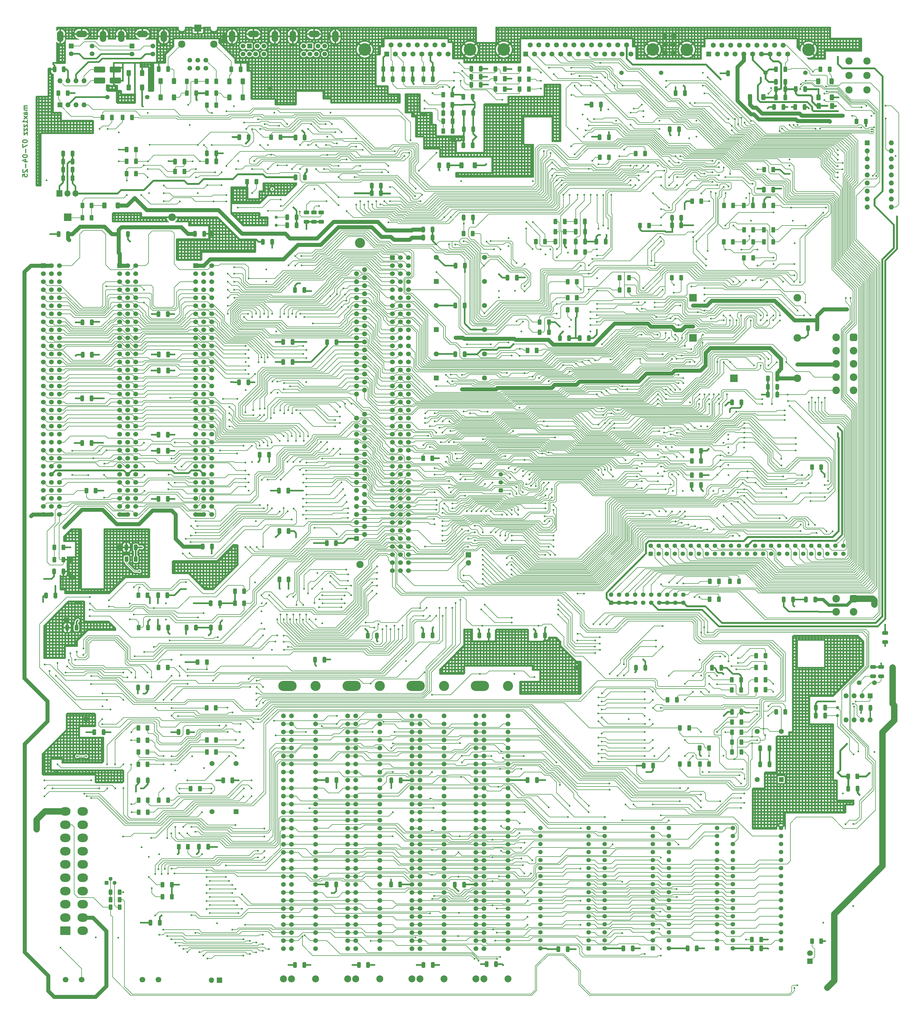
<source format=gbr>
%TF.GenerationSoftware,KiCad,Pcbnew,7.0.9*%
%TF.CreationDate,2025-04-07T20:21:29+01:00*%
%TF.ProjectId,IIci_Reloaded,49496369-5f52-4656-9c6f-616465642e6b,rev?*%
%TF.SameCoordinates,Original*%
%TF.FileFunction,Copper,L4,Bot*%
%TF.FilePolarity,Positive*%
%FSLAX46Y46*%
G04 Gerber Fmt 4.6, Leading zero omitted, Abs format (unit mm)*
G04 Created by KiCad (PCBNEW 7.0.9) date 2025-04-07 20:21:29*
%MOMM*%
%LPD*%
G01*
G04 APERTURE LIST*
G04 Aperture macros list*
%AMRoundRect*
0 Rectangle with rounded corners*
0 $1 Rounding radius*
0 $2 $3 $4 $5 $6 $7 $8 $9 X,Y pos of 4 corners*
0 Add a 4 corners polygon primitive as box body*
4,1,4,$2,$3,$4,$5,$6,$7,$8,$9,$2,$3,0*
0 Add four circle primitives for the rounded corners*
1,1,$1+$1,$2,$3*
1,1,$1+$1,$4,$5*
1,1,$1+$1,$6,$7*
1,1,$1+$1,$8,$9*
0 Add four rect primitives between the rounded corners*
20,1,$1+$1,$2,$3,$4,$5,0*
20,1,$1+$1,$4,$5,$6,$7,0*
20,1,$1+$1,$6,$7,$8,$9,0*
20,1,$1+$1,$8,$9,$2,$3,0*%
G04 Aperture macros list end*
%ADD10C,0.300000*%
%TA.AperFunction,NonConductor*%
%ADD11C,0.300000*%
%TD*%
%TA.AperFunction,ComponentPad*%
%ADD12C,1.500000*%
%TD*%
%TA.AperFunction,ComponentPad*%
%ADD13C,2.200000*%
%TD*%
%TA.AperFunction,ComponentPad*%
%ADD14O,5.800000X3.200000*%
%TD*%
%TA.AperFunction,ComponentPad*%
%ADD15C,3.200000*%
%TD*%
%TA.AperFunction,ComponentPad*%
%ADD16R,1.600000X1.600000*%
%TD*%
%TA.AperFunction,ComponentPad*%
%ADD17O,1.600000X1.600000*%
%TD*%
%TA.AperFunction,ComponentPad*%
%ADD18R,2.400000X2.400000*%
%TD*%
%TA.AperFunction,ComponentPad*%
%ADD19O,2.400000X2.400000*%
%TD*%
%TA.AperFunction,ComponentPad*%
%ADD20RoundRect,0.350000X0.350000X-0.350000X0.350000X0.350000X-0.350000X0.350000X-0.350000X-0.350000X0*%
%TD*%
%TA.AperFunction,ComponentPad*%
%ADD21C,1.400000*%
%TD*%
%TA.AperFunction,ComponentPad*%
%ADD22O,2.100000X3.500000*%
%TD*%
%TA.AperFunction,ComponentPad*%
%ADD23O,3.500000X2.100000*%
%TD*%
%TA.AperFunction,ComponentPad*%
%ADD24R,1.500000X1.500000*%
%TD*%
%TA.AperFunction,ComponentPad*%
%ADD25RoundRect,0.600000X-0.600000X0.600000X-0.600000X-0.600000X0.600000X-0.600000X0.600000X0.600000X0*%
%TD*%
%TA.AperFunction,ComponentPad*%
%ADD26C,2.400000*%
%TD*%
%TA.AperFunction,ComponentPad*%
%ADD27C,1.600000*%
%TD*%
%TA.AperFunction,ComponentPad*%
%ADD28R,1.300000X1.300000*%
%TD*%
%TA.AperFunction,ComponentPad*%
%ADD29C,1.300000*%
%TD*%
%TA.AperFunction,ComponentPad*%
%ADD30C,1.000000*%
%TD*%
%TA.AperFunction,ComponentPad*%
%ADD31R,1.524000X1.524000*%
%TD*%
%TA.AperFunction,ComponentPad*%
%ADD32C,1.524000*%
%TD*%
%TA.AperFunction,ComponentPad*%
%ADD33RoundRect,0.350000X0.350000X0.350000X-0.350000X0.350000X-0.350000X-0.350000X0.350000X-0.350000X0*%
%TD*%
%TA.AperFunction,ComponentPad*%
%ADD34R,1.800000X1.800000*%
%TD*%
%TA.AperFunction,ComponentPad*%
%ADD35C,1.800000*%
%TD*%
%TA.AperFunction,ComponentPad*%
%ADD36R,1.905000X2.000000*%
%TD*%
%TA.AperFunction,ComponentPad*%
%ADD37O,1.905000X2.000000*%
%TD*%
%TA.AperFunction,ComponentPad*%
%ADD38C,4.000000*%
%TD*%
%TA.AperFunction,ComponentPad*%
%ADD39RoundRect,0.380000X-0.420000X0.380000X-0.420000X-0.380000X0.420000X-0.380000X0.420000X0.380000X0*%
%TD*%
%TA.AperFunction,ComponentPad*%
%ADD40O,1.600000X1.520000*%
%TD*%
%TA.AperFunction,ComponentPad*%
%ADD41C,2.300000*%
%TD*%
%TA.AperFunction,ComponentPad*%
%ADD42R,1.700000X1.700000*%
%TD*%
%TA.AperFunction,ComponentPad*%
%ADD43O,1.700000X1.700000*%
%TD*%
%TA.AperFunction,ComponentPad*%
%ADD44R,2.300000X2.300000*%
%TD*%
%TA.AperFunction,ComponentPad*%
%ADD45RoundRect,0.250001X1.399999X-1.099999X1.399999X1.099999X-1.399999X1.099999X-1.399999X-1.099999X0*%
%TD*%
%TA.AperFunction,ComponentPad*%
%ADD46O,3.300000X2.700000*%
%TD*%
%TA.AperFunction,SMDPad,CuDef*%
%ADD47RoundRect,0.250000X-0.312500X-0.625000X0.312500X-0.625000X0.312500X0.625000X-0.312500X0.625000X0*%
%TD*%
%TA.AperFunction,SMDPad,CuDef*%
%ADD48RoundRect,0.250000X-0.325000X-0.650000X0.325000X-0.650000X0.325000X0.650000X-0.325000X0.650000X0*%
%TD*%
%TA.AperFunction,SMDPad,CuDef*%
%ADD49RoundRect,0.250000X0.312500X0.625000X-0.312500X0.625000X-0.312500X-0.625000X0.312500X-0.625000X0*%
%TD*%
%TA.AperFunction,SMDPad,CuDef*%
%ADD50RoundRect,0.250000X0.325000X0.650000X-0.325000X0.650000X-0.325000X-0.650000X0.325000X-0.650000X0*%
%TD*%
%TA.AperFunction,SMDPad,CuDef*%
%ADD51RoundRect,0.249999X-0.387501X-0.700001X0.387501X-0.700001X0.387501X0.700001X-0.387501X0.700001X0*%
%TD*%
%TA.AperFunction,SMDPad,CuDef*%
%ADD52RoundRect,0.250000X0.650000X-0.325000X0.650000X0.325000X-0.650000X0.325000X-0.650000X-0.325000X0*%
%TD*%
%TA.AperFunction,SMDPad,CuDef*%
%ADD53RoundRect,0.249999X0.387501X0.700001X-0.387501X0.700001X-0.387501X-0.700001X0.387501X-0.700001X0*%
%TD*%
%TA.AperFunction,SMDPad,CuDef*%
%ADD54RoundRect,0.250000X0.625000X-0.312500X0.625000X0.312500X-0.625000X0.312500X-0.625000X-0.312500X0*%
%TD*%
%TA.AperFunction,SMDPad,CuDef*%
%ADD55RoundRect,0.250000X-1.500000X-0.650000X1.500000X-0.650000X1.500000X0.650000X-1.500000X0.650000X0*%
%TD*%
%TA.AperFunction,SMDPad,CuDef*%
%ADD56RoundRect,0.250000X-0.650000X0.325000X-0.650000X-0.325000X0.650000X-0.325000X0.650000X0.325000X0*%
%TD*%
%TA.AperFunction,ViaPad*%
%ADD57C,0.600000*%
%TD*%
%TA.AperFunction,Conductor*%
%ADD58C,0.150000*%
%TD*%
%TA.AperFunction,Conductor*%
%ADD59C,0.500000*%
%TD*%
%TA.AperFunction,Conductor*%
%ADD60C,0.600000*%
%TD*%
%TA.AperFunction,Conductor*%
%ADD61C,0.450000*%
%TD*%
%TA.AperFunction,Conductor*%
%ADD62C,0.400000*%
%TD*%
%TA.AperFunction,Conductor*%
%ADD63C,1.250000*%
%TD*%
%TA.AperFunction,Conductor*%
%ADD64C,2.000000*%
%TD*%
%TA.AperFunction,Conductor*%
%ADD65C,1.000000*%
%TD*%
G04 APERTURE END LIST*
D10*
D11*
X614692428Y42346089D02*
X613692428Y42346089D01*
X613835285Y42346089D02*
X613763857Y42274660D01*
X613763857Y42274660D02*
X613692428Y42131803D01*
X613692428Y42131803D02*
X613692428Y41917517D01*
X613692428Y41917517D02*
X613763857Y41774660D01*
X613763857Y41774660D02*
X613906714Y41703232D01*
X613906714Y41703232D02*
X614692428Y41703232D01*
X613906714Y41703232D02*
X613763857Y41631803D01*
X613763857Y41631803D02*
X613692428Y41488946D01*
X613692428Y41488946D02*
X613692428Y41274660D01*
X613692428Y41274660D02*
X613763857Y41131803D01*
X613763857Y41131803D02*
X613906714Y41060374D01*
X613906714Y41060374D02*
X614692428Y41060374D01*
X614692428Y39703232D02*
X613906714Y39703232D01*
X613906714Y39703232D02*
X613763857Y39774660D01*
X613763857Y39774660D02*
X613692428Y39917517D01*
X613692428Y39917517D02*
X613692428Y40203232D01*
X613692428Y40203232D02*
X613763857Y40346089D01*
X614621000Y39703232D02*
X614692428Y39846089D01*
X614692428Y39846089D02*
X614692428Y40203232D01*
X614692428Y40203232D02*
X614621000Y40346089D01*
X614621000Y40346089D02*
X614478142Y40417517D01*
X614478142Y40417517D02*
X614335285Y40417517D01*
X614335285Y40417517D02*
X614192428Y40346089D01*
X614192428Y40346089D02*
X614121000Y40203232D01*
X614121000Y40203232D02*
X614121000Y39846089D01*
X614121000Y39846089D02*
X614049571Y39703232D01*
X614692428Y39131803D02*
X613692428Y38346089D01*
X613692428Y39131803D02*
X614692428Y38346089D01*
X614692428Y36988945D02*
X614692428Y37846088D01*
X614692428Y37417517D02*
X613192428Y37417517D01*
X613192428Y37417517D02*
X613406714Y37560374D01*
X613406714Y37560374D02*
X613549571Y37703231D01*
X613549571Y37703231D02*
X613621000Y37846088D01*
X613692428Y36488946D02*
X613692428Y35703232D01*
X613692428Y35703232D02*
X614692428Y36488946D01*
X614692428Y36488946D02*
X614692428Y35703232D01*
X613692428Y35274660D02*
X613692428Y34488946D01*
X613692428Y34488946D02*
X614692428Y35274660D01*
X614692428Y35274660D02*
X614692428Y34488946D01*
X613692428Y34060374D02*
X613692428Y33274660D01*
X613692428Y33274660D02*
X614692428Y34060374D01*
X614692428Y34060374D02*
X614692428Y33274660D01*
X613192428Y31274659D02*
X613192428Y31131802D01*
X613192428Y31131802D02*
X613263857Y30988945D01*
X613263857Y30988945D02*
X613335285Y30917517D01*
X613335285Y30917517D02*
X613478142Y30846088D01*
X613478142Y30846088D02*
X613763857Y30774659D01*
X613763857Y30774659D02*
X614121000Y30774659D01*
X614121000Y30774659D02*
X614406714Y30846088D01*
X614406714Y30846088D02*
X614549571Y30917517D01*
X614549571Y30917517D02*
X614621000Y30988945D01*
X614621000Y30988945D02*
X614692428Y31131802D01*
X614692428Y31131802D02*
X614692428Y31274659D01*
X614692428Y31274659D02*
X614621000Y31417517D01*
X614621000Y31417517D02*
X614549571Y31488945D01*
X614549571Y31488945D02*
X614406714Y31560374D01*
X614406714Y31560374D02*
X614121000Y31631802D01*
X614121000Y31631802D02*
X613763857Y31631802D01*
X613763857Y31631802D02*
X613478142Y31560374D01*
X613478142Y31560374D02*
X613335285Y31488945D01*
X613335285Y31488945D02*
X613263857Y31417517D01*
X613263857Y31417517D02*
X613192428Y31274659D01*
X613192428Y30274660D02*
X613192428Y29274660D01*
X613192428Y29274660D02*
X614692428Y29917517D01*
X614121000Y28703232D02*
X614121000Y27560375D01*
X613192428Y26560374D02*
X613192428Y26417517D01*
X613192428Y26417517D02*
X613263857Y26274660D01*
X613263857Y26274660D02*
X613335285Y26203232D01*
X613335285Y26203232D02*
X613478142Y26131803D01*
X613478142Y26131803D02*
X613763857Y26060374D01*
X613763857Y26060374D02*
X614121000Y26060374D01*
X614121000Y26060374D02*
X614406714Y26131803D01*
X614406714Y26131803D02*
X614549571Y26203232D01*
X614549571Y26203232D02*
X614621000Y26274660D01*
X614621000Y26274660D02*
X614692428Y26417517D01*
X614692428Y26417517D02*
X614692428Y26560374D01*
X614692428Y26560374D02*
X614621000Y26703232D01*
X614621000Y26703232D02*
X614549571Y26774660D01*
X614549571Y26774660D02*
X614406714Y26846089D01*
X614406714Y26846089D02*
X614121000Y26917517D01*
X614121000Y26917517D02*
X613763857Y26917517D01*
X613763857Y26917517D02*
X613478142Y26846089D01*
X613478142Y26846089D02*
X613335285Y26774660D01*
X613335285Y26774660D02*
X613263857Y26703232D01*
X613263857Y26703232D02*
X613192428Y26560374D01*
X613692428Y24774661D02*
X614692428Y24774661D01*
X613121000Y25131803D02*
X614192428Y25488946D01*
X614192428Y25488946D02*
X614192428Y24560375D01*
X614121000Y23988947D02*
X614121000Y22846090D01*
X613335285Y22203232D02*
X613263857Y22131804D01*
X613263857Y22131804D02*
X613192428Y21988947D01*
X613192428Y21988947D02*
X613192428Y21631804D01*
X613192428Y21631804D02*
X613263857Y21488947D01*
X613263857Y21488947D02*
X613335285Y21417518D01*
X613335285Y21417518D02*
X613478142Y21346089D01*
X613478142Y21346089D02*
X613621000Y21346089D01*
X613621000Y21346089D02*
X613835285Y21417518D01*
X613835285Y21417518D02*
X614692428Y22274661D01*
X614692428Y22274661D02*
X614692428Y21346089D01*
X613192428Y19988947D02*
X613192428Y20703233D01*
X613192428Y20703233D02*
X613906714Y20774661D01*
X613906714Y20774661D02*
X613835285Y20703233D01*
X613835285Y20703233D02*
X613763857Y20560376D01*
X613763857Y20560376D02*
X613763857Y20203233D01*
X613763857Y20203233D02*
X613835285Y20060376D01*
X613835285Y20060376D02*
X613906714Y19988947D01*
X613906714Y19988947D02*
X614049571Y19917518D01*
X614049571Y19917518D02*
X614406714Y19917518D01*
X614406714Y19917518D02*
X614549571Y19988947D01*
X614549571Y19988947D02*
X614621000Y20060376D01*
X614621000Y20060376D02*
X614692428Y20203233D01*
X614692428Y20203233D02*
X614692428Y20560376D01*
X614692428Y20560376D02*
X614621000Y20703233D01*
X614621000Y20703233D02*
X614549571Y20774661D01*
D12*
%TO.P,J20,1,Pin_1*%
%TO.N,+5V-J14*%
X726160600Y-224332800D03*
%TO.P,J20,2,Pin_2*%
%TO.N,{slash}RCASLLB*%
X726160600Y-221792800D03*
%TO.P,J20,3,Pin_3*%
%TO.N,D0*%
X726160600Y-219252800D03*
%TO.P,J20,4,Pin_4*%
%TO.N,RABF0*%
X726160600Y-216712800D03*
%TO.P,J20,5,Pin_5*%
%TO.N,RABF1*%
X726160600Y-214172800D03*
%TO.P,J20,6,Pin_6*%
%TO.N,D1*%
X726160600Y-211632800D03*
%TO.P,J20,7,Pin_7*%
%TO.N,RABF2*%
X726160600Y-209092800D03*
%TO.P,J20,8,Pin_8*%
%TO.N,RABF3*%
X726160600Y-206552800D03*
%TO.P,J20,9,Pin_9*%
%TO.N,GND*%
X726160600Y-204012800D03*
%TO.P,J20,10,Pin_10*%
%TO.N,D2*%
X726160600Y-201472800D03*
%TO.P,J20,11,Pin_11*%
%TO.N,RABF4*%
X726160600Y-198932800D03*
%TO.P,J20,12,Pin_12*%
%TO.N,RABF5*%
X726160600Y-196392800D03*
%TO.P,J20,13,Pin_13*%
%TO.N,D3*%
X726160600Y-193852800D03*
%TO.P,J20,14,Pin_14*%
%TO.N,RABF6*%
X726160600Y-191312800D03*
%TO.P,J20,15,Pin_15*%
%TO.N,RABF7*%
X726160600Y-188772800D03*
%TO.P,J20,16,Pin_16*%
%TO.N,D4*%
X726160600Y-186232800D03*
%TO.P,J20,17,Pin_17*%
%TO.N,RABF8*%
X726160600Y-183692800D03*
%TO.P,J20,18,Pin_18*%
%TO.N,RABF9*%
X726160600Y-181152800D03*
%TO.P,J20,19,Pin_19*%
%TO.N,RABF10*%
X726160600Y-178612800D03*
%TO.P,J20,20,Pin_20*%
%TO.N,D5*%
X726160600Y-176072800D03*
%TO.P,J20,21,Pin_21*%
%TO.N,RAMRWBF*%
X726160600Y-173532800D03*
%TO.P,J20,22,Pin_22*%
%TO.N,GND*%
X726160600Y-170992800D03*
%TO.P,J20,23,Pin_23*%
%TO.N,D6*%
X726160600Y-168452800D03*
%TO.P,J20,24,Pin_24*%
%TO.N,RABF11*%
X726160600Y-165912800D03*
%TO.P,J20,25,Pin_25*%
%TO.N,D7*%
X726160600Y-163372800D03*
%TO.P,J20,26,Pin_26*%
%TO.N,PDB3*%
X726160600Y-160832800D03*
%TO.P,J20,27,Pin_27*%
%TO.N,{slash}RRASB0*%
X726160600Y-158292800D03*
%TO.P,J20,28,Pin_28*%
%TO.N,{slash}RCASLLB*%
X726160600Y-155752800D03*
%TO.P,J20,29,Pin_29*%
%TO.N,PDO3*%
X726160600Y-153212800D03*
%TO.P,J20,30,Pin_30*%
%TO.N,+5V-J14*%
X726160600Y-150672800D03*
%TO.P,J20,31,Pin_31*%
X716000600Y-224332800D03*
X718540600Y-224332800D03*
%TO.P,J20,32,Pin_32*%
%TO.N,{slash}RCASLMB*%
X716000600Y-221792800D03*
X718540600Y-221792800D03*
%TO.P,J20,33,Pin_33*%
%TO.N,D8*%
X716000600Y-219252800D03*
X718540600Y-219252800D03*
%TO.P,J20,34,Pin_34*%
%TO.N,RABF0*%
X716000600Y-216712800D03*
X718540600Y-216712800D03*
%TO.P,J20,35,Pin_35*%
%TO.N,RABF1*%
X716000600Y-214172800D03*
X718540600Y-214172800D03*
%TO.P,J20,36,Pin_36*%
%TO.N,D9*%
X716000600Y-211632800D03*
X718540600Y-211632800D03*
%TO.P,J20,37,Pin_37*%
%TO.N,RABF2*%
X716000600Y-209092800D03*
X718540600Y-209092800D03*
%TO.P,J20,38,Pin_38*%
%TO.N,RABF3*%
X716000600Y-206552800D03*
X718540600Y-206552800D03*
%TO.P,J20,39,Pin_39*%
%TO.N,GND*%
X716000600Y-204012800D03*
X718540600Y-204012800D03*
%TO.P,J20,40,Pin_40*%
%TO.N,D10*%
X716000600Y-201472800D03*
X718540600Y-201472800D03*
%TO.P,J20,41,Pin_41*%
%TO.N,RABF4*%
X716000600Y-198932800D03*
X718540600Y-198932800D03*
%TO.P,J20,42,Pin_42*%
%TO.N,RABF5*%
X716000600Y-196392800D03*
X718540600Y-196392800D03*
%TO.P,J20,43,Pin_43*%
%TO.N,D11*%
X716000600Y-193852800D03*
X718540600Y-193852800D03*
%TO.P,J20,44,Pin_44*%
%TO.N,RABF6*%
X716000600Y-191312800D03*
X718540600Y-191312800D03*
%TO.P,J20,45,Pin_45*%
%TO.N,RABF7*%
X716000600Y-188772800D03*
X718540600Y-188772800D03*
%TO.P,J20,46,Pin_46*%
%TO.N,D12*%
X716000600Y-186232800D03*
X718540600Y-186232800D03*
%TO.P,J20,47,Pin_47*%
%TO.N,RABF8*%
X716000600Y-183692800D03*
X718540600Y-183692800D03*
%TO.P,J20,48,Pin_48*%
%TO.N,RABF9*%
X716000600Y-181152800D03*
X718540600Y-181152800D03*
%TO.P,J20,49,Pin_49*%
%TO.N,RABF10*%
X716000600Y-178612800D03*
X718540600Y-178612800D03*
%TO.P,J20,50,Pin_50*%
%TO.N,D13*%
X716000600Y-176072800D03*
X718540600Y-176072800D03*
%TO.P,J20,51,Pin_51*%
%TO.N,RAMRWBF*%
X716000600Y-173532800D03*
X718540600Y-173532800D03*
%TO.P,J20,52,Pin_52*%
%TO.N,GND*%
X716000600Y-170992800D03*
X718540600Y-170992800D03*
%TO.P,J20,53,Pin_53*%
%TO.N,D14*%
X716000600Y-168452800D03*
X718540600Y-168452800D03*
%TO.P,J20,54,Pin_54*%
%TO.N,RABF11*%
X716000600Y-165912800D03*
X718540600Y-165912800D03*
%TO.P,J20,55,Pin_55*%
%TO.N,D15*%
X716000600Y-163372800D03*
X718540600Y-163372800D03*
%TO.P,J20,56,Pin_56*%
%TO.N,PDB2*%
X716000600Y-160832800D03*
X718540600Y-160832800D03*
%TO.P,J20,57,Pin_57*%
%TO.N,{slash}RRASB0*%
X716000600Y-158292800D03*
X718540600Y-158292800D03*
%TO.P,J20,58,Pin_58*%
%TO.N,{slash}RCASLMB*%
X716000600Y-155752800D03*
X718540600Y-155752800D03*
%TO.P,J20,59,Pin_59*%
%TO.N,PDO2*%
X716000600Y-153212800D03*
X718540600Y-153212800D03*
%TO.P,J20,60,Pin_60*%
%TO.N,+5V-J14*%
X716000600Y-150672800D03*
X718540600Y-150672800D03*
D13*
%TO.P,J20,HOLE*%
%TO.N,N/C*%
X716000600Y-233857800D03*
D14*
X717250600Y-141147800D03*
D13*
X718540600Y-233857800D03*
D15*
X726160600Y-141147800D03*
D13*
X726160600Y-233857800D03*
%TD*%
D16*
%TO.P,U1,1,RA2*%
%TO.N,{slash}FDBO*%
X880364000Y30734000D03*
D17*
%TO.P,U1,2,RA3*%
%TO.N,/RTC\u002C ADB & VIA/FDBIO*%
X880364000Y28194000D03*
%TO.P,U1,3,~{RTCC}*%
X880364000Y25654000D03*
%TO.P,U1,4,~{MCLR}*%
%TO.N,{slash}RESET*%
X880364000Y23114000D03*
%TO.P,U1,5,VSS*%
%TO.N,GND*%
X880364000Y20574000D03*
%TO.P,U1,6*%
%TO.N,N/C*%
X880364000Y18034000D03*
%TO.P,U1,7*%
X880364000Y15494000D03*
%TO.P,U1,8,RB2*%
%TO.N,ADB-CLK*%
X880364000Y12954000D03*
%TO.P,U1,9,RB3*%
%TO.N,ADB-DATA*%
X880364000Y10414000D03*
%TO.P,U1,10,RB4*%
%TO.N,{slash}ADB-INT*%
X887984000Y10414000D03*
%TO.P,U1,11*%
%TO.N,N/C*%
X887984000Y12954000D03*
%TO.P,U1,12*%
X887984000Y15494000D03*
%TO.P,U1,13*%
X887984000Y18034000D03*
%TO.P,U1,14,VDD*%
%TO.N,+5V-J14*%
X887984000Y20574000D03*
%TO.P,U1,15*%
%TO.N,N/C*%
X887984000Y23114000D03*
%TO.P,U1,16,OSC1*%
%TO.N,C3.7M*%
X887984000Y25654000D03*
%TO.P,U1,17,RA0*%
%TO.N,ADB-ST0*%
X887984000Y28194000D03*
%TO.P,U1,18,RA1*%
%TO.N,ABD-ST1*%
X887984000Y30734000D03*
%TD*%
D18*
%TO.P,C8,1*%
%TO.N,Net-(UB2-PVCC)*%
X627464600Y7137400D03*
D19*
%TO.P,C8,2*%
%TO.N,GND*%
X660464600Y7137400D03*
%TD*%
D20*
%TO.P,J16,1,Pin_1*%
%TO.N,GND*%
X811880600Y-99390200D03*
D21*
%TO.P,J16,2,Pin_2*%
%TO.N,{slash}DB0*%
X811880600Y-96850200D03*
%TO.P,J16,3,Pin_3*%
%TO.N,GND*%
X814420600Y-99390200D03*
%TO.P,J16,4,Pin_4*%
%TO.N,{slash}DB1*%
X814420600Y-96850200D03*
%TO.P,J16,5,Pin_5*%
%TO.N,GND*%
X816960600Y-99390200D03*
%TO.P,J16,6,Pin_6*%
%TO.N,{slash}DB2*%
X816960600Y-96850200D03*
%TO.P,J16,7,Pin_7*%
%TO.N,GND*%
X819500600Y-99390200D03*
%TO.P,J16,8,Pin_8*%
%TO.N,{slash}DB3*%
X819500600Y-96850200D03*
%TO.P,J16,9,Pin_9*%
%TO.N,GND*%
X822040600Y-99390200D03*
%TO.P,J16,10,Pin_10*%
%TO.N,{slash}DB4*%
X822040600Y-96850200D03*
%TO.P,J16,11,Pin_11*%
%TO.N,GND*%
X824580600Y-99390200D03*
%TO.P,J16,12,Pin_12*%
%TO.N,{slash}DB5*%
X824580600Y-96850200D03*
%TO.P,J16,13,Pin_13*%
%TO.N,GND*%
X827120600Y-99390200D03*
%TO.P,J16,14,Pin_14*%
%TO.N,{slash}DB6*%
X827120600Y-96850200D03*
%TO.P,J16,15,Pin_15*%
%TO.N,GND*%
X829660600Y-99390200D03*
%TO.P,J16,16,Pin_16*%
%TO.N,{slash}DB7*%
X829660600Y-96850200D03*
%TO.P,J16,17,Pin_17*%
%TO.N,GND*%
X832200600Y-99390200D03*
%TO.P,J16,18,Pin_18*%
%TO.N,{slash}DBP*%
X832200600Y-96850200D03*
%TO.P,J16,19,Pin_19*%
%TO.N,GND*%
X834740600Y-99390200D03*
%TO.P,J16,20,Pin_20*%
%TO.N,unconnected-(J16-Pin_20-Pad20)*%
X834740600Y-96850200D03*
%TO.P,J16,21,Pin_21*%
%TO.N,GND*%
X837280600Y-99390200D03*
%TO.P,J16,22,Pin_22*%
%TO.N,unconnected-(J16-Pin_22-Pad22)*%
X837280600Y-96850200D03*
%TO.P,J16,23,Pin_23*%
%TO.N,GND*%
X839820600Y-99390200D03*
%TO.P,J16,24,Pin_24*%
%TO.N,unconnected-(J16-Pin_24-Pad24)*%
X839820600Y-96850200D03*
%TO.P,J16,25,Pin_25*%
%TO.N,GND*%
X842360600Y-99390200D03*
%TO.P,J16,26,Pin_26*%
%TO.N,TERM5V*%
X842360600Y-96850200D03*
%TO.P,J16,27,Pin_27*%
%TO.N,GND*%
X844900600Y-99390200D03*
%TO.P,J16,28,Pin_28*%
%TO.N,unconnected-(J16-Pin_28-Pad28)*%
X844900600Y-96850200D03*
%TO.P,J16,29,Pin_29*%
%TO.N,GND*%
X847440600Y-99390200D03*
%TO.P,J16,30,Pin_30*%
%TO.N,unconnected-(J16-Pin_30-Pad30)*%
X847440600Y-96850200D03*
%TO.P,J16,31,Pin_31*%
%TO.N,GND*%
X849980600Y-99390200D03*
%TO.P,J16,32,Pin_32*%
%TO.N,{slash}ATN*%
X849980600Y-96850200D03*
%TO.P,J16,33,Pin_33*%
%TO.N,GND*%
X852520600Y-99390200D03*
%TO.P,J16,34,Pin_34*%
%TO.N,unconnected-(J16-Pin_34-Pad34)*%
X852520600Y-96850200D03*
%TO.P,J16,35,Pin_35*%
%TO.N,GND*%
X855060600Y-99390200D03*
%TO.P,J16,36,Pin_36*%
%TO.N,{slash}BSY*%
X855060600Y-96850200D03*
%TO.P,J16,37,Pin_37*%
%TO.N,GND*%
X857600600Y-99390200D03*
%TO.P,J16,38,Pin_38*%
%TO.N,{slash}ACKS*%
X857600600Y-96850200D03*
%TO.P,J16,39,Pin_39*%
%TO.N,GND*%
X860140600Y-99390200D03*
%TO.P,J16,40,Pin_40*%
%TO.N,{slash}RST*%
X860140600Y-96850200D03*
%TO.P,J16,41,Pin_41*%
%TO.N,GND*%
X862680600Y-99390200D03*
%TO.P,J16,42,Pin_42*%
%TO.N,{slash}MSG*%
X862680600Y-96850200D03*
%TO.P,J16,43,Pin_43*%
%TO.N,GND*%
X865220600Y-99390200D03*
%TO.P,J16,44,Pin_44*%
%TO.N,{slash}SEL*%
X865220600Y-96850200D03*
%TO.P,J16,45,Pin_45*%
%TO.N,GND*%
X867760600Y-99390200D03*
%TO.P,J16,46,Pin_46*%
%TO.N,C{slash}D*%
X867760600Y-96850200D03*
%TO.P,J16,47,Pin_47*%
%TO.N,GND*%
X870300600Y-99390200D03*
%TO.P,J16,48,Pin_48*%
%TO.N,{slash}REQ*%
X870300600Y-96850200D03*
%TO.P,J16,49,Pin_49*%
%TO.N,GND*%
X872840600Y-99390200D03*
%TO.P,J16,50,Pin_50*%
%TO.N,I{slash}O*%
X872840600Y-96850200D03*
%TD*%
D18*
%TO.P,C17,1*%
%TO.N,GND*%
X838216000Y-43801800D03*
D19*
%TO.P,C17,2*%
%TO.N,-12V-J14*%
X858216000Y-43801800D03*
%TD*%
D22*
%TO.P,J1,0*%
%TO.N,Earth*%
X625093400Y64416400D03*
D23*
X631843400Y65166400D03*
D22*
X638593400Y64416400D03*
D24*
%TO.P,J1,1*%
%TO.N,ADBF*%
X628543400Y61366400D03*
D12*
%TO.P,J1,2*%
%TO.N,{slash}PWRON*%
X635143400Y61366400D03*
%TO.P,J1,3*%
%TO.N,+5VFF*%
X628543400Y58866400D03*
%TO.P,J1,4*%
%TO.N,NET01*%
X635143400Y58866400D03*
%TD*%
D25*
%TO.P,J14,1,Pin_1*%
%TO.N,+12V-J14*%
X876042600Y-30861000D03*
D26*
%TO.P,J14,2,Pin_2*%
%TO.N,+5V-J14*%
X876042600Y-35061000D03*
%TO.P,J14,3,Pin_3*%
X876042600Y-39261000D03*
%TO.P,J14,4,Pin_4*%
X876042600Y-43461000D03*
%TO.P,J14,5,Pin_5*%
%TO.N,GND*%
X876042600Y-47661000D03*
%TO.P,J14,6,Pin_6*%
X870542600Y-30861000D03*
%TO.P,J14,7,Pin_7*%
X870542600Y-35061000D03*
%TO.P,J14,8,Pin_8*%
%TO.N,-12V-J14*%
X870542600Y-39261000D03*
%TO.P,J14,9,Pin_9*%
%TO.N,{slash}PFW*%
X870542600Y-43461000D03*
%TO.P,J14,10,Pin_10*%
%TO.N,+5V-TRKL*%
X870542600Y-47661000D03*
%TD*%
D22*
%TO.P,J2,0*%
%TO.N,Earth*%
X644346600Y64391000D03*
D23*
X651096600Y65141000D03*
D22*
X657846600Y64391000D03*
D24*
%TO.P,J2,1*%
%TO.N,ADBF*%
X647796600Y61341000D03*
D12*
%TO.P,J2,2*%
%TO.N,{slash}PWRON*%
X654396600Y61341000D03*
%TO.P,J2,3*%
%TO.N,+5VFF*%
X647796600Y58841000D03*
%TO.P,J2,4*%
%TO.N,NET01*%
X654396600Y58841000D03*
%TD*%
D16*
%TO.P,Y4,1,EN*%
%TO.N,unconnected-(Y4-EN-Pad1)*%
X744076000Y-43764200D03*
D27*
%TO.P,Y4,7,GND*%
%TO.N,GND*%
X759316000Y-43764200D03*
%TO.P,Y4,8,OUT*%
%TO.N,/RBV/C31.3344M*%
X759316000Y-36144200D03*
%TO.P,Y4,14,Vcc*%
%TO.N,+5V-J14*%
X744076000Y-36144200D03*
%TD*%
D28*
%TO.P,Q6,1,E*%
%TO.N,GND*%
X639749800Y-203504800D03*
D29*
%TO.P,Q6,2,B*%
%TO.N,Net-(Q6-B)*%
X641019800Y-202234800D03*
%TO.P,Q6,3,C*%
%TO.N,Net-(J25-PS_ON#)*%
X642289800Y-203504800D03*
%TD*%
D30*
%TO.P,Y1,1,1*%
%TO.N,Net-(UE5-XTALIN)*%
X693377600Y4648200D03*
%TO.P,Y1,2,2*%
%TO.N,Net-(UE5-XTALOUT)*%
X693377600Y7188200D03*
%TD*%
D31*
%TO.P,J9,A1,A1*%
%TO.N,-12V-J14*%
X619743000Y-8153400D03*
D32*
%TO.P,J9,A2,A2*%
%TO.N,unconnected-(J9-PadA2)*%
X619743000Y-10693400D03*
%TO.P,J9,A3,A3*%
%TO.N,{slash}SPU*%
X619743000Y-13233400D03*
%TO.P,J9,A4,A4*%
%TO.N,{slash}SP*%
X619743000Y-15773400D03*
%TO.P,J9,A5,A5*%
%TO.N,{slash}TM1*%
X619743000Y-18313400D03*
%TO.P,J9,A6,A6*%
%TO.N,AD1*%
X619743000Y-20853400D03*
%TO.P,J9,A7,A7*%
%TO.N,AD3*%
X619743000Y-23393400D03*
%TO.P,J9,A8,A8*%
%TO.N,AD5*%
X619743000Y-25933400D03*
%TO.P,J9,A9,A9*%
%TO.N,AD7*%
X619743000Y-28473400D03*
%TO.P,J9,A10,A10*%
%TO.N,AD9*%
X619743000Y-31013400D03*
%TO.P,J9,A11,A11*%
%TO.N,AD11*%
X619743000Y-33553400D03*
%TO.P,J9,A12,A12*%
%TO.N,AD13*%
X619743000Y-36093400D03*
%TO.P,J9,A13,A13*%
%TO.N,AD15*%
X619743000Y-38633400D03*
%TO.P,J9,A14,A14*%
%TO.N,AD17*%
X619743000Y-41173400D03*
%TO.P,J9,A15,A15*%
%TO.N,AD19*%
X619743000Y-43713400D03*
%TO.P,J9,A16,A16*%
%TO.N,AD21*%
X619743000Y-46253400D03*
%TO.P,J9,A17,A17*%
%TO.N,AD23*%
X619743000Y-48793400D03*
%TO.P,J9,A18,A18*%
%TO.N,AD25*%
X619743000Y-51333400D03*
%TO.P,J9,A19,A19*%
%TO.N,AD27*%
X619743000Y-53873400D03*
%TO.P,J9,A20,A20*%
%TO.N,AD29*%
X619743000Y-56413400D03*
%TO.P,J9,A21,A21*%
%TO.N,AD31*%
X619743000Y-58953400D03*
%TO.P,J9,A22,A22*%
%TO.N,GND*%
X619743000Y-61493400D03*
%TO.P,J9,A23,A23*%
X619743000Y-64033400D03*
%TO.P,J9,A24,A24*%
%TO.N,ARB1*%
X619743000Y-66573400D03*
%TO.P,J9,A25,A25*%
%TO.N,ARB3*%
X619743000Y-69113400D03*
%TO.P,J9,A26,A26*%
%TO.N,unconnected-(J9-PadA26)*%
X619743000Y-71653400D03*
%TO.P,J9,A27,A27*%
%TO.N,GND*%
X619743000Y-74193400D03*
%TO.P,J9,A28,A28*%
%TO.N,{slash}ACK*%
X619743000Y-76733400D03*
%TO.P,J9,A29,A29*%
%TO.N,+5V-J14*%
X619743000Y-79273400D03*
%TO.P,J9,A30,A30*%
%TO.N,{slash}RQST*%
X619743000Y-81813400D03*
%TO.P,J9,A31,A31*%
%TO.N,IRQ4*%
X619743000Y-84353400D03*
%TO.P,J9,A32,A32*%
%TO.N,+12V-J14*%
X619743000Y-86893400D03*
%TO.P,J9,B1,B1*%
%TO.N,-12V-J14*%
X622283000Y-8153400D03*
%TO.P,J9,B2,B2*%
%TO.N,GND*%
X622283000Y-10693400D03*
%TO.P,J9,B3,B3*%
X622283000Y-13233400D03*
%TO.P,J9,B4,B4*%
%TO.N,+5V-J14*%
X622283000Y-15773400D03*
%TO.P,J9,B5,B5*%
X622283000Y-18313400D03*
%TO.P,J9,B6,B6*%
X622283000Y-20853400D03*
%TO.P,J9,B7,B7*%
X622283000Y-23393400D03*
%TO.P,J9,B8,B8*%
%TO.N,-5.2V*%
X622283000Y-25933400D03*
%TO.P,J9,B9,B9*%
X622283000Y-28473400D03*
%TO.P,J9,B10,B10*%
X622283000Y-31013400D03*
%TO.P,J9,B11,B11*%
X622283000Y-33553400D03*
%TO.P,J9,B12,B12*%
%TO.N,GND*%
X622283000Y-36093400D03*
%TO.P,J9,B13,B13*%
%TO.N,unconnected-(J9-PadB13)*%
X622283000Y-38633400D03*
%TO.P,J9,B14,B14*%
%TO.N,unconnected-(J9-PadB14)*%
X622283000Y-41173400D03*
%TO.P,J9,B15,B15*%
%TO.N,unconnected-(J9-PadB15)*%
X622283000Y-43713400D03*
%TO.P,J9,B16,B16*%
%TO.N,unconnected-(J9-PadB16)*%
X622283000Y-46253400D03*
%TO.P,J9,B17,B17*%
%TO.N,unconnected-(J9-PadB17)*%
X622283000Y-48793400D03*
%TO.P,J9,B18,B18*%
%TO.N,unconnected-(J9-PadB18)*%
X622283000Y-51333400D03*
%TO.P,J9,B19,B19*%
%TO.N,unconnected-(J9-PadB19)*%
X622283000Y-53873400D03*
%TO.P,J9,B20,B20*%
%TO.N,unconnected-(J9-PadB20)*%
X622283000Y-56413400D03*
%TO.P,J9,B21,B21*%
%TO.N,unconnected-(J9-PadB21)*%
X622283000Y-58953400D03*
%TO.P,J9,B22,B22*%
%TO.N,unconnected-(J9-PadB22)*%
X622283000Y-61493400D03*
%TO.P,J9,B23,B23*%
%TO.N,GND*%
X622283000Y-64033400D03*
%TO.P,J9,B24,B24*%
%TO.N,-5.2V*%
X622283000Y-66573400D03*
%TO.P,J9,B25,B25*%
X622283000Y-69113400D03*
%TO.P,J9,B26,B26*%
X622283000Y-71653400D03*
%TO.P,J9,B27,B27*%
X622283000Y-74193400D03*
%TO.P,J9,B28,B28*%
%TO.N,+5V-J14*%
X622283000Y-76733400D03*
%TO.P,J9,B29,B29*%
X622283000Y-79273400D03*
%TO.P,J9,B30,B30*%
%TO.N,GND*%
X622283000Y-81813400D03*
%TO.P,J9,B31,B31*%
X622283000Y-84353400D03*
%TO.P,J9,B32,B32*%
%TO.N,+12V-J14*%
X622283000Y-86893400D03*
%TO.P,J9,C1,C1*%
%TO.N,{slash}RESET*%
X624823000Y-8153400D03*
%TO.P,J9,C2,C2*%
%TO.N,unconnected-(J9-PadC2)*%
X624823000Y-10693400D03*
%TO.P,J9,C3,C3*%
%TO.N,+5V-J14*%
X624823000Y-13233400D03*
%TO.P,J9,C4,C4*%
X624823000Y-15773400D03*
%TO.P,J9,C5,C5*%
%TO.N,{slash}TM0*%
X624823000Y-18313400D03*
%TO.P,J9,C6,C6*%
%TO.N,AD0*%
X624823000Y-20853400D03*
%TO.P,J9,C7,C7*%
%TO.N,AD2*%
X624823000Y-23393400D03*
%TO.P,J9,C8,C8*%
%TO.N,AD4*%
X624823000Y-25933400D03*
%TO.P,J9,C9,C9*%
%TO.N,AD6*%
X624823000Y-28473400D03*
%TO.P,J9,C10,C10*%
%TO.N,AD8*%
X624823000Y-31013400D03*
%TO.P,J9,C11,C11*%
%TO.N,AD10*%
X624823000Y-33553400D03*
%TO.P,J9,C12,C12*%
%TO.N,AD12*%
X624823000Y-36093400D03*
%TO.P,J9,C13,C13*%
%TO.N,AD14*%
X624823000Y-38633400D03*
%TO.P,J9,C14,C14*%
%TO.N,AD16*%
X624823000Y-41173400D03*
%TO.P,J9,C15,C15*%
%TO.N,AD18*%
X624823000Y-43713400D03*
%TO.P,J9,C16,C16*%
%TO.N,AD20*%
X624823000Y-46253400D03*
%TO.P,J9,C17,C17*%
%TO.N,AD22*%
X624823000Y-48793400D03*
%TO.P,J9,C18,C18*%
%TO.N,AD24*%
X624823000Y-51333400D03*
%TO.P,J9,C19,C19*%
%TO.N,AD26*%
X624823000Y-53873400D03*
%TO.P,J9,C20,C20*%
%TO.N,AD28*%
X624823000Y-56413400D03*
%TO.P,J9,C21,C21*%
%TO.N,AD30*%
X624823000Y-58953400D03*
%TO.P,J9,C22,C22*%
%TO.N,GND*%
X624823000Y-61493400D03*
%TO.P,J9,C23,C23*%
%TO.N,{slash}PFW*%
X624823000Y-64033400D03*
%TO.P,J9,C24,C24*%
%TO.N,ARB0*%
X624823000Y-66573400D03*
%TO.P,J9,C25,C25*%
%TO.N,ARB2*%
X624823000Y-69113400D03*
%TO.P,J9,C26,C26*%
%TO.N,unconnected-(J9-PadC26)*%
X624823000Y-71653400D03*
%TO.P,J9,C27,C27*%
%TO.N,GND*%
X624823000Y-74193400D03*
%TO.P,J9,C28,C28*%
%TO.N,{slash}START*%
X624823000Y-76733400D03*
%TO.P,J9,C29,C29*%
%TO.N,+5V-J14*%
X624823000Y-79273400D03*
%TO.P,J9,C30,C30*%
X624823000Y-81813400D03*
%TO.P,J9,C31,C31*%
%TO.N,GND*%
X624823000Y-84353400D03*
%TO.P,J9,C32,C32*%
%TO.N,{slash}NUCLK*%
X624823000Y-86893400D03*
%TD*%
D33*
%TO.P,UM11,1,VPP*%
%TO.N,unconnected-(UM11-VPP-Pad1)*%
X832849000Y-224256600D03*
D21*
%TO.P,UM11,2,A16*%
%TO.N,A18*%
X832849000Y-221716600D03*
%TO.P,UM11,3,A15*%
%TO.N,A17*%
X832849000Y-219176600D03*
%TO.P,UM11,4,A12*%
%TO.N,A14*%
X832849000Y-216636600D03*
%TO.P,UM11,5,A7*%
%TO.N,A9*%
X832849000Y-214096600D03*
%TO.P,UM11,6,A6*%
%TO.N,A8*%
X832849000Y-211556600D03*
%TO.P,UM11,7,A5*%
%TO.N,A7*%
X832849000Y-209016600D03*
%TO.P,UM11,8,A4*%
%TO.N,A6*%
X832849000Y-206476600D03*
%TO.P,UM11,9,A3*%
%TO.N,A5*%
X832849000Y-203936600D03*
%TO.P,UM11,10,A2*%
%TO.N,A4*%
X832849000Y-201396600D03*
%TO.P,UM11,11,A1*%
%TO.N,A3*%
X832849000Y-198856600D03*
%TO.P,UM11,12,A0*%
%TO.N,A2*%
X832849000Y-196316600D03*
%TO.P,UM11,13,D0*%
%TO.N,D16*%
X832849000Y-193776600D03*
%TO.P,UM11,14,D1*%
%TO.N,D17*%
X832849000Y-191236600D03*
%TO.P,UM11,15,D2*%
%TO.N,D18*%
X832849000Y-188696600D03*
%TO.P,UM11,16,GND*%
%TO.N,GND*%
X832849000Y-186156600D03*
%TO.P,UM11,17,D3*%
%TO.N,D19*%
X817609000Y-186156600D03*
%TO.P,UM11,18,D4*%
%TO.N,D20*%
X817609000Y-188696600D03*
%TO.P,UM11,19,D5*%
%TO.N,D21*%
X817609000Y-191236600D03*
%TO.P,UM11,20,D6*%
%TO.N,D22*%
X817609000Y-193776600D03*
%TO.P,UM11,21,D7*%
%TO.N,D23*%
X817609000Y-196316600D03*
%TO.P,UM11,22,~{CE}*%
%TO.N,A19*%
X817609000Y-198856600D03*
%TO.P,UM11,23,A10*%
%TO.N,A12*%
X817609000Y-201396600D03*
%TO.P,UM11,24,~{OE}*%
%TO.N,{slash}ROMOEDIP*%
X817609000Y-203936600D03*
%TO.P,UM11,25,A11*%
%TO.N,A13*%
X817609000Y-206476600D03*
%TO.P,UM11,26,A9*%
%TO.N,A11*%
X817609000Y-209016600D03*
%TO.P,UM11,27,A8*%
%TO.N,A10*%
X817609000Y-211556600D03*
%TO.P,UM11,28,A13*%
%TO.N,A15*%
X817609000Y-214096600D03*
%TO.P,UM11,29,A14*%
%TO.N,A16*%
X817609000Y-216636600D03*
%TO.P,UM11,30*%
%TO.N,N/C*%
X817609000Y-219176600D03*
%TO.P,UM11,31,~{PGM}*%
%TO.N,unconnected-(UM11-~{PGM}-Pad31)*%
X817609000Y-221716600D03*
%TO.P,UM11,32,VCC*%
%TO.N,+5V-J14*%
X817609000Y-224256600D03*
%TD*%
D18*
%TO.P,C15,1*%
%TO.N,+12V-J14*%
X825223600Y-31064200D03*
D19*
%TO.P,C15,2*%
%TO.N,GND*%
X858223600Y-31064200D03*
%TD*%
D34*
%TO.P,DS1,1,K*%
%TO.N,Net-(DS1-K)*%
X862236800Y-228320600D03*
D35*
%TO.P,DS1,2,A*%
%TO.N,GND*%
X862236800Y-225780600D03*
%TD*%
D30*
%TO.P,Y5,1,1*%
%TO.N,Net-(UK14-XTL1)*%
X870942600Y-148052000D03*
%TO.P,Y5,2,2*%
%TO.N,Net-(UK14-XTL2)*%
X870942600Y-150592000D03*
%TD*%
D16*
%TO.P,Y6,1,EN*%
%TO.N,unconnected-(Y6-EN-Pad1)*%
X853169000Y-170840400D03*
D27*
%TO.P,Y6,7,GND*%
%TO.N,GND*%
X853169000Y-155600400D03*
%TO.P,Y6,8,OUT*%
%TO.N,2XCPUMDU*%
X845549000Y-155600400D03*
%TO.P,Y6,14,Vcc*%
%TO.N,+5V-J14*%
X845549000Y-170840400D03*
%TD*%
D12*
%TO.P,J22,1,Pin_1*%
%TO.N,+5V-J14*%
X766749800Y-224332800D03*
%TO.P,J22,2,Pin_2*%
%TO.N,{slash}RCASLLA*%
X766749800Y-221792800D03*
%TO.P,J22,3,Pin_3*%
%TO.N,RD0*%
X766749800Y-219252800D03*
%TO.P,J22,4,Pin_4*%
%TO.N,RAAF0*%
X766749800Y-216712800D03*
%TO.P,J22,5,Pin_5*%
%TO.N,RAAF1*%
X766749800Y-214172800D03*
%TO.P,J22,6,Pin_6*%
%TO.N,RD1*%
X766749800Y-211632800D03*
%TO.P,J22,7,Pin_7*%
%TO.N,RAAF2*%
X766749800Y-209092800D03*
%TO.P,J22,8,Pin_8*%
%TO.N,RAAF3*%
X766749800Y-206552800D03*
%TO.P,J22,9,Pin_9*%
%TO.N,GND*%
X766749800Y-204012800D03*
%TO.P,J22,10,Pin_10*%
%TO.N,RD2*%
X766749800Y-201472800D03*
%TO.P,J22,11,Pin_11*%
%TO.N,RAAF4*%
X766749800Y-198932800D03*
%TO.P,J22,12,Pin_12*%
%TO.N,RAAF5*%
X766749800Y-196392800D03*
%TO.P,J22,13,Pin_13*%
%TO.N,RD3*%
X766749800Y-193852800D03*
%TO.P,J22,14,Pin_14*%
%TO.N,RAAF6*%
X766749800Y-191312800D03*
%TO.P,J22,15,Pin_15*%
%TO.N,RAAF7*%
X766749800Y-188772800D03*
%TO.P,J22,16,Pin_16*%
%TO.N,RD4*%
X766749800Y-186232800D03*
%TO.P,J22,17,Pin_17*%
%TO.N,RAAF8*%
X766749800Y-183692800D03*
%TO.P,J22,18,Pin_18*%
%TO.N,RAAF9*%
X766749800Y-181152800D03*
%TO.P,J22,19,Pin_19*%
%TO.N,RAAF10*%
X766749800Y-178612800D03*
%TO.P,J22,20,Pin_20*%
%TO.N,RD5*%
X766749800Y-176072800D03*
%TO.P,J22,21,Pin_21*%
%TO.N,RAMRWAF*%
X766749800Y-173532800D03*
%TO.P,J22,22,Pin_22*%
%TO.N,GND*%
X766749800Y-170992800D03*
%TO.P,J22,23,Pin_23*%
%TO.N,RD6*%
X766749800Y-168452800D03*
%TO.P,J22,24,Pin_24*%
%TO.N,RAAF11*%
X766749800Y-165912800D03*
%TO.P,J22,25,Pin_25*%
%TO.N,RD7*%
X766749800Y-163372800D03*
%TO.P,J22,26,Pin_26*%
%TO.N,PDA3*%
X766749800Y-160832800D03*
%TO.P,J22,27,Pin_27*%
%TO.N,{slash}RRASA0*%
X766749800Y-158292800D03*
%TO.P,J22,28,Pin_28*%
%TO.N,{slash}RCASLLA*%
X766749800Y-155752800D03*
%TO.P,J22,29,Pin_29*%
%TO.N,PDO3*%
X766749800Y-153212800D03*
%TO.P,J22,30,Pin_30*%
%TO.N,+5V-J14*%
X766749800Y-150672800D03*
%TO.P,J22,31,Pin_31*%
X756589800Y-224332800D03*
X759129800Y-224332800D03*
%TO.P,J22,32,Pin_32*%
%TO.N,{slash}RCASLMA*%
X756589800Y-221792800D03*
X759129800Y-221792800D03*
%TO.P,J22,33,Pin_33*%
%TO.N,RD8*%
X756589800Y-219252800D03*
X759129800Y-219252800D03*
%TO.P,J22,34,Pin_34*%
%TO.N,RAAF0*%
X756589800Y-216712800D03*
X759129800Y-216712800D03*
%TO.P,J22,35,Pin_35*%
%TO.N,RAAF1*%
X756589800Y-214172800D03*
X759129800Y-214172800D03*
%TO.P,J22,36,Pin_36*%
%TO.N,RD9*%
X756589800Y-211632800D03*
X759129800Y-211632800D03*
%TO.P,J22,37,Pin_37*%
%TO.N,RAAF2*%
X756589800Y-209092800D03*
X759129800Y-209092800D03*
%TO.P,J22,38,Pin_38*%
%TO.N,RAAF3*%
X756589800Y-206552800D03*
X759129800Y-206552800D03*
%TO.P,J22,39,Pin_39*%
%TO.N,GND*%
X756589800Y-204012800D03*
X759129800Y-204012800D03*
%TO.P,J22,40,Pin_40*%
%TO.N,RD10*%
X756589800Y-201472800D03*
X759129800Y-201472800D03*
%TO.P,J22,41,Pin_41*%
%TO.N,RAAF4*%
X756589800Y-198932800D03*
X759129800Y-198932800D03*
%TO.P,J22,42,Pin_42*%
%TO.N,RAAF5*%
X756589800Y-196392800D03*
X759129800Y-196392800D03*
%TO.P,J22,43,Pin_43*%
%TO.N,RD11*%
X756589800Y-193852800D03*
X759129800Y-193852800D03*
%TO.P,J22,44,Pin_44*%
%TO.N,RAAF6*%
X756589800Y-191312800D03*
X759129800Y-191312800D03*
%TO.P,J22,45,Pin_45*%
%TO.N,RAAF7*%
X756589800Y-188772800D03*
X759129800Y-188772800D03*
%TO.P,J22,46,Pin_46*%
%TO.N,RD12*%
X756589800Y-186232800D03*
X759129800Y-186232800D03*
%TO.P,J22,47,Pin_47*%
%TO.N,RAAF8*%
X756589800Y-183692800D03*
X759129800Y-183692800D03*
%TO.P,J22,48,Pin_48*%
%TO.N,RAAF9*%
X756589800Y-181152800D03*
X759129800Y-181152800D03*
%TO.P,J22,49,Pin_49*%
%TO.N,RAAF10*%
X756589800Y-178612800D03*
X759129800Y-178612800D03*
%TO.P,J22,50,Pin_50*%
%TO.N,RD13*%
X756589800Y-176072800D03*
X759129800Y-176072800D03*
%TO.P,J22,51,Pin_51*%
%TO.N,RAMRWAF*%
X756589800Y-173532800D03*
X759129800Y-173532800D03*
%TO.P,J22,52,Pin_52*%
%TO.N,GND*%
X756589800Y-170992800D03*
X759129800Y-170992800D03*
%TO.P,J22,53,Pin_53*%
%TO.N,RD14*%
X756589800Y-168452800D03*
X759129800Y-168452800D03*
%TO.P,J22,54,Pin_54*%
%TO.N,RAAF11*%
X756589800Y-165912800D03*
X759129800Y-165912800D03*
%TO.P,J22,55,Pin_55*%
%TO.N,RD15*%
X756589800Y-163372800D03*
X759129800Y-163372800D03*
%TO.P,J22,56,Pin_56*%
%TO.N,PDA2*%
X756589800Y-160832800D03*
X759129800Y-160832800D03*
%TO.P,J22,57,Pin_57*%
%TO.N,{slash}RRASA0*%
X756589800Y-158292800D03*
X759129800Y-158292800D03*
%TO.P,J22,58,Pin_58*%
%TO.N,{slash}RCASLMA*%
X756589800Y-155752800D03*
X759129800Y-155752800D03*
%TO.P,J22,59,Pin_59*%
%TO.N,PDO2*%
X756589800Y-153212800D03*
X759129800Y-153212800D03*
%TO.P,J22,60,Pin_60*%
%TO.N,+5V-J14*%
X756589800Y-150672800D03*
X759129800Y-150672800D03*
D13*
%TO.P,J22,HOLE*%
%TO.N,N/C*%
X756589800Y-233857800D03*
D14*
X757839800Y-141147800D03*
D13*
X759129800Y-233857800D03*
D15*
X766749800Y-141147800D03*
D13*
X766749800Y-233857800D03*
%TD*%
D36*
%TO.P,QZ2,1,GND*%
%TO.N,GND*%
X624848400Y14655800D03*
D37*
%TO.P,QZ2,2,VI*%
%TO.N,-12V-J14*%
X627388400Y14655800D03*
%TO.P,QZ2,3,VO*%
%TO.N,-5V*%
X629928400Y14655800D03*
%TD*%
D33*
%TO.P,UM10,1,VPP*%
%TO.N,unconnected-(UM10-VPP-Pad1)*%
X812529000Y-224256600D03*
D21*
%TO.P,UM10,2,A16*%
%TO.N,A18*%
X812529000Y-221716600D03*
%TO.P,UM10,3,A15*%
%TO.N,A17*%
X812529000Y-219176600D03*
%TO.P,UM10,4,A12*%
%TO.N,A14*%
X812529000Y-216636600D03*
%TO.P,UM10,5,A7*%
%TO.N,A9*%
X812529000Y-214096600D03*
%TO.P,UM10,6,A6*%
%TO.N,A8*%
X812529000Y-211556600D03*
%TO.P,UM10,7,A5*%
%TO.N,A7*%
X812529000Y-209016600D03*
%TO.P,UM10,8,A4*%
%TO.N,A6*%
X812529000Y-206476600D03*
%TO.P,UM10,9,A3*%
%TO.N,A5*%
X812529000Y-203936600D03*
%TO.P,UM10,10,A2*%
%TO.N,A4*%
X812529000Y-201396600D03*
%TO.P,UM10,11,A1*%
%TO.N,A3*%
X812529000Y-198856600D03*
%TO.P,UM10,12,A0*%
%TO.N,A2*%
X812529000Y-196316600D03*
%TO.P,UM10,13,D0*%
%TO.N,D8*%
X812529000Y-193776600D03*
%TO.P,UM10,14,D1*%
%TO.N,D9*%
X812529000Y-191236600D03*
%TO.P,UM10,15,D2*%
%TO.N,D10*%
X812529000Y-188696600D03*
%TO.P,UM10,16,GND*%
%TO.N,GND*%
X812529000Y-186156600D03*
%TO.P,UM10,17,D3*%
%TO.N,D11*%
X797289000Y-186156600D03*
%TO.P,UM10,18,D4*%
%TO.N,D12*%
X797289000Y-188696600D03*
%TO.P,UM10,19,D5*%
%TO.N,D13*%
X797289000Y-191236600D03*
%TO.P,UM10,20,D6*%
%TO.N,D14*%
X797289000Y-193776600D03*
%TO.P,UM10,21,D7*%
%TO.N,D15*%
X797289000Y-196316600D03*
%TO.P,UM10,22,~{CE}*%
%TO.N,A19*%
X797289000Y-198856600D03*
%TO.P,UM10,23,A10*%
%TO.N,A12*%
X797289000Y-201396600D03*
%TO.P,UM10,24,~{OE}*%
%TO.N,{slash}ROMOEDIP*%
X797289000Y-203936600D03*
%TO.P,UM10,25,A11*%
%TO.N,A13*%
X797289000Y-206476600D03*
%TO.P,UM10,26,A9*%
%TO.N,A11*%
X797289000Y-209016600D03*
%TO.P,UM10,27,A8*%
%TO.N,A10*%
X797289000Y-211556600D03*
%TO.P,UM10,28,A13*%
%TO.N,A15*%
X797289000Y-214096600D03*
%TO.P,UM10,29,A14*%
%TO.N,A16*%
X797289000Y-216636600D03*
%TO.P,UM10,30*%
%TO.N,N/C*%
X797289000Y-219176600D03*
%TO.P,UM10,31,~{PGM}*%
%TO.N,unconnected-(UM10-~{PGM}-Pad31)*%
X797289000Y-221716600D03*
%TO.P,UM10,32,VCC*%
%TO.N,+5V-J14*%
X797289000Y-224256600D03*
%TD*%
D16*
%TO.P,U2,1,~{RESET}/PB5*%
%TO.N,RTC-1HZ*%
X881303800Y-144348200D03*
D17*
%TO.P,U2,2,XTAL1/PB3*%
%TO.N,Net-(U2-XTAL1{slash}PB3)*%
X878763800Y-144348200D03*
%TO.P,U2,3,XTAL2/PB4*%
%TO.N,Net-(U2-XTAL2{slash}PB4)*%
X876223800Y-144348200D03*
%TO.P,U2,4,GND*%
%TO.N,GND*%
X873683800Y-144348200D03*
%TO.P,U2,5,AREF/PB0*%
%TO.N,RTC-DATA*%
X873683800Y-151968200D03*
%TO.P,U2,6,PB1*%
%TO.N,{slash}RTC*%
X876223800Y-151968200D03*
%TO.P,U2,7,PB2*%
%TO.N,RTC-CLK*%
X878763800Y-151968200D03*
%TO.P,U2,8,VCC*%
%TO.N,+5V-J14*%
X881303800Y-151968200D03*
%TD*%
D22*
%TO.P,J5,0*%
%TO.N,Earth*%
X698647600Y64365600D03*
D23*
X705397600Y65115600D03*
D22*
X712147600Y64365600D03*
D24*
%TO.P,J5,1*%
%TO.N,HSKOBF*%
X704097600Y61315600D03*
D12*
%TO.P,J5,2*%
%TO.N,HSKIBF*%
X706597600Y61315600D03*
%TO.P,J5,3*%
%TO.N,TXDBF-*%
X702097600Y61315600D03*
%TO.P,J5,4*%
%TO.N,GND*%
X704097600Y58815600D03*
%TO.P,J5,5*%
%TO.N,RXDBF-*%
X708697600Y61315600D03*
%TO.P,J5,6*%
%TO.N,TXDBF+*%
X702097600Y58815600D03*
%TO.P,J5,7*%
%TO.N,GPIBF*%
X706097600Y58815600D03*
%TO.P,J5,8*%
%TO.N,RXDBF+*%
X708697600Y58815600D03*
%TD*%
D22*
%TO.P,J4,0*%
%TO.N,Earth*%
X679456000Y64365600D03*
D23*
X686206000Y65115600D03*
D22*
X692956000Y64365600D03*
D24*
%TO.P,J4,1*%
%TO.N,HSKOAF*%
X684906000Y61315600D03*
D12*
%TO.P,J4,2*%
%TO.N,HSKIAF*%
X687406000Y61315600D03*
%TO.P,J4,3*%
%TO.N,TXDAF-*%
X682906000Y61315600D03*
%TO.P,J4,4*%
%TO.N,GND*%
X684906000Y58815600D03*
%TO.P,J4,5*%
%TO.N,RXDAF-*%
X689506000Y61315600D03*
%TO.P,J4,6*%
%TO.N,TXDAF+*%
X682906000Y58815600D03*
%TO.P,J4,7*%
%TO.N,GPIAF*%
X686906000Y58815600D03*
%TO.P,J4,8*%
%TO.N,RXDAF+*%
X689506000Y58815600D03*
%TD*%
D20*
%TO.P,J17,1,Pin_1*%
%TO.N,D-GND*%
X799333000Y-114808000D03*
D21*
%TO.P,J17,2,Pin_2*%
%TO.N,PH0*%
X799333000Y-112268000D03*
%TO.P,J17,3,Pin_3*%
%TO.N,D-GND*%
X801873000Y-114808000D03*
%TO.P,J17,4,Pin_4*%
%TO.N,PH1*%
X801873000Y-112268000D03*
%TO.P,J17,5,Pin_5*%
%TO.N,D-GND*%
X804413000Y-114808000D03*
%TO.P,J17,6,Pin_6*%
%TO.N,PH2*%
X804413000Y-112268000D03*
%TO.P,J17,7,Pin_7*%
%TO.N,D-GND*%
X806953000Y-114808000D03*
%TO.P,J17,8,Pin_8*%
%TO.N,PH3*%
X806953000Y-112268000D03*
%TO.P,J17,9,Pin_9*%
%TO.N,unconnected-(J17-Pin_9-Pad9)*%
X809493000Y-114808000D03*
%TO.P,J17,10,Pin_10*%
%TO.N,{slash}WRREQ*%
X809493000Y-112268000D03*
%TO.P,J17,11,Pin_11*%
%TO.N,D-+5V*%
X812033000Y-114808000D03*
%TO.P,J17,12,Pin_12*%
%TO.N,HDSEL*%
X812033000Y-112268000D03*
%TO.P,J17,13,Pin_13*%
%TO.N,D-+12V*%
X814573000Y-114808000D03*
%TO.P,J17,14,Pin_14*%
%TO.N,{slash}ENBL1*%
X814573000Y-112268000D03*
%TO.P,J17,15,Pin_15*%
%TO.N,D-+12V*%
X817113000Y-114808000D03*
%TO.P,J17,16,Pin_16*%
%TO.N,RDSEN*%
X817113000Y-112268000D03*
%TO.P,J17,17,Pin_17*%
%TO.N,D-+12V*%
X819653000Y-114808000D03*
%TO.P,J17,18,Pin_18*%
%TO.N,WRB*%
X819653000Y-112268000D03*
%TO.P,J17,19,Pin_19*%
%TO.N,D-+12V*%
X822193000Y-114808000D03*
%TO.P,J17,20,Pin_20*%
%TO.N,NET04*%
X822193000Y-112268000D03*
%TD*%
D16*
%TO.P,L1,1*%
%TO.N,/RTC\u002C ADB & VIA/FDBIO*%
X624962000Y42722800D03*
D17*
%TO.P,L1,2*%
%TO.N,Net-(F1-Pad2)*%
X627502000Y42722800D03*
%TO.P,L1,3*%
%TO.N,GND*%
X630042000Y42722800D03*
%TO.P,L1,4*%
%TO.N,{slash}POWERON*%
X632582000Y42722800D03*
%TO.P,L1,5*%
%TO.N,{slash}PWRON*%
X632582000Y50342800D03*
%TO.P,L1,6*%
%TO.N,NET01*%
X630042000Y50342800D03*
%TO.P,L1,7*%
%TO.N,+5VFF*%
X627502000Y50342800D03*
%TO.P,L1,8*%
%TO.N,ADBF*%
X624962000Y50342800D03*
%TD*%
D16*
%TO.P,Y2,1,EN*%
%TO.N,unconnected-(Y2-EN-Pad1)*%
X744076000Y-13131800D03*
D27*
%TO.P,Y2,7,GND*%
%TO.N,GND*%
X759316000Y-13131800D03*
%TO.P,Y2,8,OUT*%
%TO.N,/RBV/C30.24M*%
X759316000Y-5511800D03*
%TO.P,Y2,14,Vcc*%
%TO.N,+5V-J14*%
X744076000Y-5511800D03*
%TD*%
D33*
%TO.P,J15,1,Pin_1*%
%TO.N,IRQ1*%
X764421400Y-79273400D03*
D21*
%TO.P,J15,2,Pin_2*%
%TO.N,IRQ2*%
X764421400Y-76733400D03*
%TO.P,J15,3,Pin_3*%
%TO.N,IRQ3*%
X764421400Y-74193400D03*
%TD*%
D33*
%TO.P,UM9,1,VPP*%
%TO.N,unconnected-(UM9-VPP-Pad1)*%
X792209000Y-224256600D03*
D21*
%TO.P,UM9,2,A16*%
%TO.N,A18*%
X792209000Y-221716600D03*
%TO.P,UM9,3,A15*%
%TO.N,A17*%
X792209000Y-219176600D03*
%TO.P,UM9,4,A12*%
%TO.N,A14*%
X792209000Y-216636600D03*
%TO.P,UM9,5,A7*%
%TO.N,A9*%
X792209000Y-214096600D03*
%TO.P,UM9,6,A6*%
%TO.N,A8*%
X792209000Y-211556600D03*
%TO.P,UM9,7,A5*%
%TO.N,A7*%
X792209000Y-209016600D03*
%TO.P,UM9,8,A4*%
%TO.N,A6*%
X792209000Y-206476600D03*
%TO.P,UM9,9,A3*%
%TO.N,A5*%
X792209000Y-203936600D03*
%TO.P,UM9,10,A2*%
%TO.N,A4*%
X792209000Y-201396600D03*
%TO.P,UM9,11,A1*%
%TO.N,A3*%
X792209000Y-198856600D03*
%TO.P,UM9,12,A0*%
%TO.N,A2*%
X792209000Y-196316600D03*
%TO.P,UM9,13,D0*%
%TO.N,D0*%
X792209000Y-193776600D03*
%TO.P,UM9,14,D1*%
%TO.N,D1*%
X792209000Y-191236600D03*
%TO.P,UM9,15,D2*%
%TO.N,D2*%
X792209000Y-188696600D03*
%TO.P,UM9,16,GND*%
%TO.N,GND*%
X792209000Y-186156600D03*
%TO.P,UM9,17,D3*%
%TO.N,D3*%
X776969000Y-186156600D03*
%TO.P,UM9,18,D4*%
%TO.N,D4*%
X776969000Y-188696600D03*
%TO.P,UM9,19,D5*%
%TO.N,D5*%
X776969000Y-191236600D03*
%TO.P,UM9,20,D6*%
%TO.N,D6*%
X776969000Y-193776600D03*
%TO.P,UM9,21,D7*%
%TO.N,D7*%
X776969000Y-196316600D03*
%TO.P,UM9,22,~{CE}*%
%TO.N,A19*%
X776969000Y-198856600D03*
%TO.P,UM9,23,A10*%
%TO.N,A12*%
X776969000Y-201396600D03*
%TO.P,UM9,24,~{OE}*%
%TO.N,{slash}ROMOEDIP*%
X776969000Y-203936600D03*
%TO.P,UM9,25,A11*%
%TO.N,A13*%
X776969000Y-206476600D03*
%TO.P,UM9,26,A9*%
%TO.N,A11*%
X776969000Y-209016600D03*
%TO.P,UM9,27,A8*%
%TO.N,A10*%
X776969000Y-211556600D03*
%TO.P,UM9,28,A13*%
%TO.N,A15*%
X776969000Y-214096600D03*
%TO.P,UM9,29,A14*%
%TO.N,A16*%
X776969000Y-216636600D03*
%TO.P,UM9,30*%
%TO.N,N/C*%
X776969000Y-219176600D03*
%TO.P,UM9,31,~{PGM}*%
%TO.N,unconnected-(UM9-~{PGM}-Pad31)*%
X776969000Y-221716600D03*
%TO.P,UM9,32,VCC*%
%TO.N,+5V-J14*%
X776969000Y-224256600D03*
%TD*%
D16*
%TO.P,Y7,1,EN*%
%TO.N,unconnected-(Y7-EN-Pad1)*%
X680728400Y-181000400D03*
D27*
%TO.P,Y7,7,GND*%
%TO.N,GND*%
X680728400Y-165760400D03*
%TO.P,Y7,8,OUT*%
%TO.N,Net-(UK2-C40M)*%
X673108400Y-165760400D03*
%TO.P,Y7,14,Vcc*%
%TO.N,+5V-J14*%
X673108400Y-181000400D03*
%TD*%
D38*
%TO.P,J8,0,PAD*%
%TO.N,Earth*%
X861818400Y60195600D03*
X823318400Y60195600D03*
D16*
%TO.P,J8,1,1*%
%TO.N,GND*%
X830248400Y58775600D03*
D27*
%TO.P,J8,2,2*%
X833018400Y58775600D03*
%TO.P,J8,3,3*%
X835788400Y58775600D03*
%TO.P,J8,4,4*%
X838558400Y58775600D03*
%TO.P,J8,5,5*%
%TO.N,-12V-J14*%
X841328400Y58775600D03*
%TO.P,J8,6,6*%
%TO.N,D-+5V*%
X844098400Y58775600D03*
%TO.P,J8,7,7*%
%TO.N,D-+12V*%
X846868400Y58775600D03*
%TO.P,J8,8,8*%
X849638400Y58775600D03*
%TO.P,J8,9,9*%
%TO.N,unconnected-(J8-Pad9)*%
X852408400Y58775600D03*
%TO.P,J8,10,10*%
%TO.N,NET04*%
X855178400Y58775600D03*
%TO.P,J8,11,P11*%
%TO.N,EDPH0*%
X831633400Y61615600D03*
%TO.P,J8,12,P12*%
%TO.N,EDPH1*%
X834403400Y61615600D03*
%TO.P,J8,13,P13*%
%TO.N,EDPH2*%
X837173400Y61615600D03*
%TO.P,J8,14,P14*%
%TO.N,EDPH3*%
X839943400Y61615600D03*
%TO.P,J8,15,P15*%
%TO.N,{slash}EDWRREQ*%
X842713400Y61615600D03*
%TO.P,J8,16,P166*%
%TO.N,EDHDSEL*%
X845483400Y61615600D03*
%TO.P,J8,17,P17*%
%TO.N,{slash}EDENBL2*%
X848253400Y61615600D03*
%TO.P,J8,18,P18*%
%TO.N,EDRDSEN*%
X851023400Y61615600D03*
%TO.P,J8,19,P19*%
%TO.N,WRB*%
X853793400Y61615600D03*
%TD*%
D39*
%TO.P,J12,1,Pin_1*%
%TO.N,+5V-J14*%
X718777600Y-94564200D03*
D40*
%TO.P,J12,2,Pin_2*%
%TO.N,A0*%
X721317600Y-93294200D03*
%TO.P,J12,3,Pin_3*%
%TO.N,A1*%
X718777600Y-92024200D03*
%TO.P,J12,4,Pin_4*%
%TO.N,A2*%
X721317600Y-90754200D03*
%TO.P,J12,5,Pin_5*%
%TO.N,A3*%
X718777600Y-89484200D03*
%TO.P,J12,6,Pin_6*%
%TO.N,A4*%
X721317600Y-88214200D03*
%TO.P,J12,7,Pin_7*%
%TO.N,A5*%
X718777600Y-86944200D03*
%TO.P,J12,8,Pin_8*%
%TO.N,A6*%
X721317600Y-85674200D03*
%TO.P,J12,9,Pin_9*%
%TO.N,A7*%
X718777600Y-84404200D03*
%TO.P,J12,10,Pin_10*%
%TO.N,GND*%
X721317600Y-83134200D03*
%TO.P,J12,11,Pin_11*%
X718777600Y-81864200D03*
%TO.P,J12,12,Pin_12*%
%TO.N,{slash}ROMOEF*%
X721317600Y-80594200D03*
%TO.P,J12,13,Pin_13*%
%TO.N,+5V-J14*%
X718777600Y-79324200D03*
%TO.P,J12,14,Pin_14*%
%TO.N,D0*%
X721317600Y-78054200D03*
%TO.P,J12,15,Pin_15*%
%TO.N,D1*%
X718777600Y-76784200D03*
%TO.P,J12,16,Pin_16*%
%TO.N,D2*%
X721317600Y-75514200D03*
%TO.P,J12,17,Pin_17*%
%TO.N,D3*%
X718777600Y-74244200D03*
%TO.P,J12,18,Pin_18*%
%TO.N,D4*%
X721317600Y-72974200D03*
%TO.P,J12,19,Pin_19*%
%TO.N,D5*%
X718777600Y-71704200D03*
%TO.P,J12,20,Pin_20*%
%TO.N,D6*%
X721317600Y-70434200D03*
%TO.P,J12,21,Pin_21*%
%TO.N,D7*%
X718777600Y-69164200D03*
%TO.P,J12,22,Pin_22*%
%TO.N,D8*%
X721317600Y-67894200D03*
%TO.P,J12,23,Pin_23*%
%TO.N,D9*%
X718777600Y-66624200D03*
%TO.P,J12,24,Pin_24*%
%TO.N,D10*%
X721317600Y-65354200D03*
%TO.P,J12,25,Pin_25*%
%TO.N,D11*%
X718777600Y-64084200D03*
%TO.P,J12,26,Pin_26*%
%TO.N,D12*%
X721317600Y-62814200D03*
%TO.P,J12,27,Pin_27*%
%TO.N,D13*%
X718777600Y-61544200D03*
%TO.P,J12,28,Pin_28*%
%TO.N,D14*%
X721317600Y-60274200D03*
%TO.P,J12,29,Pin_29*%
%TO.N,D15*%
X718777600Y-59004200D03*
%TO.P,J12,30,Pin_30*%
%TO.N,GND*%
X721317600Y-57734200D03*
%TO.P,J12,31,Pin_31*%
%TO.N,A8*%
X718777600Y-56464200D03*
%TO.P,J12,32,Pin_32*%
%TO.N,A9*%
X721317600Y-55194200D03*
%TO.P,J12,33,Pin_33*%
%TO.N,A10*%
X718777600Y-48844200D03*
%TO.P,J12,34,Pin_34*%
%TO.N,A11*%
X721317600Y-47574200D03*
%TO.P,J12,35,Pin_35*%
%TO.N,A12*%
X718777600Y-46304200D03*
%TO.P,J12,36,Pin_36*%
%TO.N,A13*%
X721317600Y-45034200D03*
%TO.P,J12,37,Pin_37*%
%TO.N,A14*%
X718777600Y-43764200D03*
%TO.P,J12,38,Pin_38*%
%TO.N,A15*%
X721317600Y-42494200D03*
%TO.P,J12,39,Pin_39*%
%TO.N,A16*%
X718777600Y-41224200D03*
%TO.P,J12,40,Pin_40*%
%TO.N,A17*%
X721317600Y-39954200D03*
%TO.P,J12,41,Pin_41*%
%TO.N,A18*%
X718777600Y-38684200D03*
%TO.P,J12,42,Pin_42*%
%TO.N,A19*%
X721317600Y-37414200D03*
%TO.P,J12,43,Pin_43*%
%TO.N,A20*%
X718777600Y-36144200D03*
%TO.P,J12,44,Pin_44*%
%TO.N,A21*%
X721317600Y-34874200D03*
%TO.P,J12,45,Pin_45*%
%TO.N,A22*%
X718777600Y-33604200D03*
%TO.P,J12,46,Pin_46*%
%TO.N,+5V-J14*%
X721317600Y-32334200D03*
%TO.P,J12,47,Pin_47*%
%TO.N,D16*%
X718777600Y-31064200D03*
%TO.P,J12,48,Pin_48*%
%TO.N,D17*%
X721317600Y-29794200D03*
%TO.P,J12,49,Pin_49*%
%TO.N,D18*%
X718777600Y-28524200D03*
%TO.P,J12,50,Pin_50*%
%TO.N,D19*%
X721317600Y-27254200D03*
%TO.P,J12,51,Pin_51*%
%TO.N,D20*%
X718777600Y-25984200D03*
%TO.P,J12,52,Pin_52*%
%TO.N,D21*%
X721317600Y-24714200D03*
%TO.P,J12,53,Pin_53*%
%TO.N,D22*%
X718777600Y-23444200D03*
%TO.P,J12,54,Pin_54*%
%TO.N,D23*%
X721317600Y-22174200D03*
%TO.P,J12,55,Pin_55*%
%TO.N,D24*%
X718777600Y-20904200D03*
%TO.P,J12,56,Pin_56*%
%TO.N,D25*%
X721317600Y-19634200D03*
%TO.P,J12,57,Pin_57*%
%TO.N,D26*%
X718777600Y-18364200D03*
%TO.P,J12,58,Pin_58*%
%TO.N,D27*%
X721317600Y-17094200D03*
%TO.P,J12,59,Pin_59*%
%TO.N,D28*%
X718777600Y-15824200D03*
%TO.P,J12,60,Pin_60*%
%TO.N,D29*%
X721317600Y-14554200D03*
%TO.P,J12,61,Pin_61*%
%TO.N,D30*%
X718777600Y-13284200D03*
%TO.P,J12,62,Pin_62*%
%TO.N,D31*%
X721317600Y-12014200D03*
%TO.P,J12,63,Pin_63*%
%TO.N,+5V-J14*%
X718777600Y-10744200D03*
%TO.P,J12,64,Pin_64*%
%TO.N,GND*%
X721317600Y-9474200D03*
D41*
%TO.P,J12,HOLE*%
%TO.N,N/C*%
X719937600Y-102714200D03*
D15*
X719937600Y-964200D03*
%TD*%
D42*
%TO.P,W1,1,Pin_1*%
%TO.N,{slash}ROMOEF*%
X754236000Y-99664600D03*
D43*
%TO.P,W1,2,Pin_2*%
%TO.N,{slash}ROMOEDIP*%
X754236000Y-102204600D03*
%TD*%
D18*
%TO.P,C14,1*%
%TO.N,+5V-J14*%
X825223600Y-18313400D03*
D19*
%TO.P,C14,2*%
%TO.N,GND*%
X858223600Y-18313400D03*
%TD*%
D31*
%TO.P,J13,A1,A1*%
%TO.N,A30*%
X730131400Y-5613400D03*
D32*
%TO.P,J13,A2,A2*%
%TO.N,{slash}HALT*%
X730131400Y-8153400D03*
%TO.P,J13,A3,A3*%
%TO.N,A31*%
X730131400Y-10693400D03*
%TO.P,J13,A4,A4*%
%TO.N,A26*%
X730131400Y-13233400D03*
%TO.P,J13,A5,A5*%
%TO.N,{slash}RMC*%
X730131400Y-15773400D03*
%TO.P,J13,A6,A6*%
%TO.N,D31*%
X730131400Y-18313400D03*
%TO.P,J13,A7,A7*%
%TO.N,D30*%
X730131400Y-20853400D03*
%TO.P,J13,A8,A8*%
%TO.N,D28*%
X730131400Y-23393400D03*
%TO.P,J13,A9,A9*%
%TO.N,D26*%
X730131400Y-25933400D03*
%TO.P,J13,A10,A10*%
%TO.N,D24*%
X730131400Y-28473400D03*
%TO.P,J13,A11,A11*%
%TO.N,D22*%
X730131400Y-31013400D03*
%TO.P,J13,A12,A12*%
%TO.N,D20*%
X730131400Y-33553400D03*
%TO.P,J13,A13,A13*%
%TO.N,D18*%
X730131400Y-36093400D03*
%TO.P,J13,A14,A14*%
%TO.N,D16*%
X730131400Y-38633400D03*
%TO.P,J13,A15,A15*%
%TO.N,A22*%
X730131400Y-41173400D03*
%TO.P,J13,A16,A16*%
%TO.N,A20*%
X730131400Y-43713400D03*
%TO.P,J13,A17,A17*%
%TO.N,A18*%
X730131400Y-46253400D03*
%TO.P,J13,A18,A18*%
%TO.N,A16*%
X730131400Y-48793400D03*
%TO.P,J13,A19,A19*%
%TO.N,A14*%
X730131400Y-51333400D03*
%TO.P,J13,A20,A20*%
%TO.N,A12*%
X730131400Y-53873400D03*
%TO.P,J13,A21,A21*%
%TO.N,A10*%
X730131400Y-56413400D03*
%TO.P,J13,A22,A22*%
%TO.N,FC1*%
X730131400Y-58953400D03*
%TO.P,J13,A23,A23*%
%TO.N,A8*%
X730131400Y-61493400D03*
%TO.P,J13,A24,A24*%
%TO.N,FC2*%
X730131400Y-64033400D03*
%TO.P,J13,A25,A25*%
%TO.N,D15*%
X730131400Y-66573400D03*
%TO.P,J13,A26,A26*%
%TO.N,D13*%
X730131400Y-69113400D03*
%TO.P,J13,A27,A27*%
%TO.N,D11*%
X730131400Y-71653400D03*
%TO.P,J13,A28,A28*%
%TO.N,D9*%
X730131400Y-74193400D03*
%TO.P,J13,A29,A29*%
%TO.N,D6*%
X730131400Y-76733400D03*
%TO.P,J13,A30,A30*%
%TO.N,D4*%
X730131400Y-79273400D03*
%TO.P,J13,A31,A31*%
%TO.N,D1*%
X730131400Y-81813400D03*
%TO.P,J13,A32,A32*%
%TO.N,{slash}ROMOEF*%
X730131400Y-84353400D03*
%TO.P,J13,A33,A33*%
%TO.N,A5*%
X730131400Y-86893400D03*
%TO.P,J13,A34,A34*%
%TO.N,A2*%
X730131400Y-89433400D03*
%TO.P,J13,A35,A35*%
%TO.N,{slash}LBG*%
X730131400Y-91973400D03*
%TO.P,J13,A36,A36*%
%TO.N,A23*%
X730131400Y-94513400D03*
%TO.P,J13,A37,A37*%
%TO.N,DSACK0*%
X730131400Y-97053400D03*
%TO.P,J13,A38,A38*%
%TO.N,CPUCLKF*%
X730131400Y-99593400D03*
%TO.P,J13,A39,A39*%
%TO.N,GND*%
X730131400Y-102133400D03*
%TO.P,J13,A40,A40*%
X730131400Y-104673400D03*
%TO.P,J13,B1,B1*%
%TO.N,{slash}RESET*%
X732671400Y-5613400D03*
%TO.P,J13,B2,B2*%
%TO.N,A29*%
X732671400Y-8153400D03*
%TO.P,J13,B3,B3*%
%TO.N,A25*%
X732671400Y-10693400D03*
%TO.P,J13,B4,B4*%
%TO.N,A27*%
X732671400Y-13233400D03*
%TO.P,J13,B5,B5*%
%TO.N,A24*%
X732671400Y-15773400D03*
%TO.P,J13,B6,B6*%
%TO.N,GND*%
X732671400Y-18313400D03*
%TO.P,J13,B7,B7*%
%TO.N,D29*%
X732671400Y-20853400D03*
%TO.P,J13,B8,B8*%
%TO.N,D27*%
X732671400Y-23393400D03*
%TO.P,J13,B9,B9*%
%TO.N,D25*%
X732671400Y-25933400D03*
%TO.P,J13,B10,B10*%
%TO.N,D23*%
X732671400Y-28473400D03*
%TO.P,J13,B11,B11*%
%TO.N,D21*%
X732671400Y-31013400D03*
%TO.P,J13,B12,B12*%
%TO.N,D19*%
X732671400Y-33553400D03*
%TO.P,J13,B13,B13*%
%TO.N,D17*%
X732671400Y-36093400D03*
%TO.P,J13,B14,B14*%
%TO.N,+5V-J14*%
X732671400Y-38633400D03*
%TO.P,J13,B15,B15*%
%TO.N,A21*%
X732671400Y-41173400D03*
%TO.P,J13,B16,B16*%
%TO.N,A19*%
X732671400Y-43713400D03*
%TO.P,J13,B17,B17*%
%TO.N,A17*%
X732671400Y-46253400D03*
%TO.P,J13,B18,B18*%
%TO.N,A15*%
X732671400Y-48793400D03*
%TO.P,J13,B19,B19*%
%TO.N,A13*%
X732671400Y-51333400D03*
%TO.P,J13,B20,B20*%
%TO.N,A11*%
X732671400Y-53873400D03*
%TO.P,J13,B21,B21*%
%TO.N,GND*%
X732671400Y-56413400D03*
%TO.P,J13,B22,B22*%
%TO.N,A9*%
X732671400Y-58953400D03*
%TO.P,J13,B23,B23*%
%TO.N,unconnected-(J13-PadB23)*%
X732671400Y-61493400D03*
%TO.P,J13,B24,B24*%
%TO.N,FC0*%
X732671400Y-64033400D03*
%TO.P,J13,B25,B25*%
%TO.N,D14*%
X732671400Y-66573400D03*
%TO.P,J13,B26,B26*%
%TO.N,D12*%
X732671400Y-69113400D03*
%TO.P,J13,B27,B27*%
%TO.N,D10*%
X732671400Y-71653400D03*
%TO.P,J13,B28,B28*%
%TO.N,D8*%
X732671400Y-74193400D03*
%TO.P,J13,B29,B29*%
%TO.N,{slash}LBGACK*%
X732671400Y-76733400D03*
%TO.P,J13,B30,B30*%
%TO.N,D3*%
X732671400Y-79273400D03*
%TO.P,J13,B31,B31*%
%TO.N,D0*%
X732671400Y-81813400D03*
%TO.P,J13,B32,B32*%
%TO.N,A7*%
X732671400Y-84353400D03*
%TO.P,J13,B33,B33*%
%TO.N,A4*%
X732671400Y-86893400D03*
%TO.P,J13,B34,B34*%
%TO.N,A1*%
X732671400Y-89433400D03*
%TO.P,J13,B35,B35*%
%TO.N,+5V-J14*%
X732671400Y-91973400D03*
%TO.P,J13,B36,B36*%
%TO.N,CPUDIS*%
X732671400Y-94513400D03*
%TO.P,J13,B37,B37*%
%TO.N,{slash}AS*%
X732671400Y-97053400D03*
%TO.P,J13,B38,B38*%
%TO.N,DSACK1*%
X732671400Y-99593400D03*
%TO.P,J13,B39,B39*%
%TO.N,+5V-J14*%
X732671400Y-102133400D03*
%TO.P,J13,B40,B40*%
%TO.N,CACHE*%
X732671400Y-104673400D03*
%TO.P,J13,C1,C1*%
%TO.N,R{slash}W*%
X735211400Y-5613400D03*
%TO.P,J13,C2,C2*%
%TO.N,{slash}STERMF*%
X735211400Y-8153400D03*
%TO.P,J13,C3,C3*%
%TO.N,A28*%
X735211400Y-10693400D03*
%TO.P,J13,C4,C4*%
%TO.N,+5V-J14*%
X735211400Y-13233400D03*
%TO.P,J13,C5,C5*%
%TO.N,{slash}CFLUSH*%
X735211400Y-15773400D03*
%TO.P,J13,C6,C6*%
%TO.N,+5V-J14*%
X735211400Y-18313400D03*
%TO.P,J13,C7,C7*%
%TO.N,unconnected-(J13-PadC7)*%
X735211400Y-20853400D03*
%TO.P,J13,C8,C8*%
%TO.N,GND*%
X735211400Y-23393400D03*
%TO.P,J13,C9,C9*%
%TO.N,+5V-J14*%
X735211400Y-25933400D03*
%TO.P,J13,C10,C10*%
%TO.N,GND*%
X735211400Y-28473400D03*
%TO.P,J13,C11,C11*%
X735211400Y-31013400D03*
%TO.P,J13,C12,C12*%
%TO.N,IPL2*%
X735211400Y-33553400D03*
%TO.P,J13,C13,C13*%
%TO.N,{slash}CDISRBV*%
X735211400Y-36093400D03*
%TO.P,J13,C14,C14*%
%TO.N,+5V-J14*%
X735211400Y-38633400D03*
%TO.P,J13,C15,C15*%
X735211400Y-41173400D03*
%TO.P,J13,C16,C16*%
%TO.N,GND*%
X735211400Y-43713400D03*
%TO.P,J13,C17,C17*%
%TO.N,unconnected-(J13-PadC17)*%
X735211400Y-46253400D03*
%TO.P,J13,C18,C18*%
%TO.N,GND*%
X735211400Y-48793400D03*
%TO.P,J13,C19,C19*%
%TO.N,+5V-J14*%
X735211400Y-51333400D03*
%TO.P,J13,C20,C20*%
%TO.N,unconnected-(J13-PadC20)*%
X735211400Y-53873400D03*
%TO.P,J13,C21,C21*%
%TO.N,GND*%
X735211400Y-56413400D03*
%TO.P,J13,C22,C22*%
%TO.N,+5V-J14*%
X735211400Y-58953400D03*
%TO.P,J13,C23,C23*%
%TO.N,GND*%
X735211400Y-61493400D03*
%TO.P,J13,C24,C24*%
%TO.N,{slash}CIOUT*%
X735211400Y-64033400D03*
%TO.P,J13,C25,C25*%
%TO.N,IPL1*%
X735211400Y-66573400D03*
%TO.P,J13,C26,C26*%
%TO.N,IPL0*%
X735211400Y-69113400D03*
%TO.P,J13,C27,C27*%
%TO.N,{slash}CBREQ*%
X735211400Y-71653400D03*
%TO.P,J13,C28,C28*%
%TO.N,D7*%
X735211400Y-74193400D03*
%TO.P,J13,C29,C29*%
%TO.N,D5*%
X735211400Y-76733400D03*
%TO.P,J13,C30,C30*%
%TO.N,D2*%
X735211400Y-79273400D03*
%TO.P,J13,C31,C31*%
%TO.N,+5V-J14*%
X735211400Y-81813400D03*
%TO.P,J13,C32,C32*%
%TO.N,A6*%
X735211400Y-84353400D03*
%TO.P,J13,C33,C33*%
%TO.N,A3*%
X735211400Y-86893400D03*
%TO.P,J13,C34,C34*%
%TO.N,A0*%
X735211400Y-89433400D03*
%TO.P,J13,C35,C35*%
%TO.N,{slash}CBACK*%
X735211400Y-91973400D03*
%TO.P,J13,C36,C36*%
%TO.N,{slash}LBR*%
X735211400Y-94513400D03*
%TO.P,J13,C37,C37*%
%TO.N,{slash}DS*%
X735211400Y-97053400D03*
%TO.P,J13,C38,C38*%
%TO.N,{slash}BERRF*%
X735211400Y-99593400D03*
%TO.P,J13,C39,C39*%
%TO.N,SIZ1*%
X735211400Y-102133400D03*
%TO.P,J13,C40,C40*%
%TO.N,SIZ0*%
X735211400Y-104673400D03*
%TD*%
D16*
%TO.P,Y3,1,EN*%
%TO.N,unconnected-(Y3-EN-Pad1)*%
X744076000Y-28397200D03*
D27*
%TO.P,Y3,7,GND*%
%TO.N,GND*%
X759316000Y-28397200D03*
%TO.P,Y3,8,OUT*%
%TO.N,/RBV/C57.2837M*%
X759316000Y-20777200D03*
%TO.P,Y3,14,Vcc*%
%TO.N,+5V-J14*%
X744076000Y-20777200D03*
%TD*%
D35*
%TO.P,SW1,1,1*%
%TO.N,GND*%
X626753400Y-234137200D03*
%TO.P,SW1,2,2*%
%TO.N,Net-(R28-Pad1)*%
X631833400Y-234137200D03*
%TD*%
%TO.P,S3,1,1*%
%TO.N,GND*%
X651061200Y-234137200D03*
%TO.P,S3,2,2*%
%TO.N,{slash}NMI*%
X656141200Y-234137200D03*
%TD*%
D21*
%TO.P,ZF2,1*%
%TO.N,Net-(D1-K)*%
X815170600Y52908200D03*
%TO.P,ZF2,2*%
%TO.N,TERM5V*%
X802590600Y52908200D03*
%TD*%
D12*
%TO.P,J21,1,Pin_1*%
%TO.N,+5V-J14*%
X746455200Y-224332800D03*
%TO.P,J21,2,Pin_2*%
%TO.N,{slash}RCASUMA*%
X746455200Y-221792800D03*
%TO.P,J21,3,Pin_3*%
%TO.N,RD16*%
X746455200Y-219252800D03*
%TO.P,J21,4,Pin_4*%
%TO.N,RAAF0*%
X746455200Y-216712800D03*
%TO.P,J21,5,Pin_5*%
%TO.N,RAAF1*%
X746455200Y-214172800D03*
%TO.P,J21,6,Pin_6*%
%TO.N,RD17*%
X746455200Y-211632800D03*
%TO.P,J21,7,Pin_7*%
%TO.N,RAAF2*%
X746455200Y-209092800D03*
%TO.P,J21,8,Pin_8*%
%TO.N,RAAF3*%
X746455200Y-206552800D03*
%TO.P,J21,9,Pin_9*%
%TO.N,GND*%
X746455200Y-204012800D03*
%TO.P,J21,10,Pin_10*%
%TO.N,RD18*%
X746455200Y-201472800D03*
%TO.P,J21,11,Pin_11*%
%TO.N,RAAF4*%
X746455200Y-198932800D03*
%TO.P,J21,12,Pin_12*%
%TO.N,RAAF5*%
X746455200Y-196392800D03*
%TO.P,J21,13,Pin_13*%
%TO.N,RD19*%
X746455200Y-193852800D03*
%TO.P,J21,14,Pin_14*%
%TO.N,RAAF6*%
X746455200Y-191312800D03*
%TO.P,J21,15,Pin_15*%
%TO.N,RAAF7*%
X746455200Y-188772800D03*
%TO.P,J21,16,Pin_16*%
%TO.N,RD20*%
X746455200Y-186232800D03*
%TO.P,J21,17,Pin_17*%
%TO.N,RAAF8*%
X746455200Y-183692800D03*
%TO.P,J21,18,Pin_18*%
%TO.N,RAAF9*%
X746455200Y-181152800D03*
%TO.P,J21,19,Pin_19*%
%TO.N,RAAF10*%
X746455200Y-178612800D03*
%TO.P,J21,20,Pin_20*%
%TO.N,RD21*%
X746455200Y-176072800D03*
%TO.P,J21,21,Pin_21*%
%TO.N,RAMRWAF*%
X746455200Y-173532800D03*
%TO.P,J21,22,Pin_22*%
%TO.N,GND*%
X746455200Y-170992800D03*
%TO.P,J21,23,Pin_23*%
%TO.N,RD22*%
X746455200Y-168452800D03*
%TO.P,J21,24,Pin_24*%
%TO.N,RAAF11*%
X746455200Y-165912800D03*
%TO.P,J21,25,Pin_25*%
%TO.N,RD23*%
X746455200Y-163372800D03*
%TO.P,J21,26,Pin_26*%
%TO.N,PDA1*%
X746455200Y-160832800D03*
%TO.P,J21,27,Pin_27*%
%TO.N,{slash}RRASA1*%
X746455200Y-158292800D03*
%TO.P,J21,28,Pin_28*%
%TO.N,{slash}RCASUMA*%
X746455200Y-155752800D03*
%TO.P,J21,29,Pin_29*%
%TO.N,PDO1*%
X746455200Y-153212800D03*
%TO.P,J21,30,Pin_30*%
%TO.N,+5V-J14*%
X746455200Y-150672800D03*
%TO.P,J21,31,Pin_31*%
X736295200Y-224332800D03*
X738835200Y-224332800D03*
%TO.P,J21,32,Pin_32*%
%TO.N,{slash}RCASUUA*%
X736295200Y-221792800D03*
X738835200Y-221792800D03*
%TO.P,J21,33,Pin_33*%
%TO.N,RD24*%
X736295200Y-219252800D03*
X738835200Y-219252800D03*
%TO.P,J21,34,Pin_34*%
%TO.N,RAAF0*%
X736295200Y-216712800D03*
X738835200Y-216712800D03*
%TO.P,J21,35,Pin_35*%
%TO.N,RAAF1*%
X736295200Y-214172800D03*
X738835200Y-214172800D03*
%TO.P,J21,36,Pin_36*%
%TO.N,RD25*%
X736295200Y-211632800D03*
X738835200Y-211632800D03*
%TO.P,J21,37,Pin_37*%
%TO.N,RAAF2*%
X736295200Y-209092800D03*
X738835200Y-209092800D03*
%TO.P,J21,38,Pin_38*%
%TO.N,RAAF3*%
X736295200Y-206552800D03*
X738835200Y-206552800D03*
%TO.P,J21,39,Pin_39*%
%TO.N,GND*%
X736295200Y-204012800D03*
X738835200Y-204012800D03*
%TO.P,J21,40,Pin_40*%
%TO.N,RD26*%
X736295200Y-201472800D03*
X738835200Y-201472800D03*
%TO.P,J21,41,Pin_41*%
%TO.N,RAAF4*%
X736295200Y-198932800D03*
X738835200Y-198932800D03*
%TO.P,J21,42,Pin_42*%
%TO.N,RAAF5*%
X736295200Y-196392800D03*
X738835200Y-196392800D03*
%TO.P,J21,43,Pin_43*%
%TO.N,RD27*%
X736295200Y-193852800D03*
X738835200Y-193852800D03*
%TO.P,J21,44,Pin_44*%
%TO.N,RAAF6*%
X736295200Y-191312800D03*
X738835200Y-191312800D03*
%TO.P,J21,45,Pin_45*%
%TO.N,RAAF7*%
X736295200Y-188772800D03*
X738835200Y-188772800D03*
%TO.P,J21,46,Pin_46*%
%TO.N,RD28*%
X736295200Y-186232800D03*
X738835200Y-186232800D03*
%TO.P,J21,47,Pin_47*%
%TO.N,RAAF8*%
X736295200Y-183692800D03*
X738835200Y-183692800D03*
%TO.P,J21,48,Pin_48*%
%TO.N,RAAF9*%
X736295200Y-181152800D03*
X738835200Y-181152800D03*
%TO.P,J21,49,Pin_49*%
%TO.N,RAAF10*%
X736295200Y-178612800D03*
X738835200Y-178612800D03*
%TO.P,J21,50,Pin_50*%
%TO.N,RD29*%
X736295200Y-176072800D03*
X738835200Y-176072800D03*
%TO.P,J21,51,Pin_51*%
%TO.N,RAMRWAF*%
X736295200Y-173532800D03*
X738835200Y-173532800D03*
%TO.P,J21,52,Pin_52*%
%TO.N,GND*%
X736295200Y-170992800D03*
X738835200Y-170992800D03*
%TO.P,J21,53,Pin_53*%
%TO.N,RD30*%
X736295200Y-168452800D03*
X738835200Y-168452800D03*
%TO.P,J21,54,Pin_54*%
%TO.N,RAAF11*%
X736295200Y-165912800D03*
X738835200Y-165912800D03*
%TO.P,J21,55,Pin_55*%
%TO.N,RD31*%
X736295200Y-163372800D03*
X738835200Y-163372800D03*
%TO.P,J21,56,Pin_56*%
%TO.N,PDA0*%
X736295200Y-160832800D03*
X738835200Y-160832800D03*
%TO.P,J21,57,Pin_57*%
%TO.N,{slash}RRASA1*%
X736295200Y-158292800D03*
X738835200Y-158292800D03*
%TO.P,J21,58,Pin_58*%
%TO.N,{slash}RCASUUA*%
X736295200Y-155752800D03*
X738835200Y-155752800D03*
%TO.P,J21,59,Pin_59*%
%TO.N,PDO0*%
X736295200Y-153212800D03*
X738835200Y-153212800D03*
%TO.P,J21,60,Pin_60*%
%TO.N,+5V-J14*%
X736295200Y-150672800D03*
X738835200Y-150672800D03*
D13*
%TO.P,J21,HOLE*%
%TO.N,N/C*%
X736295200Y-233857800D03*
D14*
X737545200Y-141147800D03*
D13*
X738835200Y-233857800D03*
D15*
X746455200Y-141147800D03*
D13*
X746455200Y-233857800D03*
%TD*%
D25*
%TO.P,J18,1,Pin_1*%
%TO.N,+12V-J14*%
X876054400Y-113546200D03*
D26*
%TO.P,J18,2,Pin_2*%
%TO.N,GND*%
X876054400Y-117746200D03*
%TO.P,J18,3,Pin_3*%
X870554400Y-113546200D03*
%TO.P,J18,4,Pin_4*%
%TO.N,+5V-J14*%
X870554400Y-117746200D03*
%TD*%
D33*
%TO.P,UM12,1,VPP*%
%TO.N,unconnected-(UM12-VPP-Pad1)*%
X853092800Y-224256600D03*
D21*
%TO.P,UM12,2,A16*%
%TO.N,A18*%
X853092800Y-221716600D03*
%TO.P,UM12,3,A15*%
%TO.N,A17*%
X853092800Y-219176600D03*
%TO.P,UM12,4,A12*%
%TO.N,A14*%
X853092800Y-216636600D03*
%TO.P,UM12,5,A7*%
%TO.N,A9*%
X853092800Y-214096600D03*
%TO.P,UM12,6,A6*%
%TO.N,A8*%
X853092800Y-211556600D03*
%TO.P,UM12,7,A5*%
%TO.N,A7*%
X853092800Y-209016600D03*
%TO.P,UM12,8,A4*%
%TO.N,A6*%
X853092800Y-206476600D03*
%TO.P,UM12,9,A3*%
%TO.N,A5*%
X853092800Y-203936600D03*
%TO.P,UM12,10,A2*%
%TO.N,A4*%
X853092800Y-201396600D03*
%TO.P,UM12,11,A1*%
%TO.N,A3*%
X853092800Y-198856600D03*
%TO.P,UM12,12,A0*%
%TO.N,A2*%
X853092800Y-196316600D03*
%TO.P,UM12,13,D0*%
%TO.N,D24*%
X853092800Y-193776600D03*
%TO.P,UM12,14,D1*%
%TO.N,D25*%
X853092800Y-191236600D03*
%TO.P,UM12,15,D2*%
%TO.N,D26*%
X853092800Y-188696600D03*
%TO.P,UM12,16,GND*%
%TO.N,GND*%
X853092800Y-186156600D03*
%TO.P,UM12,17,D3*%
%TO.N,D27*%
X837852800Y-186156600D03*
%TO.P,UM12,18,D4*%
%TO.N,D28*%
X837852800Y-188696600D03*
%TO.P,UM12,19,D5*%
%TO.N,D29*%
X837852800Y-191236600D03*
%TO.P,UM12,20,D6*%
%TO.N,D30*%
X837852800Y-193776600D03*
%TO.P,UM12,21,D7*%
%TO.N,D31*%
X837852800Y-196316600D03*
%TO.P,UM12,22,~{CE}*%
%TO.N,A19*%
X837852800Y-198856600D03*
%TO.P,UM12,23,A10*%
%TO.N,A12*%
X837852800Y-201396600D03*
%TO.P,UM12,24,~{OE}*%
%TO.N,{slash}ROMOEDIP*%
X837852800Y-203936600D03*
%TO.P,UM12,25,A11*%
%TO.N,A13*%
X837852800Y-206476600D03*
%TO.P,UM12,26,A9*%
%TO.N,A11*%
X837852800Y-209016600D03*
%TO.P,UM12,27,A8*%
%TO.N,A10*%
X837852800Y-211556600D03*
%TO.P,UM12,28,A13*%
%TO.N,A15*%
X837852800Y-214096600D03*
%TO.P,UM12,29,A14*%
%TO.N,A16*%
X837852800Y-216636600D03*
%TO.P,UM12,30*%
%TO.N,N/C*%
X837852800Y-219176600D03*
%TO.P,UM12,31,~{PGM}*%
%TO.N,unconnected-(UM12-~{PGM}-Pad31)*%
X837852800Y-221716600D03*
%TO.P,UM12,32,VCC*%
%TO.N,+5V-J14*%
X837852800Y-224256600D03*
%TD*%
D12*
%TO.P,Y8,1,1*%
%TO.N,Net-(U2-XTAL2{slash}PB4)*%
X877787000Y-140131800D03*
%TO.P,Y8,2,2*%
%TO.N,Net-(U2-XTAL1{slash}PB3)*%
X882667000Y-140131800D03*
%TD*%
%TO.P,J19,1,Pin_1*%
%TO.N,+5V-J14*%
X705866000Y-224332800D03*
%TO.P,J19,2,Pin_2*%
%TO.N,{slash}RCASUMB*%
X705866000Y-221792800D03*
%TO.P,J19,3,Pin_3*%
%TO.N,D16*%
X705866000Y-219252800D03*
%TO.P,J19,4,Pin_4*%
%TO.N,RABF0*%
X705866000Y-216712800D03*
%TO.P,J19,5,Pin_5*%
%TO.N,RABF1*%
X705866000Y-214172800D03*
%TO.P,J19,6,Pin_6*%
%TO.N,D17*%
X705866000Y-211632800D03*
%TO.P,J19,7,Pin_7*%
%TO.N,RABF2*%
X705866000Y-209092800D03*
%TO.P,J19,8,Pin_8*%
%TO.N,RABF3*%
X705866000Y-206552800D03*
%TO.P,J19,9,Pin_9*%
%TO.N,GND*%
X705866000Y-204012800D03*
%TO.P,J19,10,Pin_10*%
%TO.N,D18*%
X705866000Y-201472800D03*
%TO.P,J19,11,Pin_11*%
%TO.N,RABF4*%
X705866000Y-198932800D03*
%TO.P,J19,12,Pin_12*%
%TO.N,RABF5*%
X705866000Y-196392800D03*
%TO.P,J19,13,Pin_13*%
%TO.N,D19*%
X705866000Y-193852800D03*
%TO.P,J19,14,Pin_14*%
%TO.N,RABF6*%
X705866000Y-191312800D03*
%TO.P,J19,15,Pin_15*%
%TO.N,RABF7*%
X705866000Y-188772800D03*
%TO.P,J19,16,Pin_16*%
%TO.N,D20*%
X705866000Y-186232800D03*
%TO.P,J19,17,Pin_17*%
%TO.N,RABF8*%
X705866000Y-183692800D03*
%TO.P,J19,18,Pin_18*%
%TO.N,RABF9*%
X705866000Y-181152800D03*
%TO.P,J19,19,Pin_19*%
%TO.N,RABF10*%
X705866000Y-178612800D03*
%TO.P,J19,20,Pin_20*%
%TO.N,D21*%
X705866000Y-176072800D03*
%TO.P,J19,21,Pin_21*%
%TO.N,RAMRWBF*%
X705866000Y-173532800D03*
%TO.P,J19,22,Pin_22*%
%TO.N,GND*%
X705866000Y-170992800D03*
%TO.P,J19,23,Pin_23*%
%TO.N,D22*%
X705866000Y-168452800D03*
%TO.P,J19,24,Pin_24*%
%TO.N,RABF11*%
X705866000Y-165912800D03*
%TO.P,J19,25,Pin_25*%
%TO.N,D23*%
X705866000Y-163372800D03*
%TO.P,J19,26,Pin_26*%
%TO.N,PDB1*%
X705866000Y-160832800D03*
%TO.P,J19,27,Pin_27*%
%TO.N,{slash}RRASB1*%
X705866000Y-158292800D03*
%TO.P,J19,28,Pin_28*%
%TO.N,{slash}RCASUMB*%
X705866000Y-155752800D03*
%TO.P,J19,29,Pin_29*%
%TO.N,PDO1*%
X705866000Y-153212800D03*
%TO.P,J19,30,Pin_30*%
%TO.N,+5V-J14*%
X705866000Y-150672800D03*
%TO.P,J19,31,Pin_31*%
X695706000Y-224332800D03*
X698246000Y-224332800D03*
%TO.P,J19,32,Pin_32*%
%TO.N,{slash}RCASUUB*%
X695706000Y-221792800D03*
X698246000Y-221792800D03*
%TO.P,J19,33,Pin_33*%
%TO.N,D24*%
X695706000Y-219252800D03*
X698246000Y-219252800D03*
%TO.P,J19,34,Pin_34*%
%TO.N,RABF0*%
X695706000Y-216712800D03*
X698246000Y-216712800D03*
%TO.P,J19,35,Pin_35*%
%TO.N,RABF1*%
X695706000Y-214172800D03*
X698246000Y-214172800D03*
%TO.P,J19,36,Pin_36*%
%TO.N,D25*%
X695706000Y-211632800D03*
X698246000Y-211632800D03*
%TO.P,J19,37,Pin_37*%
%TO.N,RABF2*%
X695706000Y-209092800D03*
X698246000Y-209092800D03*
%TO.P,J19,38,Pin_38*%
%TO.N,RABF3*%
X695706000Y-206552800D03*
X698246000Y-206552800D03*
%TO.P,J19,39,Pin_39*%
%TO.N,GND*%
X695706000Y-204012800D03*
X698246000Y-204012800D03*
%TO.P,J19,40,Pin_40*%
%TO.N,D26*%
X695706000Y-201472800D03*
X698246000Y-201472800D03*
%TO.P,J19,41,Pin_41*%
%TO.N,RABF4*%
X695706000Y-198932800D03*
X698246000Y-198932800D03*
%TO.P,J19,42,Pin_42*%
%TO.N,RABF5*%
X695706000Y-196392800D03*
X698246000Y-196392800D03*
%TO.P,J19,43,Pin_43*%
%TO.N,D27*%
X695706000Y-193852800D03*
X698246000Y-193852800D03*
%TO.P,J19,44,Pin_44*%
%TO.N,RABF6*%
X695706000Y-191312800D03*
X698246000Y-191312800D03*
%TO.P,J19,45,Pin_45*%
%TO.N,RABF7*%
X695706000Y-188772800D03*
X698246000Y-188772800D03*
%TO.P,J19,46,Pin_46*%
%TO.N,D28*%
X695706000Y-186232800D03*
X698246000Y-186232800D03*
%TO.P,J19,47,Pin_47*%
%TO.N,RABF8*%
X695706000Y-183692800D03*
X698246000Y-183692800D03*
%TO.P,J19,48,Pin_48*%
%TO.N,RABF9*%
X695706000Y-181152800D03*
X698246000Y-181152800D03*
%TO.P,J19,49,Pin_49*%
%TO.N,RABF10*%
X695706000Y-178612800D03*
X698246000Y-178612800D03*
%TO.P,J19,50,Pin_50*%
%TO.N,D29*%
X695706000Y-176072800D03*
X698246000Y-176072800D03*
%TO.P,J19,51,Pin_51*%
%TO.N,RAMRWBF*%
X695706000Y-173532800D03*
X698246000Y-173532800D03*
%TO.P,J19,52,Pin_52*%
%TO.N,GND*%
X695706000Y-170992800D03*
X698246000Y-170992800D03*
%TO.P,J19,53,Pin_53*%
%TO.N,D30*%
X695706000Y-168452800D03*
X698246000Y-168452800D03*
%TO.P,J19,54,Pin_54*%
%TO.N,RABF11*%
X695706000Y-165912800D03*
X698246000Y-165912800D03*
%TO.P,J19,55,Pin_55*%
%TO.N,D31*%
X695706000Y-163372800D03*
X698246000Y-163372800D03*
%TO.P,J19,56,Pin_56*%
%TO.N,PDB0*%
X695706000Y-160832800D03*
X698246000Y-160832800D03*
%TO.P,J19,57,Pin_57*%
%TO.N,{slash}RRASB1*%
X695706000Y-158292800D03*
X698246000Y-158292800D03*
%TO.P,J19,58,Pin_58*%
%TO.N,{slash}RCASUUB*%
X695706000Y-155752800D03*
X698246000Y-155752800D03*
%TO.P,J19,59,Pin_59*%
%TO.N,PDO0*%
X695706000Y-153212800D03*
X698246000Y-153212800D03*
%TO.P,J19,60,Pin_60*%
%TO.N,+5V-J14*%
X695706000Y-150672800D03*
X698246000Y-150672800D03*
D13*
%TO.P,J19,HOLE*%
%TO.N,N/C*%
X695706000Y-233857800D03*
D14*
X696956000Y-141147800D03*
D13*
X698246000Y-233857800D03*
D15*
X705866000Y-141147800D03*
D13*
X705866000Y-233857800D03*
%TD*%
D42*
%TO.P,J23,1,Pin_1*%
%TO.N,SNDSPKR*%
X675470600Y-234315000D03*
D43*
%TO.P,J23,2,Pin_2*%
%TO.N,GND*%
X672930600Y-234315000D03*
%TD*%
D38*
%TO.P,J7,0,PAD*%
%TO.N,Earth*%
X812518400Y60225800D03*
X765418400Y60225800D03*
D16*
%TO.P,J7,1,1*%
%TO.N,{slash}REQ*%
X772348400Y58805800D03*
D27*
%TO.P,J7,2,2*%
%TO.N,{slash}MSG*%
X775118400Y58805800D03*
%TO.P,J7,3,3*%
%TO.N,I{slash}O*%
X777888400Y58805800D03*
%TO.P,J7,4,4*%
%TO.N,{slash}RST*%
X780658400Y58805800D03*
%TO.P,J7,5,5*%
%TO.N,{slash}ACKS*%
X783428400Y58805800D03*
%TO.P,J7,6,6*%
%TO.N,{slash}BSY*%
X786198400Y58805800D03*
%TO.P,J7,7,7*%
%TO.N,GND*%
X788968400Y58805800D03*
%TO.P,J7,8,8*%
%TO.N,{slash}DB0*%
X791738400Y58805800D03*
%TO.P,J7,9,9*%
%TO.N,GND*%
X794508400Y58805800D03*
%TO.P,J7,10,10*%
%TO.N,{slash}DB3*%
X797278400Y58805800D03*
%TO.P,J7,11,11*%
%TO.N,{slash}DB5*%
X800048400Y58805800D03*
%TO.P,J7,12,12*%
%TO.N,{slash}DB6*%
X802818400Y58805800D03*
%TO.P,J7,13,13*%
%TO.N,{slash}DB7*%
X805588400Y58805800D03*
%TO.P,J7,14,P14*%
%TO.N,GND*%
X773733400Y61645800D03*
%TO.P,J7,15,P15*%
%TO.N,C{slash}D*%
X776503400Y61645800D03*
%TO.P,J7,16,P16*%
%TO.N,GND*%
X779273400Y61645800D03*
%TO.P,J7,17,P17*%
%TO.N,{slash}ATN*%
X782043400Y61645800D03*
%TO.P,J7,18,P18*%
%TO.N,GND*%
X784813400Y61645800D03*
%TO.P,J7,19,P19*%
%TO.N,{slash}SEL*%
X787583400Y61645800D03*
%TO.P,J7,20,P20*%
%TO.N,{slash}DBP*%
X790353400Y61645800D03*
%TO.P,J7,21,P21*%
%TO.N,{slash}DB1*%
X793123400Y61645800D03*
%TO.P,J7,22,P22*%
%TO.N,{slash}DB2*%
X795893400Y61645800D03*
%TO.P,J7,23,P23*%
%TO.N,{slash}DB4*%
X798663400Y61645800D03*
%TO.P,J7,24,P24*%
%TO.N,GND*%
X801433400Y61645800D03*
%TO.P,J7,25,P25*%
%TO.N,TERM5V*%
X804203400Y61645800D03*
%TD*%
D21*
%TO.P,ZF1,1*%
%TO.N,+5V-J14*%
X652592200Y45186600D03*
%TO.P,ZF1,2*%
%TO.N,Net-(F1-Pad2)*%
X640012200Y45186600D03*
%TD*%
D44*
%TO.P,J3,1*%
%TO.N,Earth*%
X668624600Y67056000D03*
D41*
%TO.P,J3,2*%
%TO.N,SND-LF*%
X663544600Y61976000D03*
%TO.P,J3,3*%
%TO.N,SND-RF*%
X673704600Y61976000D03*
D12*
%TO.P,J3,4*%
%TO.N,NET02*%
X671164600Y56896000D03*
%TO.P,J3,5*%
%TO.N,SNDSPKR*%
X668624600Y56896000D03*
%TO.P,J3,6*%
%TO.N,unconnected-(J3-Pad6)*%
X666084600Y56896000D03*
%TO.P,J3,7*%
%TO.N,unconnected-(J3-Pad7)*%
X671164600Y54356000D03*
%TO.P,J3,8*%
%TO.N,{slash}SNDEXT*%
X668624600Y54356000D03*
%TO.P,J3,9*%
%TO.N,GND*%
X666084600Y54356000D03*
%TD*%
D45*
%TO.P,J25,1,+3.3V*%
%TO.N,unconnected-(J25-+3.3V-Pad1)*%
X626731400Y-218680800D03*
D46*
%TO.P,J25,2,+3.3V*%
X626731400Y-214480800D03*
%TO.P,J25,3,GND*%
%TO.N,GND*%
X626731400Y-210280800D03*
%TO.P,J25,4,+5V*%
%TO.N,+5V-J14*%
X626731400Y-206080800D03*
%TO.P,J25,5,GND*%
%TO.N,GND*%
X626731400Y-201880800D03*
%TO.P,J25,6,+5V*%
%TO.N,+5V-J14*%
X626731400Y-197680800D03*
%TO.P,J25,7,GND*%
%TO.N,GND*%
X626731400Y-193480800D03*
%TO.P,J25,8,PWR_OK*%
%TO.N,unconnected-(J25-PWR_OK-Pad8)*%
X626731400Y-189280800D03*
%TO.P,J25,9,+5VSB*%
%TO.N,+5V-TRKL*%
X626731400Y-185080800D03*
%TO.P,J25,10,+12V*%
%TO.N,+12V-J14*%
X626731400Y-180880800D03*
%TO.P,J25,11,+3.3V*%
%TO.N,unconnected-(J25-+3.3V-Pad1)*%
X632231400Y-218680800D03*
%TO.P,J25,12,-12V*%
%TO.N,-12V-J14*%
X632231400Y-214480800D03*
%TO.P,J25,13,GND*%
%TO.N,GND*%
X632231400Y-210280800D03*
%TO.P,J25,14,PS_ON#*%
%TO.N,Net-(J25-PS_ON#)*%
X632231400Y-206080800D03*
%TO.P,J25,15,GND*%
%TO.N,GND*%
X632231400Y-201880800D03*
%TO.P,J25,16,GND*%
X632231400Y-197680800D03*
%TO.P,J25,17,GND*%
X632231400Y-193480800D03*
%TO.P,J25,18,-5V/NC*%
%TO.N,unconnected-(J25--5V{slash}NC-Pad18)*%
X632231400Y-189280800D03*
%TO.P,J25,19,+5V*%
%TO.N,+5V-J14*%
X632231400Y-185080800D03*
%TO.P,J25,20,+5V*%
X632231400Y-180880800D03*
%TD*%
D31*
%TO.P,J11,A1,A1*%
%TO.N,-12V-J14*%
X667926800Y-8153400D03*
D32*
%TO.P,J11,A2,A2*%
%TO.N,unconnected-(J11-PadA2)*%
X667926800Y-10693400D03*
%TO.P,J11,A3,A3*%
%TO.N,{slash}SPU*%
X667926800Y-13233400D03*
%TO.P,J11,A4,A4*%
%TO.N,{slash}SP*%
X667926800Y-15773400D03*
%TO.P,J11,A5,A5*%
%TO.N,{slash}TM1*%
X667926800Y-18313400D03*
%TO.P,J11,A6,A6*%
%TO.N,AD1*%
X667926800Y-20853400D03*
%TO.P,J11,A7,A7*%
%TO.N,AD3*%
X667926800Y-23393400D03*
%TO.P,J11,A8,A8*%
%TO.N,AD5*%
X667926800Y-25933400D03*
%TO.P,J11,A9,A9*%
%TO.N,AD7*%
X667926800Y-28473400D03*
%TO.P,J11,A10,A10*%
%TO.N,AD9*%
X667926800Y-31013400D03*
%TO.P,J11,A11,A11*%
%TO.N,AD11*%
X667926800Y-33553400D03*
%TO.P,J11,A12,A12*%
%TO.N,AD13*%
X667926800Y-36093400D03*
%TO.P,J11,A13,A13*%
%TO.N,AD15*%
X667926800Y-38633400D03*
%TO.P,J11,A14,A14*%
%TO.N,AD17*%
X667926800Y-41173400D03*
%TO.P,J11,A15,A15*%
%TO.N,AD19*%
X667926800Y-43713400D03*
%TO.P,J11,A16,A16*%
%TO.N,AD21*%
X667926800Y-46253400D03*
%TO.P,J11,A17,A17*%
%TO.N,AD23*%
X667926800Y-48793400D03*
%TO.P,J11,A18,A18*%
%TO.N,AD25*%
X667926800Y-51333400D03*
%TO.P,J11,A19,A19*%
%TO.N,AD27*%
X667926800Y-53873400D03*
%TO.P,J11,A20,A20*%
%TO.N,AD29*%
X667926800Y-56413400D03*
%TO.P,J11,A21,A21*%
%TO.N,AD31*%
X667926800Y-58953400D03*
%TO.P,J11,A22,A22*%
%TO.N,GND*%
X667926800Y-61493400D03*
%TO.P,J11,A23,A23*%
X667926800Y-64033400D03*
%TO.P,J11,A24,A24*%
%TO.N,ARB1*%
X667926800Y-66573400D03*
%TO.P,J11,A25,A25*%
%TO.N,ARB3*%
X667926800Y-69113400D03*
%TO.P,J11,A26,A26*%
%TO.N,GND*%
X667926800Y-71653400D03*
%TO.P,J11,A27,A27*%
X667926800Y-74193400D03*
%TO.P,J11,A28,A28*%
%TO.N,{slash}ACK*%
X667926800Y-76733400D03*
%TO.P,J11,A29,A29*%
%TO.N,+5V-J14*%
X667926800Y-79273400D03*
%TO.P,J11,A30,A30*%
%TO.N,{slash}RQST*%
X667926800Y-81813400D03*
%TO.P,J11,A31,A31*%
%TO.N,IRQ6*%
X667926800Y-84353400D03*
%TO.P,J11,A32,A32*%
%TO.N,+12V-J14*%
X667926800Y-86893400D03*
%TO.P,J11,B1,B1*%
%TO.N,-12V-J14*%
X670466800Y-8153400D03*
%TO.P,J11,B2,B2*%
%TO.N,GND*%
X670466800Y-10693400D03*
%TO.P,J11,B3,B3*%
X670466800Y-13233400D03*
%TO.P,J11,B4,B4*%
%TO.N,+5V-J14*%
X670466800Y-15773400D03*
%TO.P,J11,B5,B5*%
X670466800Y-18313400D03*
%TO.P,J11,B6,B6*%
X670466800Y-20853400D03*
%TO.P,J11,B7,B7*%
X670466800Y-23393400D03*
%TO.P,J11,B8,B8*%
%TO.N,-5.2V*%
X670466800Y-25933400D03*
%TO.P,J11,B9,B9*%
X670466800Y-28473400D03*
%TO.P,J11,B10,B10*%
X670466800Y-31013400D03*
%TO.P,J11,B11,B11*%
X670466800Y-33553400D03*
%TO.P,J11,B12,B12*%
%TO.N,GND*%
X670466800Y-36093400D03*
%TO.P,J11,B13,B13*%
X670466800Y-38633400D03*
%TO.P,J11,B14,B14*%
X670466800Y-41173400D03*
%TO.P,J11,B15,B15*%
X670466800Y-43713400D03*
%TO.P,J11,B16,B16*%
X670466800Y-46253400D03*
%TO.P,J11,B17,B17*%
X670466800Y-48793400D03*
%TO.P,J11,B18,B18*%
X670466800Y-51333400D03*
%TO.P,J11,B19,B19*%
X670466800Y-53873400D03*
%TO.P,J11,B20,B20*%
X670466800Y-56413400D03*
%TO.P,J11,B21,B21*%
X670466800Y-58953400D03*
%TO.P,J11,B22,B22*%
X670466800Y-61493400D03*
%TO.P,J11,B23,B23*%
X670466800Y-64033400D03*
%TO.P,J11,B24,B24*%
%TO.N,-5.2V*%
X670466800Y-66573400D03*
%TO.P,J11,B25,B25*%
X670466800Y-69113400D03*
%TO.P,J11,B26,B26*%
X670466800Y-71653400D03*
%TO.P,J11,B27,B27*%
X670466800Y-74193400D03*
%TO.P,J11,B28,B28*%
%TO.N,+5V-J14*%
X670466800Y-76733400D03*
%TO.P,J11,B29,B29*%
X670466800Y-79273400D03*
%TO.P,J11,B30,B30*%
%TO.N,GND*%
X670466800Y-81813400D03*
%TO.P,J11,B31,B31*%
X670466800Y-84353400D03*
%TO.P,J11,B32,B32*%
%TO.N,+12V-J14*%
X670466800Y-86893400D03*
%TO.P,J11,C1,C1*%
%TO.N,{slash}RESET*%
X673006800Y-8153400D03*
%TO.P,J11,C2,C2*%
%TO.N,unconnected-(J11-PadC2)*%
X673006800Y-10693400D03*
%TO.P,J11,C3,C3*%
%TO.N,+5V-J14*%
X673006800Y-13233400D03*
%TO.P,J11,C4,C4*%
X673006800Y-15773400D03*
%TO.P,J11,C5,C5*%
%TO.N,{slash}TM0*%
X673006800Y-18313400D03*
%TO.P,J11,C6,C6*%
%TO.N,AD0*%
X673006800Y-20853400D03*
%TO.P,J11,C7,C7*%
%TO.N,AD2*%
X673006800Y-23393400D03*
%TO.P,J11,C8,C8*%
%TO.N,AD4*%
X673006800Y-25933400D03*
%TO.P,J11,C9,C9*%
%TO.N,AD6*%
X673006800Y-28473400D03*
%TO.P,J11,C10,C10*%
%TO.N,AD8*%
X673006800Y-31013400D03*
%TO.P,J11,C11,C11*%
%TO.N,AD10*%
X673006800Y-33553400D03*
%TO.P,J11,C12,C12*%
%TO.N,AD12*%
X673006800Y-36093400D03*
%TO.P,J11,C13,C13*%
%TO.N,AD14*%
X673006800Y-38633400D03*
%TO.P,J11,C14,C14*%
%TO.N,AD16*%
X673006800Y-41173400D03*
%TO.P,J11,C15,C15*%
%TO.N,AD18*%
X673006800Y-43713400D03*
%TO.P,J11,C16,C16*%
%TO.N,AD20*%
X673006800Y-46253400D03*
%TO.P,J11,C17,C17*%
%TO.N,AD22*%
X673006800Y-48793400D03*
%TO.P,J11,C18,C18*%
%TO.N,AD24*%
X673006800Y-51333400D03*
%TO.P,J11,C19,C19*%
%TO.N,AD26*%
X673006800Y-53873400D03*
%TO.P,J11,C20,C20*%
%TO.N,AD28*%
X673006800Y-56413400D03*
%TO.P,J11,C21,C21*%
%TO.N,AD30*%
X673006800Y-58953400D03*
%TO.P,J11,C22,C22*%
%TO.N,GND*%
X673006800Y-61493400D03*
%TO.P,J11,C23,C23*%
%TO.N,{slash}PFW*%
X673006800Y-64033400D03*
%TO.P,J11,C24,C24*%
%TO.N,ARB0*%
X673006800Y-66573400D03*
%TO.P,J11,C25,C25*%
%TO.N,ARB2*%
X673006800Y-69113400D03*
%TO.P,J11,C26,C26*%
%TO.N,unconnected-(J11-PadC26)*%
X673006800Y-71653400D03*
%TO.P,J11,C27,C27*%
%TO.N,GND*%
X673006800Y-74193400D03*
%TO.P,J11,C28,C28*%
%TO.N,{slash}START*%
X673006800Y-76733400D03*
%TO.P,J11,C29,C29*%
%TO.N,+5V-J14*%
X673006800Y-79273400D03*
%TO.P,J11,C30,C30*%
X673006800Y-81813400D03*
%TO.P,J11,C31,C31*%
%TO.N,GND*%
X673006800Y-84353400D03*
%TO.P,J11,C32,C32*%
%TO.N,{slash}NUCLK*%
X673006800Y-86893400D03*
%TD*%
D41*
%TO.P,S1,1,A*%
%TO.N,unconnected-(S1-A-Pad1)*%
X874567800Y56619200D03*
%TO.P,S1,2,B*%
%TO.N,{slash}POWERON*%
X874567800Y52019200D03*
%TO.P,S1,3,C*%
%TO.N,Net-(C6-Pad1)*%
X874567800Y47419200D03*
%TO.P,S1,4,A*%
%TO.N,unconnected-(S1-A-Pad4)*%
X880267800Y56619200D03*
%TO.P,S1,5,B*%
%TO.N,Net-(C11-Pad1)*%
X880267800Y52019200D03*
%TO.P,S1,6,C*%
%TO.N,GND*%
X880267800Y47419200D03*
%TD*%
D31*
%TO.P,J10,A1,A1*%
%TO.N,-12V-J14*%
X643873000Y-8153400D03*
D32*
%TO.P,J10,A2,A2*%
%TO.N,unconnected-(J10-PadA2)*%
X643873000Y-10693400D03*
%TO.P,J10,A3,A3*%
%TO.N,{slash}SPU*%
X643873000Y-13233400D03*
%TO.P,J10,A4,A4*%
%TO.N,{slash}SP*%
X643873000Y-15773400D03*
%TO.P,J10,A5,A5*%
%TO.N,{slash}TM1*%
X643873000Y-18313400D03*
%TO.P,J10,A6,A6*%
%TO.N,AD1*%
X643873000Y-20853400D03*
%TO.P,J10,A7,A7*%
%TO.N,AD3*%
X643873000Y-23393400D03*
%TO.P,J10,A8,A8*%
%TO.N,AD5*%
X643873000Y-25933400D03*
%TO.P,J10,A9,A9*%
%TO.N,AD7*%
X643873000Y-28473400D03*
%TO.P,J10,A10,A10*%
%TO.N,AD9*%
X643873000Y-31013400D03*
%TO.P,J10,A11,A11*%
%TO.N,AD11*%
X643873000Y-33553400D03*
%TO.P,J10,A12,A12*%
%TO.N,AD13*%
X643873000Y-36093400D03*
%TO.P,J10,A13,A13*%
%TO.N,AD15*%
X643873000Y-38633400D03*
%TO.P,J10,A14,A14*%
%TO.N,AD17*%
X643873000Y-41173400D03*
%TO.P,J10,A15,A15*%
%TO.N,AD19*%
X643873000Y-43713400D03*
%TO.P,J10,A16,A16*%
%TO.N,AD21*%
X643873000Y-46253400D03*
%TO.P,J10,A17,A17*%
%TO.N,AD23*%
X643873000Y-48793400D03*
%TO.P,J10,A18,A18*%
%TO.N,AD25*%
X643873000Y-51333400D03*
%TO.P,J10,A19,A19*%
%TO.N,AD27*%
X643873000Y-53873400D03*
%TO.P,J10,A20,A20*%
%TO.N,AD29*%
X643873000Y-56413400D03*
%TO.P,J10,A21,A21*%
%TO.N,AD31*%
X643873000Y-58953400D03*
%TO.P,J10,A22,A22*%
%TO.N,GND*%
X643873000Y-61493400D03*
%TO.P,J10,A23,A23*%
X643873000Y-64033400D03*
%TO.P,J10,A24,A24*%
%TO.N,ARB1*%
X643873000Y-66573400D03*
%TO.P,J10,A25,A25*%
%TO.N,ARB3*%
X643873000Y-69113400D03*
%TO.P,J10,A26,A26*%
%TO.N,unconnected-(J10-PadA26)*%
X643873000Y-71653400D03*
%TO.P,J10,A27,A27*%
%TO.N,GND*%
X643873000Y-74193400D03*
%TO.P,J10,A28,A28*%
%TO.N,{slash}ACK*%
X643873000Y-76733400D03*
%TO.P,J10,A29,A29*%
%TO.N,+5V-J14*%
X643873000Y-79273400D03*
%TO.P,J10,A30,A30*%
%TO.N,{slash}RQST*%
X643873000Y-81813400D03*
%TO.P,J10,A31,A31*%
%TO.N,IRQ5*%
X643873000Y-84353400D03*
%TO.P,J10,A32,A32*%
%TO.N,+12V-J14*%
X643873000Y-86893400D03*
%TO.P,J10,B1,B1*%
%TO.N,-12V-J14*%
X646413000Y-8153400D03*
%TO.P,J10,B2,B2*%
%TO.N,GND*%
X646413000Y-10693400D03*
%TO.P,J10,B3,B3*%
X646413000Y-13233400D03*
%TO.P,J10,B4,B4*%
%TO.N,+5V-J14*%
X646413000Y-15773400D03*
%TO.P,J10,B5,B5*%
X646413000Y-18313400D03*
%TO.P,J10,B6,B6*%
X646413000Y-20853400D03*
%TO.P,J10,B7,B7*%
X646413000Y-23393400D03*
%TO.P,J10,B8,B8*%
%TO.N,-5.2V*%
X646413000Y-25933400D03*
%TO.P,J10,B9,B9*%
X646413000Y-28473400D03*
%TO.P,J10,B10,B10*%
X646413000Y-31013400D03*
%TO.P,J10,B11,B11*%
X646413000Y-33553400D03*
%TO.P,J10,B12,B12*%
%TO.N,GND*%
X646413000Y-36093400D03*
%TO.P,J10,B13,B13*%
X646413000Y-38633400D03*
%TO.P,J10,B14,B14*%
X646413000Y-41173400D03*
%TO.P,J10,B15,B15*%
X646413000Y-43713400D03*
%TO.P,J10,B16,B16*%
X646413000Y-46253400D03*
%TO.P,J10,B17,B17*%
X646413000Y-48793400D03*
%TO.P,J10,B18,B18*%
X646413000Y-51333400D03*
%TO.P,J10,B19,B19*%
X646413000Y-53873400D03*
%TO.P,J10,B20,B20*%
X646413000Y-56413400D03*
%TO.P,J10,B21,B21*%
X646413000Y-58953400D03*
%TO.P,J10,B22,B22*%
X646413000Y-61493400D03*
%TO.P,J10,B23,B23*%
X646413000Y-64033400D03*
%TO.P,J10,B24,B24*%
%TO.N,-5.2V*%
X646413000Y-66573400D03*
%TO.P,J10,B25,B25*%
X646413000Y-69113400D03*
%TO.P,J10,B26,B26*%
X646413000Y-71653400D03*
%TO.P,J10,B27,B27*%
X646413000Y-74193400D03*
%TO.P,J10,B28,B28*%
%TO.N,+5V-J14*%
X646413000Y-76733400D03*
%TO.P,J10,B29,B29*%
X646413000Y-79273400D03*
%TO.P,J10,B30,B30*%
%TO.N,GND*%
X646413000Y-81813400D03*
%TO.P,J10,B31,B31*%
X646413000Y-84353400D03*
%TO.P,J10,B32,B32*%
%TO.N,+12V-J14*%
X646413000Y-86893400D03*
%TO.P,J10,C1,C1*%
%TO.N,{slash}RESET*%
X648953000Y-8153400D03*
%TO.P,J10,C2,C2*%
%TO.N,unconnected-(J10-PadC2)*%
X648953000Y-10693400D03*
%TO.P,J10,C3,C3*%
%TO.N,+5V-J14*%
X648953000Y-13233400D03*
%TO.P,J10,C4,C4*%
X648953000Y-15773400D03*
%TO.P,J10,C5,C5*%
%TO.N,{slash}TM0*%
X648953000Y-18313400D03*
%TO.P,J10,C6,C6*%
%TO.N,AD0*%
X648953000Y-20853400D03*
%TO.P,J10,C7,C7*%
%TO.N,AD2*%
X648953000Y-23393400D03*
%TO.P,J10,C8,C8*%
%TO.N,AD4*%
X648953000Y-25933400D03*
%TO.P,J10,C9,C9*%
%TO.N,AD6*%
X648953000Y-28473400D03*
%TO.P,J10,C10,C10*%
%TO.N,AD8*%
X648953000Y-31013400D03*
%TO.P,J10,C11,C11*%
%TO.N,AD10*%
X648953000Y-33553400D03*
%TO.P,J10,C12,C12*%
%TO.N,AD12*%
X648953000Y-36093400D03*
%TO.P,J10,C13,C13*%
%TO.N,AD14*%
X648953000Y-38633400D03*
%TO.P,J10,C14,C14*%
%TO.N,AD16*%
X648953000Y-41173400D03*
%TO.P,J10,C15,C15*%
%TO.N,AD18*%
X648953000Y-43713400D03*
%TO.P,J10,C16,C16*%
%TO.N,AD20*%
X648953000Y-46253400D03*
%TO.P,J10,C17,C17*%
%TO.N,AD22*%
X648953000Y-48793400D03*
%TO.P,J10,C18,C18*%
%TO.N,AD24*%
X648953000Y-51333400D03*
%TO.P,J10,C19,C19*%
%TO.N,AD26*%
X648953000Y-53873400D03*
%TO.P,J10,C20,C20*%
%TO.N,AD28*%
X648953000Y-56413400D03*
%TO.P,J10,C21,C21*%
%TO.N,AD30*%
X648953000Y-58953400D03*
%TO.P,J10,C22,C22*%
%TO.N,GND*%
X648953000Y-61493400D03*
%TO.P,J10,C23,C23*%
%TO.N,{slash}PFW*%
X648953000Y-64033400D03*
%TO.P,J10,C24,C24*%
%TO.N,ARB0*%
X648953000Y-66573400D03*
%TO.P,J10,C25,C25*%
%TO.N,ARB2*%
X648953000Y-69113400D03*
%TO.P,J10,C26,C26*%
%TO.N,GND*%
X648953000Y-71653400D03*
%TO.P,J10,C27,C27*%
X648953000Y-74193400D03*
%TO.P,J10,C28,C28*%
%TO.N,{slash}START*%
X648953000Y-76733400D03*
%TO.P,J10,C29,C29*%
%TO.N,+5V-J14*%
X648953000Y-79273400D03*
%TO.P,J10,C30,C30*%
X648953000Y-81813400D03*
%TO.P,J10,C31,C31*%
%TO.N,GND*%
X648953000Y-84353400D03*
%TO.P,J10,C32,C32*%
%TO.N,{slash}NUCLK*%
X648953000Y-86893400D03*
%TD*%
D38*
%TO.P,J6,0,PAD*%
%TO.N,Earth*%
X754692800Y60225800D03*
X721392800Y60225800D03*
D16*
%TO.P,J6,1,1*%
%TO.N,GND*%
X728347800Y58805800D03*
D27*
%TO.P,J6,2,2*%
%TO.N,RED*%
X731117800Y58805800D03*
%TO.P,J6,3,3*%
%TO.N,{slash}CSYNCFF*%
X733887800Y58805800D03*
%TO.P,J6,4,4*%
%TO.N,MONIDF1*%
X736657800Y58805800D03*
%TO.P,J6,5,5*%
%TO.N,GREEN*%
X739427800Y58805800D03*
%TO.P,J6,6,6*%
%TO.N,GND*%
X742197800Y58805800D03*
%TO.P,J6,7,7*%
%TO.N,MONIDF2*%
X744967800Y58805800D03*
%TO.P,J6,8,8*%
%TO.N,unconnected-(J6-Pad8)*%
X747737800Y58805800D03*
%TO.P,J6,9,P9*%
%TO.N,BLUE*%
X729732800Y61645800D03*
%TO.P,J6,10,P10*%
%TO.N,MONIDF3*%
X732502800Y61645800D03*
%TO.P,J6,11,P111*%
%TO.N,GND*%
X735272800Y61645800D03*
%TO.P,J6,12,P12*%
%TO.N,{slash}VSYNCFF*%
X738042800Y61645800D03*
%TO.P,J6,13,P13*%
%TO.N,GND*%
X740812800Y61645800D03*
%TO.P,J6,14,P14*%
X743582800Y61645800D03*
%TO.P,J6,15,P15*%
%TO.N,{slash}HSYNCFF*%
X746352800Y61645800D03*
%TD*%
D21*
%TO.P,ZF3,1*%
%TO.N,D-+5V*%
X848216000Y52855800D03*
%TO.P,ZF3,2*%
%TO.N,Net-(C32-Pad1)*%
X860796000Y52855800D03*
%TD*%
D47*
%TO.P,R72,1*%
%TO.N,{slash}030BR*%
X649801900Y-112445800D03*
%TO.P,R72,2*%
%TO.N,GND*%
X652726900Y-112445800D03*
%TD*%
D48*
%TO.P,C72,1*%
%TO.N,{slash}CBLANKF*%
X781717000Y-558800D03*
%TO.P,C72,2*%
%TO.N,GND*%
X784667000Y-558800D03*
%TD*%
D49*
%TO.P,R58,1*%
%TO.N,+5V-J14*%
X827783700Y-66725800D03*
%TO.P,R58,2*%
%TO.N,{slash}RESET*%
X824858700Y-66725800D03*
%TD*%
D50*
%TO.P,C103,1*%
%TO.N,+5V-J14*%
X827796200Y-77597000D03*
%TO.P,C103,2*%
%TO.N,GND*%
X824846200Y-77597000D03*
%TD*%
%TO.P,C153,1*%
%TO.N,+5V-J14*%
X762899200Y-229209600D03*
%TO.P,C153,2*%
%TO.N,GND*%
X759949200Y-229209600D03*
%TD*%
D48*
%TO.P,C57,1*%
%TO.N,GND*%
X625991400Y22225000D03*
%TO.P,C57,2*%
%TO.N,-5V*%
X628941400Y22225000D03*
%TD*%
D50*
%TO.P,C67,1*%
%TO.N,GND*%
X699805600Y7162800D03*
%TO.P,C67,2*%
%TO.N,Net-(UE5-XTALOUT)*%
X696855600Y7162800D03*
%TD*%
D49*
%TO.P,R114,1*%
%TO.N,{slash}PFW*%
X643919400Y-208838800D03*
%TO.P,R114,2*%
%TO.N,Net-(Q6-B)*%
X640994400Y-208838800D03*
%TD*%
D50*
%TO.P,C112,1*%
%TO.N,+5V-J14*%
X658987800Y-112471200D03*
%TO.P,C112,2*%
%TO.N,GND*%
X656037800Y-112471200D03*
%TD*%
D51*
%TO.P,L2,1,1*%
%TO.N,Net-(L2-Pad1)*%
X646764300Y52755800D03*
%TO.P,L2,2,2*%
%TO.N,Earth*%
X650989300Y52755800D03*
%TD*%
D49*
%TO.P,R2,1*%
%TO.N,NET04*%
X854413600Y53949600D03*
%TO.P,R2,2*%
%TO.N,D-+5V*%
X851488600Y53949600D03*
%TD*%
D50*
%TO.P,C115,1*%
%TO.N,+12V-J14*%
X863938600Y-113792000D03*
%TO.P,C115,2*%
%TO.N,GND*%
X860988600Y-113792000D03*
%TD*%
%TO.P,C142,1*%
%TO.N,+5V-J14*%
X652739400Y-171069000D03*
%TO.P,C142,2*%
%TO.N,GND*%
X649789400Y-171069000D03*
%TD*%
D48*
%TO.P,C129,1*%
%TO.N,GND*%
X864112800Y-148056600D03*
%TO.P,C129,2*%
%TO.N,Net-(UK14-XTL1)*%
X867062800Y-148056600D03*
%TD*%
D49*
%TO.P,R110,1*%
%TO.N,+5V-J14*%
X846793600Y-221411800D03*
%TO.P,R110,2*%
%TO.N,{slash}BURNIN*%
X843868600Y-221411800D03*
%TD*%
D47*
%TO.P,R27,1*%
%TO.N,ONDELAY*%
X847744100Y22250400D03*
%TO.P,R27,2*%
%TO.N,+5V-J14*%
X850669100Y22250400D03*
%TD*%
%TO.P,R87,1*%
%TO.N,CPUCLK*%
X837609500Y-155829000D03*
%TO.P,R87,2*%
%TO.N,CPUCLKF*%
X840534500Y-155829000D03*
%TD*%
%TO.P,R85,1*%
%TO.N,VIACLK*%
X837609500Y-152628600D03*
%TO.P,R85,2*%
%TO.N,VIACLKF*%
X840534500Y-152628600D03*
%TD*%
D50*
%TO.P,C146,1*%
%TO.N,+5V-J14*%
X712353200Y-204038200D03*
%TO.P,C146,2*%
%TO.N,GND*%
X709403200Y-204038200D03*
%TD*%
D48*
%TO.P,C151,1*%
%TO.N,+5V-J14*%
X803230800Y-224256600D03*
%TO.P,C151,2*%
%TO.N,GND*%
X806180800Y-224256600D03*
%TD*%
D50*
%TO.P,C98,1*%
%TO.N,+5V-J14*%
X840521600Y-51409600D03*
%TO.P,C98,2*%
%TO.N,GND*%
X837571600Y-51409600D03*
%TD*%
D47*
%TO.P,R12,1*%
%TO.N,MONIDF3*%
X770375700Y47752000D03*
%TO.P,R12,2*%
%TO.N,MONID3*%
X773300700Y47752000D03*
%TD*%
D48*
%TO.P,C119,1*%
%TO.N,+5V-J14*%
X722331800Y-125222000D03*
%TO.P,C119,2*%
%TO.N,GND*%
X725281800Y-125222000D03*
%TD*%
D50*
%TO.P,C107,1*%
%TO.N,+5V-J14*%
X712327800Y-95986600D03*
%TO.P,C107,2*%
%TO.N,GND*%
X709377800Y-95986600D03*
%TD*%
D48*
%TO.P,C82,1*%
%TO.N,+5V-J14*%
X632111000Y-26085800D03*
%TO.P,C82,2*%
%TO.N,GND*%
X635061000Y-26085800D03*
%TD*%
D50*
%TO.P,C59,1*%
%TO.N,+5V-J14*%
X726551800Y17170400D03*
%TO.P,C59,2*%
%TO.N,GND*%
X723601800Y17170400D03*
%TD*%
D48*
%TO.P,C89,1*%
%TO.N,+5V-J14*%
X656215600Y-36296600D03*
%TO.P,C89,2*%
%TO.N,GND*%
X659165600Y-36296600D03*
%TD*%
D49*
%TO.P,R56,1*%
%TO.N,+5V-J14*%
X779650700Y-26009600D03*
%TO.P,R56,2*%
%TO.N,{slash}SCCIRQ*%
X776725700Y-26009600D03*
%TD*%
D47*
%TO.P,R68,1*%
%TO.N,{slash}IOWR*%
X830533600Y-108051600D03*
%TO.P,R68,2*%
%TO.N,{slash}IOWRF*%
X833458600Y-108051600D03*
%TD*%
D48*
%TO.P,C100,1*%
%TO.N,+5V-J14*%
X632034800Y-64262000D03*
%TO.P,C100,2*%
%TO.N,GND*%
X634984800Y-64262000D03*
%TD*%
D47*
%TO.P,R90,1*%
%TO.N,+5V-J14*%
X827373300Y-160782000D03*
%TO.P,R90,2*%
%TO.N,{slash}TEST*%
X830298300Y-160782000D03*
%TD*%
%TO.P,R101,1*%
%TO.N,NBDGAB*%
X656278900Y-177292000D03*
%TO.P,R101,2*%
%TO.N,NBDGABF*%
X659203900Y-177292000D03*
%TD*%
D50*
%TO.P,C121,1*%
%TO.N,+5V-J14*%
X668004800Y-122732800D03*
%TO.P,C121,2*%
%TO.N,GND*%
X665054800Y-122732800D03*
%TD*%
D49*
%TO.P,R52,1*%
%TO.N,C7.8336M*%
X788515300Y-13284200D03*
%TO.P,R52,2*%
%TO.N,C7.8336MF*%
X785590300Y-13284200D03*
%TD*%
D47*
%TO.P,R41,1*%
%TO.N,VSYNC*%
X781754900Y2590800D03*
%TO.P,R41,2*%
%TO.N,{slash}VSYNCFF*%
X784679900Y2590800D03*
%TD*%
D49*
%TO.P,R100,1*%
%TO.N,C10MF*%
X669262300Y-173659800D03*
%TO.P,R100,2*%
%TO.N,C10M*%
X666337300Y-173659800D03*
%TD*%
D52*
%TO.P,C160,1*%
%TO.N,Net-(U2-XTAL2{slash}PB4)*%
X882218200Y-138128800D03*
%TO.P,C160,2*%
%TO.N,GND*%
X882218200Y-135178800D03*
%TD*%
D48*
%TO.P,C42,1*%
%TO.N,+5V-J14*%
X857576600Y42062400D03*
%TO.P,C42,2*%
%TO.N,GND*%
X860526600Y42062400D03*
%TD*%
D49*
%TO.P,R9,1*%
%TO.N,+5V-J14*%
X765706100Y50977800D03*
%TO.P,R9,2*%
%TO.N,MONIDF1*%
X762781100Y50977800D03*
%TD*%
D47*
%TO.P,R93,1*%
%TO.N,NBDSAB*%
X649801900Y-158343600D03*
%TO.P,R93,2*%
%TO.N,NBDSABF*%
X652726900Y-158343600D03*
%TD*%
D48*
%TO.P,C75,1*%
%TO.N,GND*%
X624592600Y1803400D03*
%TO.P,C75,2*%
%TO.N,-12V-J14*%
X627542600Y1803400D03*
%TD*%
D47*
%TO.P,R79,1*%
%TO.N,{slash}VDACRD*%
X845254900Y-142392400D03*
%TO.P,R79,2*%
%TO.N,{slash}VDACRD.F*%
X848179900Y-142392400D03*
%TD*%
D49*
%TO.P,R33,1*%
%TO.N,Net-(C11-Pad1)*%
X850669100Y10845800D03*
%TO.P,R33,2*%
%TO.N,+5V-J14*%
X847744100Y10845800D03*
%TD*%
D48*
%TO.P,C126,1*%
%TO.N,+5V-J14*%
X831221600Y-135432800D03*
%TO.P,C126,2*%
%TO.N,GND*%
X834171600Y-135432800D03*
%TD*%
D50*
%TO.P,C161,1*%
%TO.N,+5V-J14*%
X881331000Y-148158200D03*
%TO.P,C161,2*%
%TO.N,GND*%
X878381000Y-148158200D03*
%TD*%
D47*
%TO.P,R6,1*%
%TO.N,RED*%
X733621900Y54051200D03*
%TO.P,R6,2*%
%TO.N,GND*%
X736546900Y54051200D03*
%TD*%
D50*
%TO.P,C97,1*%
%TO.N,+5V-TRKL*%
X851873600Y-48945800D03*
%TO.P,C97,2*%
%TO.N,GND*%
X848923600Y-48945800D03*
%TD*%
D53*
%TO.P,L13,1,1*%
%TO.N,+12V-J14*%
X643267700Y10845800D03*
%TO.P,L13,2,2*%
%TO.N,+12VSND*%
X639042700Y10845800D03*
%TD*%
D50*
%TO.P,C62,1*%
%TO.N,+5V-J14*%
X850630800Y15875000D03*
%TO.P,C62,2*%
%TO.N,GND*%
X847680800Y15875000D03*
%TD*%
D48*
%TO.P,C68,1*%
%TO.N,{slash}VSYNCFF*%
X788143200Y2590800D03*
%TO.P,C68,2*%
%TO.N,GND*%
X791093200Y2590800D03*
%TD*%
D53*
%TO.P,L11,1,1*%
%TO.N,SND-LCR*%
X661068800Y45110400D03*
%TO.P,L11,2,2*%
%TO.N,Net-(L11-Pad2)*%
X656843800Y45110400D03*
%TD*%
D48*
%TO.P,C48,1*%
%TO.N,+5V-J14*%
X699471800Y32410400D03*
%TO.P,C48,2*%
%TO.N,GND*%
X702421800Y32410400D03*
%TD*%
D47*
%TO.P,R17,1*%
%TO.N,/RTC\u002C ADB & VIA/FDBIO*%
X624503500Y46405800D03*
%TO.P,R17,2*%
%TO.N,+5V-J14*%
X627428500Y46405800D03*
%TD*%
D49*
%TO.P,R62,1*%
%TO.N,+5V-J14*%
X827783700Y-74447400D03*
%TO.P,R62,2*%
%TO.N,{slash}CDIS*%
X824858700Y-74447400D03*
%TD*%
D50*
%TO.P,C147,1*%
%TO.N,+5V-J14*%
X656600200Y-216103200D03*
%TO.P,C147,2*%
%TO.N,GND*%
X653650200Y-216103200D03*
%TD*%
D47*
%TO.P,R67,1*%
%TO.N,{slash}IORD*%
X836913000Y-108051600D03*
%TO.P,R67,2*%
%TO.N,{slash}IORDF*%
X839838000Y-108051600D03*
%TD*%
D48*
%TO.P,C145,1*%
%TO.N,+5V-J14*%
X729697800Y-204038200D03*
%TO.P,C145,2*%
%TO.N,GND*%
X732647800Y-204038200D03*
%TD*%
D50*
%TO.P,C76,1*%
%TO.N,+5V-J14*%
X692160200Y-660400D03*
%TO.P,C76,2*%
%TO.N,GND*%
X689210200Y-660400D03*
%TD*%
D48*
%TO.P,C105,1*%
%TO.N,+5V-J14*%
X656164800Y-81965800D03*
%TO.P,C105,2*%
%TO.N,GND*%
X659114800Y-81965800D03*
%TD*%
D50*
%TO.P,C31,1*%
%TO.N,BLUE*%
X730209400Y50850800D03*
%TO.P,C31,2*%
%TO.N,GND*%
X727259400Y50850800D03*
%TD*%
D47*
%TO.P,R80,1*%
%TO.N,TESTDATA*%
X837533300Y-139217400D03*
%TO.P,R80,2*%
%TO.N,GND*%
X840458300Y-139217400D03*
%TD*%
D50*
%TO.P,C55,1*%
%TO.N,Net-(UB2-PVCC)*%
X664347200Y24765000D03*
%TO.P,C55,2*%
%TO.N,GND*%
X661397200Y24765000D03*
%TD*%
D51*
%TO.P,L3,1,1*%
%TO.N,SWIMWR*%
X864895200Y50190400D03*
%TO.P,L3,2,2*%
%TO.N,SWIMWRF*%
X869120200Y50190400D03*
%TD*%
D48*
%TO.P,C111,1*%
%TO.N,+5V-J14*%
X623170200Y-104927400D03*
%TO.P,C111,2*%
%TO.N,GND*%
X626120200Y-104927400D03*
%TD*%
%TO.P,C46,1*%
%TO.N,GND*%
X752737400Y35052000D03*
%TO.P,C46,2*%
%TO.N,VAA*%
X755687400Y35052000D03*
%TD*%
D49*
%TO.P,R82,1*%
%TO.N,{slash}NUBUS*%
X820138300Y-145542000D03*
%TO.P,R82,2*%
%TO.N,{slash}NUBUSF*%
X817213300Y-145542000D03*
%TD*%
%TO.P,R86,1*%
%TO.N,{slash}BERR*%
X824024500Y-154508200D03*
%TO.P,R86,2*%
%TO.N,{slash}BERRF*%
X821099500Y-154508200D03*
%TD*%
%TO.P,R47,1*%
%TO.N,DOTCLK*%
X755571500Y2006600D03*
%TO.P,R47,2*%
%TO.N,DOTCLKF*%
X752646500Y2006600D03*
%TD*%
D48*
%TO.P,C58,1*%
%TO.N,-5V*%
X699499000Y19735800D03*
%TO.P,C58,2*%
%TO.N,GND*%
X702449000Y19735800D03*
%TD*%
D50*
%TO.P,C37,1*%
%TO.N,+5V-J14*%
X796122400Y42799000D03*
%TO.P,C37,2*%
%TO.N,GND*%
X793172400Y42799000D03*
%TD*%
D49*
%TO.P,R77,1*%
%TO.N,NBASAB2*%
X659102300Y-135331200D03*
%TO.P,R77,2*%
%TO.N,NBASAB2F*%
X656177300Y-135331200D03*
%TD*%
D47*
%TO.P,R24,1*%
%TO.N,{slash}SCSI*%
X807144200Y27330400D03*
%TO.P,R24,2*%
%TO.N,{slash}SCSIF*%
X810069200Y27330400D03*
%TD*%
%TO.P,R99,1*%
%TO.N,BATVCC*%
X874337900Y-169824400D03*
%TO.P,R99,2*%
%TO.N,3VBAT*%
X877262900Y-169824400D03*
%TD*%
D48*
%TO.P,C35,1*%
%TO.N,MONIDF3*%
X755123200Y49072800D03*
%TO.P,C35,2*%
%TO.N,GND*%
X758073200Y49072800D03*
%TD*%
%TO.P,C29,1*%
%TO.N,GREEN*%
X739984800Y50850800D03*
%TO.P,C29,2*%
%TO.N,GND*%
X742934800Y50850800D03*
%TD*%
D47*
%TO.P,R102,1*%
%TO.N,NBDSBA*%
X649878100Y-177292000D03*
%TO.P,R102,2*%
%TO.N,NBDSBAF*%
X652803100Y-177292000D03*
%TD*%
D50*
%TO.P,C106,1*%
%TO.N,+5V-J14*%
X697341800Y-92176600D03*
%TO.P,C106,2*%
%TO.N,GND*%
X694391800Y-92176600D03*
%TD*%
D48*
%TO.P,C92,1*%
%TO.N,+5V-J14*%
X656215600Y-41325800D03*
%TO.P,C92,2*%
%TO.N,GND*%
X659165600Y-41325800D03*
%TD*%
D50*
%TO.P,C127,1*%
%TO.N,+5V-J14*%
X810168600Y-135432800D03*
%TO.P,C127,2*%
%TO.N,GND*%
X807218600Y-135432800D03*
%TD*%
%TO.P,C70,1*%
%TO.N,+5V-J14*%
X797595600Y-558800D03*
%TO.P,C70,2*%
%TO.N,GND*%
X794645600Y-558800D03*
%TD*%
D48*
%TO.P,C28,1*%
%TO.N,MONIDF1*%
X755123200Y51612800D03*
%TO.P,C28,2*%
%TO.N,GND*%
X758073200Y51612800D03*
%TD*%
D50*
%TO.P,C110,1*%
%TO.N,+5V-J14*%
X697341800Y-107467400D03*
%TO.P,C110,2*%
%TO.N,GND*%
X694391800Y-107467400D03*
%TD*%
D49*
%TO.P,R20,1*%
%TO.N,FDBIOC*%
X641423900Y38709600D03*
%TO.P,R20,2*%
%TO.N,/RTC\u002C ADB & VIA/FDBIO*%
X638498900Y38709600D03*
%TD*%
D48*
%TO.P,C30,1*%
%TO.N,RED*%
X733609400Y50850800D03*
%TO.P,C30,2*%
%TO.N,GND*%
X736559400Y50850800D03*
%TD*%
D47*
%TO.P,R81,1*%
%TO.N,TESTCLK*%
X837533300Y-142468600D03*
%TO.P,R81,2*%
%TO.N,GND*%
X840458300Y-142468600D03*
%TD*%
D48*
%TO.P,C40,1*%
%TO.N,GND*%
X752737400Y40208200D03*
%TO.P,C40,2*%
%TO.N,VAA*%
X755687400Y40208200D03*
%TD*%
D50*
%TO.P,C34,1*%
%TO.N,+5V-J14*%
X822692600Y46456600D03*
%TO.P,C34,2*%
%TO.N,GND*%
X819742600Y46456600D03*
%TD*%
D49*
%TO.P,R29,1*%
%TO.N,R+12VF*%
X664334700Y21615400D03*
%TO.P,R29,2*%
%TO.N,Net-(UB2-PVCC)*%
X661409700Y21615400D03*
%TD*%
D48*
%TO.P,C80,1*%
%TO.N,+5V-J14*%
X750068600Y-20802600D03*
%TO.P,C80,2*%
%TO.N,GND*%
X753018600Y-20802600D03*
%TD*%
D49*
%TO.P,R106,1*%
%TO.N,+5V-J14*%
X660372300Y-207924400D03*
%TO.P,R106,2*%
%TO.N,A31*%
X657447300Y-207924400D03*
%TD*%
D48*
%TO.P,C135,1*%
%TO.N,+5V-J14*%
X846488800Y-165989000D03*
%TO.P,C135,2*%
%TO.N,GND*%
X849438800Y-165989000D03*
%TD*%
D50*
%TO.P,C140,1*%
%TO.N,+5V-J14*%
X712429400Y-171018200D03*
%TO.P,C140,2*%
%TO.N,GND*%
X709479400Y-171018200D03*
%TD*%
D49*
%TO.P,R115,1*%
%TO.N,GND*%
X643919400Y-206476600D03*
%TO.P,R115,2*%
%TO.N,Net-(Q6-B)*%
X640994400Y-206476600D03*
%TD*%
D50*
%TO.P,C137,1*%
%TO.N,GND*%
X877300800Y-173710600D03*
%TO.P,C137,2*%
%TO.N,BATVCC*%
X874350800Y-173710600D03*
%TD*%
D47*
%TO.P,R15,1*%
%TO.N,GND*%
X671482800Y46431200D03*
%TO.P,R15,2*%
%TO.N,SND-RCR*%
X674407800Y46431200D03*
%TD*%
%TO.P,R70,1*%
%TO.N,{slash}SWIM*%
X830508200Y-113741200D03*
%TO.P,R70,2*%
%TO.N,{slash}SWIMF*%
X833433200Y-113741200D03*
%TD*%
D49*
%TO.P,R48,1*%
%TO.N,{slash}CSYNC*%
X791080700Y-3810000D03*
%TO.P,R48,2*%
%TO.N,{slash}CSYNCFF*%
X788155700Y-3810000D03*
%TD*%
D47*
%TO.P,R94,1*%
%TO.N,NBDCKA*%
X671442700Y-162077400D03*
%TO.P,R94,2*%
%TO.N,NBDCKAF*%
X674367700Y-162077400D03*
%TD*%
D49*
%TO.P,R34,1*%
%TO.N,GND*%
X844242900Y10845800D03*
%TO.P,R34,2*%
%TO.N,OFFD*%
X841317900Y10845800D03*
%TD*%
%TO.P,R50,1*%
%TO.N,{slash}VIA*%
X821484500Y-11988800D03*
%TO.P,R50,2*%
%TO.N,{slash}VIAF*%
X818559500Y-11988800D03*
%TD*%
D48*
%TO.P,C99,1*%
%TO.N,+5V-J14*%
X656190200Y-61645800D03*
%TO.P,C99,2*%
%TO.N,GND*%
X659140200Y-61645800D03*
%TD*%
%TO.P,C44,1*%
%TO.N,VVREF*%
X746233200Y37592000D03*
%TO.P,C44,2*%
%TO.N,VAA*%
X749183200Y37592000D03*
%TD*%
D47*
%TO.P,R51,1*%
%TO.N,C15.6672M*%
X802074900Y-11988800D03*
%TO.P,R51,2*%
%TO.N,C15.6672MF*%
X804999900Y-11988800D03*
%TD*%
D48*
%TO.P,C96,1*%
%TO.N,+5V-J14*%
X632034800Y-50190400D03*
%TO.P,C96,2*%
%TO.N,GND*%
X634984800Y-50190400D03*
%TD*%
D52*
%TO.P,C159,1*%
%TO.N,Net-(U2-XTAL1{slash}PB3)*%
X884783600Y-138125200D03*
%TO.P,C159,2*%
%TO.N,GND*%
X884783600Y-135175200D03*
%TD*%
D48*
%TO.P,C36,1*%
%TO.N,D-+12V*%
X851463600Y45110400D03*
%TO.P,C36,2*%
%TO.N,D-GND*%
X854413600Y45110400D03*
%TD*%
D50*
%TO.P,C69,1*%
%TO.N,GND*%
X699832800Y4648200D03*
%TO.P,C69,2*%
%TO.N,Net-(UE5-XTALIN)*%
X696882800Y4648200D03*
%TD*%
D47*
%TO.P,R10,1*%
%TO.N,SND-LC*%
X671493500Y50165000D03*
%TO.P,R10,2*%
%TO.N,NET02*%
X674418500Y50165000D03*
%TD*%
D48*
%TO.P,C149,1*%
%TO.N,+5V-J14*%
X843870800Y-224256600D03*
%TO.P,C149,2*%
%TO.N,GND*%
X846820800Y-224256600D03*
%TD*%
D53*
%TO.P,L5,1,1*%
%TO.N,SND-LF*%
X661073100Y50241200D03*
%TO.P,L5,2,2*%
%TO.N,Net-(L11-Pad2)*%
X656848100Y50241200D03*
%TD*%
D50*
%TO.P,C141,1*%
%TO.N,+5V-J14*%
X679561800Y-171043600D03*
%TO.P,C141,2*%
%TO.N,GND*%
X676611800Y-171043600D03*
%TD*%
D48*
%TO.P,C84,1*%
%TO.N,+5V-J14*%
X789387800Y-31140400D03*
%TO.P,C84,2*%
%TO.N,GND*%
X792337800Y-31140400D03*
%TD*%
D49*
%TO.P,R45,1*%
%TO.N,+5V-TRKL*%
X837867500Y-609600D03*
%TO.P,R45,2*%
%TO.N,ONENBL*%
X834942500Y-609600D03*
%TD*%
D48*
%TO.P,C41,1*%
%TO.N,COMP*%
X746207800Y40132000D03*
%TO.P,C41,2*%
%TO.N,VAA*%
X749157800Y40132000D03*
%TD*%
%TO.P,C150,1*%
%TO.N,+5V-J14*%
X823500000Y-224256600D03*
%TO.P,C150,2*%
%TO.N,GND*%
X826450000Y-224256600D03*
%TD*%
D49*
%TO.P,R83,1*%
%TO.N,2XCPU*%
X854453700Y-149377400D03*
%TO.P,R83,2*%
%TO.N,2XCPUMDU*%
X851528700Y-149377400D03*
%TD*%
%TO.P,R43,1*%
%TO.N,{slash}POWERON*%
X850618300Y-635000D03*
%TO.P,R43,2*%
%TO.N,{slash}POWERONF*%
X847693300Y-635000D03*
%TD*%
D50*
%TO.P,C23,1*%
%TO.N,Earth*%
X682127200Y53975000D03*
%TO.P,C23,2*%
%TO.N,SND-RF*%
X679177200Y53975000D03*
%TD*%
D49*
%TO.P,R60,1*%
%TO.N,+5V-J14*%
X827783700Y-69977000D03*
%TO.P,R60,2*%
%TO.N,IPL1*%
X824858700Y-69977000D03*
%TD*%
D48*
%TO.P,C116,1*%
%TO.N,+5V-J14*%
X775443200Y-125171200D03*
%TO.P,C116,2*%
%TO.N,GND*%
X778393200Y-125171200D03*
%TD*%
D47*
%TO.P,R11,1*%
%TO.N,SND-LCR*%
X665143500Y50165000D03*
%TO.P,R11,2*%
%TO.N,SND-LC*%
X668068500Y50165000D03*
%TD*%
D49*
%TO.P,R65,1*%
%TO.N,+5V-J14*%
X648967700Y-101041200D03*
%TO.P,R65,2*%
%TO.N,RQSTINU*%
X646042700Y-101041200D03*
%TD*%
D48*
%TO.P,C43,1*%
%TO.N,+5V-J14*%
X850921800Y42062400D03*
%TO.P,C43,2*%
%TO.N,GND*%
X853871800Y42062400D03*
%TD*%
%TO.P,C52,1*%
%TO.N,GND*%
X625989600Y27279600D03*
%TO.P,C52,2*%
%TO.N,-12V-J14*%
X628939600Y27279600D03*
%TD*%
D47*
%TO.P,R28,1*%
%TO.N,Net-(R28-Pad1)*%
X646118900Y24892000D03*
%TO.P,R28,2*%
%TO.N,SENSE*%
X649043900Y24892000D03*
%TD*%
D49*
%TO.P,R1,1*%
%TO.N,SWIMWRF*%
X868476400Y53949600D03*
%TO.P,R1,2*%
%TO.N,WRB*%
X865551400Y53949600D03*
%TD*%
D47*
%TO.P,R73,1*%
%TO.N,CPUDIS*%
X649903500Y-122707400D03*
%TO.P,R73,2*%
%TO.N,GND*%
X652828500Y-122707400D03*
%TD*%
D49*
%TO.P,R61,1*%
%TO.N,+5V-J14*%
X742795300Y-69113400D03*
%TO.P,R61,2*%
%TO.N,IPL0*%
X739870300Y-69113400D03*
%TD*%
D48*
%TO.P,C45,1*%
%TO.N,+5V-J14*%
X817886600Y34975800D03*
%TO.P,C45,2*%
%TO.N,GND*%
X820836600Y34975800D03*
%TD*%
D50*
%TO.P,C47,1*%
%TO.N,+5V-J14*%
X798660600Y32461200D03*
%TO.P,C47,2*%
%TO.N,GND*%
X795710600Y32461200D03*
%TD*%
%TO.P,C79,1*%
%TO.N,+5V-J14*%
X702318400Y-15849600D03*
%TO.P,C79,2*%
%TO.N,GND*%
X699368400Y-15849600D03*
%TD*%
D48*
%TO.P,C65,1*%
%TO.N,DOTCLKF*%
X752661200Y7112000D03*
%TO.P,C65,2*%
%TO.N,GND*%
X755611200Y7112000D03*
%TD*%
%TO.P,C51,1*%
%TO.N,R-A{slash}D*%
X671481000Y27355800D03*
%TO.P,C51,2*%
%TO.N,GND*%
X674431000Y27355800D03*
%TD*%
D47*
%TO.P,R21,1*%
%TO.N,Net-(C6-Pad1)*%
X876979500Y37439600D03*
%TO.P,R21,2*%
%TO.N,+5V-J14*%
X879904500Y37439600D03*
%TD*%
D49*
%TO.P,R59,1*%
%TO.N,+5V-J14*%
X865832900Y-71932800D03*
%TO.P,R59,2*%
%TO.N,030PU*%
X862907900Y-71932800D03*
%TD*%
D50*
%TO.P,C73,1*%
%TO.N,GND*%
X670621000Y1905000D03*
%TO.P,C73,2*%
%TO.N,-12V-J14*%
X667671000Y1905000D03*
%TD*%
D48*
%TO.P,C101,1*%
%TO.N,+5V-J14*%
X688168800Y-67995800D03*
%TO.P,C101,2*%
%TO.N,GND*%
X691118800Y-67995800D03*
%TD*%
D47*
%TO.P,R71,1*%
%TO.N,+5V-J14*%
X680358100Y-115011200D03*
%TO.P,R71,2*%
%TO.N,{slash}LBR*%
X683283100Y-115011200D03*
%TD*%
D48*
%TO.P,C144,1*%
%TO.N,+5V-J14*%
X749865400Y-204063600D03*
%TO.P,C144,2*%
%TO.N,GND*%
X752815400Y-204063600D03*
%TD*%
D47*
%TO.P,R69,1*%
%TO.N,+5V-J14*%
X680343400Y-111226600D03*
%TO.P,R69,2*%
%TO.N,{slash}LBG*%
X683268400Y-111226600D03*
%TD*%
D49*
%TO.P,R42,1*%
%TO.N,+12VSND*%
X634997700Y6959600D03*
%TO.P,R42,2*%
%TO.N,Net-(UB2-PVCC)*%
X632072700Y6959600D03*
%TD*%
D47*
%TO.P,R14,1*%
%TO.N,IREF*%
X746220300Y45897800D03*
%TO.P,R14,2*%
%TO.N,GND*%
X749145300Y45897800D03*
%TD*%
D48*
%TO.P,C38,1*%
%TO.N,GND*%
X752608600Y45237400D03*
%TO.P,C38,2*%
%TO.N,VAA*%
X755558600Y45237400D03*
%TD*%
D47*
%TO.P,R3,1*%
%TO.N,MONIDF2*%
X770375700Y54076600D03*
%TO.P,R3,2*%
%TO.N,MONID2*%
X773300700Y54076600D03*
%TD*%
D51*
%TO.P,L7,1,1*%
%TO.N,Net-(C32-Pad1)*%
X864980000Y45085000D03*
%TO.P,L7,2,2*%
%TO.N,+5V-J14*%
X869205000Y45085000D03*
%TD*%
D47*
%TO.P,R112,1*%
%TO.N,{slash}POWEROFF*%
X776725700Y-29260800D03*
%TO.P,R112,2*%
%TO.N,+5V-J14*%
X779650700Y-29260800D03*
%TD*%
D48*
%TO.P,C71,1*%
%TO.N,{slash}CSYNCFF*%
X788143200Y-558800D03*
%TO.P,C71,2*%
%TO.N,GND*%
X791093200Y-558800D03*
%TD*%
%TO.P,C49,1*%
%TO.N,+5V-J14*%
X681742600Y32486600D03*
%TO.P,C49,2*%
%TO.N,GND*%
X684692600Y32486600D03*
%TD*%
D50*
%TO.P,C125,1*%
%TO.N,+5V-J14*%
X708619400Y-132918200D03*
%TO.P,C125,2*%
%TO.N,GND*%
X705669400Y-132918200D03*
%TD*%
D49*
%TO.P,R104,1*%
%TO.N,CACHE*%
X665503100Y-192024000D03*
%TO.P,R104,2*%
%TO.N,GND*%
X662578100Y-192024000D03*
%TD*%
D47*
%TO.P,R5,1*%
%TO.N,GREEN*%
X739997300Y54051200D03*
%TO.P,R5,2*%
%TO.N,GND*%
X742922300Y54051200D03*
%TD*%
D48*
%TO.P,C93,1*%
%TO.N,GND*%
X848925400Y-43891200D03*
%TO.P,C93,2*%
%TO.N,-12V-J14*%
X851875400Y-43891200D03*
%TD*%
%TO.P,C132,1*%
%TO.N,+5V-J14*%
X662540200Y-155727400D03*
%TO.P,C132,2*%
%TO.N,GND*%
X665490200Y-155727400D03*
%TD*%
%TO.P,C108,1*%
%TO.N,+12V-J14*%
X670134800Y-97053400D03*
%TO.P,C108,2*%
%TO.N,GND*%
X673084800Y-97053400D03*
%TD*%
%TO.P,C77,1*%
%TO.N,+5V-J14*%
X750144800Y-8178800D03*
%TO.P,C77,2*%
%TO.N,GND*%
X753094800Y-8178800D03*
%TD*%
D50*
%TO.P,C113,1*%
%TO.N,+5V-J14*%
X623529400Y-112522000D03*
%TO.P,C113,2*%
%TO.N,GND*%
X620579400Y-112522000D03*
%TD*%
D48*
%TO.P,C157,1*%
%TO.N,+12V-J14*%
X739883200Y3276600D03*
%TO.P,C157,2*%
%TO.N,GND*%
X742833200Y3276600D03*
%TD*%
D47*
%TO.P,R22,1*%
%TO.N,VVREF*%
X746245700Y34442400D03*
%TO.P,R22,2*%
%TO.N,VAA*%
X749170700Y34442400D03*
%TD*%
D48*
%TO.P,C60,1*%
%TO.N,GND*%
X625991400Y19558000D03*
%TO.P,C60,2*%
%TO.N,-5V*%
X628941400Y19558000D03*
%TD*%
%TO.P,C134,1*%
%TO.N,+5V-J14*%
X846487000Y-160934400D03*
%TO.P,C134,2*%
%TO.N,GND*%
X849437000Y-160934400D03*
%TD*%
%TO.P,C88,1*%
%TO.N,+5V-J14*%
X750043200Y-36195000D03*
%TO.P,C88,2*%
%TO.N,GND*%
X752993200Y-36195000D03*
%TD*%
%TO.P,C91,1*%
%TO.N,+5V-J14*%
X695609200Y-38684200D03*
%TO.P,C91,2*%
%TO.N,GND*%
X698559200Y-38684200D03*
%TD*%
D50*
%TO.P,C86,1*%
%TO.N,+5V-J14*%
X712480200Y-32385000D03*
%TO.P,C86,2*%
%TO.N,GND*%
X709530200Y-32385000D03*
%TD*%
D49*
%TO.P,R63,1*%
%TO.N,+5V-J14*%
X636278400Y-79400400D03*
%TO.P,R63,2*%
%TO.N,{slash}RQST*%
X633353400Y-79400400D03*
%TD*%
D47*
%TO.P,R74,1*%
%TO.N,{slash}SND*%
X845254900Y-131622800D03*
%TO.P,R74,2*%
%TO.N,{slash}SNDF*%
X848179900Y-131622800D03*
%TD*%
D50*
%TO.P,C83,1*%
%TO.N,+12V-J14*%
X864550000Y-27940000D03*
%TO.P,C83,2*%
%TO.N,GND*%
X861600000Y-27940000D03*
%TD*%
D54*
%TO.P,R109,1*%
%TO.N,+5V-J14*%
X702978800Y5736400D03*
%TO.P,R109,2*%
%TO.N,TXDA+*%
X702978800Y8661400D03*
%TD*%
D50*
%TO.P,C123,1*%
%TO.N,+5V-J14*%
X630233200Y-122732800D03*
%TO.P,C123,2*%
%TO.N,GND*%
X627283200Y-122732800D03*
%TD*%
D55*
%TO.P,D10,1,A1*%
%TO.N,ADBF*%
X637556400Y50419000D03*
%TO.P,D10,2,A2*%
%TO.N,Earth*%
X642556400Y50419000D03*
%TD*%
D48*
%TO.P,C131,1*%
%TO.N,GND*%
X864112800Y-150596600D03*
%TO.P,C131,2*%
%TO.N,Net-(UK14-XTL2)*%
X867062800Y-150596600D03*
%TD*%
D53*
%TO.P,L12,1,1*%
%TO.N,VAA*%
X756221500Y23622000D03*
%TO.P,L12,2,2*%
%TO.N,+5V-J14*%
X751996500Y23622000D03*
%TD*%
D47*
%TO.P,R57,1*%
%TO.N,/RBV/C31.3344M*%
X772890300Y-34975800D03*
%TO.P,R57,2*%
%TO.N,2XCPU*%
X775815300Y-34975800D03*
%TD*%
%TO.P,R91,1*%
%TO.N,NBAGAB*%
X671442700Y-158292800D03*
%TO.P,R91,2*%
%TO.N,NBAGABF*%
X674367700Y-158292800D03*
%TD*%
D50*
%TO.P,C78,1*%
%TO.N,+5V-J14*%
X769503200Y-11988800D03*
%TO.P,C78,2*%
%TO.N,GND*%
X766553200Y-11988800D03*
%TD*%
D47*
%TO.P,R66,1*%
%TO.N,{slash}NUCLK*%
X623182700Y-101219000D03*
%TO.P,R66,2*%
%TO.N,GND*%
X626107700Y-101219000D03*
%TD*%
%TO.P,R88,1*%
%TO.N,NBAGAB2*%
X649801900Y-154508200D03*
%TO.P,R88,2*%
%TO.N,NBAGAB2F*%
X652726900Y-154508200D03*
%TD*%
D50*
%TO.P,C136,1*%
%TO.N,+5V-J14*%
X812632400Y-166420800D03*
%TO.P,C136,2*%
%TO.N,GND*%
X809682400Y-166420800D03*
%TD*%
D49*
%TO.P,R19,1*%
%TO.N,{slash}FDBO*%
X647773900Y38709600D03*
%TO.P,R19,2*%
%TO.N,{slash}FDBOB*%
X644848900Y38709600D03*
%TD*%
D54*
%TO.P,R108,1*%
%TO.N,+5V-J14*%
X705315600Y5736400D03*
%TO.P,R108,2*%
%TO.N,TXDA-*%
X705315600Y8661400D03*
%TD*%
D48*
%TO.P,C81,1*%
%TO.N,+5V-J14*%
X656164800Y-23520400D03*
%TO.P,C81,2*%
%TO.N,GND*%
X659114800Y-23520400D03*
%TD*%
D49*
%TO.P,R35,1*%
%TO.N,OFFD*%
X837969100Y10845800D03*
%TO.P,R35,2*%
%TO.N,OFFB*%
X835044100Y10845800D03*
%TD*%
D47*
%TO.P,R46,1*%
%TO.N,{slash}CBLANK*%
X775506500Y-558800D03*
%TO.P,R46,2*%
%TO.N,{slash}CBLANKF*%
X778431500Y-558800D03*
%TD*%
D48*
%TO.P,C63,1*%
%TO.N,+5V-J14*%
X818597800Y7010400D03*
%TO.P,C63,2*%
%TO.N,GND*%
X821547800Y7010400D03*
%TD*%
D51*
%TO.P,L4,1,1*%
%TO.N,SND-RF*%
X678615900Y50190400D03*
%TO.P,L4,2,2*%
%TO.N,Net-(L4-Pad2)*%
X682840900Y50190400D03*
%TD*%
D48*
%TO.P,C104,1*%
%TO.N,+5V-J14*%
X694290200Y-79349600D03*
%TO.P,C104,2*%
%TO.N,GND*%
X697240200Y-79349600D03*
%TD*%
D47*
%TO.P,R40,1*%
%TO.N,+5V-J14*%
X808450300Y4546600D03*
%TO.P,R40,2*%
%TO.N,{slash}VIAIRQ1*%
X811375300Y4546600D03*
%TD*%
D50*
%TO.P,C33,1*%
%TO.N,D-GND*%
X854413600Y47675800D03*
%TO.P,C33,2*%
%TO.N,D-+12V*%
X851463600Y47675800D03*
%TD*%
%TO.P,C156,1*%
%TO.N,+5V-J14*%
X702269400Y-229514400D03*
%TO.P,C156,2*%
%TO.N,GND*%
X699319400Y-229514400D03*
%TD*%
D48*
%TO.P,C130,1*%
%TO.N,+5V-J14*%
X837571600Y-149402800D03*
%TO.P,C130,2*%
%TO.N,GND*%
X840521600Y-149402800D03*
%TD*%
%TO.P,C120,1*%
%TO.N,+5V-J14*%
X672751000Y-122732800D03*
%TO.P,C120,2*%
%TO.N,GND*%
X675701000Y-122732800D03*
%TD*%
D49*
%TO.P,R13,1*%
%TO.N,+5V-J14*%
X765706100Y47701200D03*
%TO.P,R13,2*%
%TO.N,MONIDF3*%
X762781100Y47701200D03*
%TD*%
D47*
%TO.P,R84,1*%
%TO.N,{slash}NBDGBA*%
X671366500Y-148132800D03*
%TO.P,R84,2*%
%TO.N,{slash}NBDGBAF*%
X674291500Y-148132800D03*
%TD*%
D48*
%TO.P,C118,1*%
%TO.N,+5V-J14*%
X739908600Y-125171200D03*
%TO.P,C118,2*%
%TO.N,GND*%
X742858600Y-125171200D03*
%TD*%
D50*
%TO.P,C124,1*%
%TO.N,GND*%
X856928200Y-113792000D03*
%TO.P,C124,2*%
%TO.N,+5V-J14*%
X853978200Y-113792000D03*
%TD*%
D49*
%TO.P,R36,1*%
%TO.N,+12VSND*%
X634997700Y10845800D03*
%TO.P,R36,2*%
%TO.N,Net-(UB2-PVCC)*%
X632072700Y10845800D03*
%TD*%
D47*
%TO.P,R32,1*%
%TO.N,GND*%
X824949600Y12217400D03*
%TO.P,R32,2*%
%TO.N,CPUID2*%
X827874600Y12217400D03*
%TD*%
D50*
%TO.P,C158,1*%
%TO.N,GND*%
X742833200Y736600D03*
%TO.P,C158,2*%
%TO.N,-12V-J14*%
X739883200Y736600D03*
%TD*%
D48*
%TO.P,C117,1*%
%TO.N,+5V-J14*%
X757663200Y-125171200D03*
%TO.P,C117,2*%
%TO.N,GND*%
X760613200Y-125171200D03*
%TD*%
D50*
%TO.P,C138,1*%
%TO.N,+5V-J14*%
X775878600Y-171018200D03*
%TO.P,C138,2*%
%TO.N,GND*%
X772928600Y-171018200D03*
%TD*%
D48*
%TO.P,C143,1*%
%TO.N,+5V-J14*%
X668941000Y-192049400D03*
%TO.P,C143,2*%
%TO.N,GND*%
X671891000Y-192049400D03*
%TD*%
D50*
%TO.P,C128,1*%
%TO.N,+5V-J14*%
X652688600Y-141706600D03*
%TO.P,C128,2*%
%TO.N,GND*%
X649738600Y-141706600D03*
%TD*%
D48*
%TO.P,C94,1*%
%TO.N,+5V-J14*%
X681615600Y-45110400D03*
%TO.P,C94,2*%
%TO.N,GND*%
X684565600Y-45110400D03*
%TD*%
%TO.P,C53,1*%
%TO.N,GND*%
X744936000Y23622000D03*
%TO.P,C53,2*%
%TO.N,+5V-J14*%
X747886000Y23622000D03*
%TD*%
D49*
%TO.P,R98,1*%
%TO.N,NBACK*%
X652726900Y-165989000D03*
%TO.P,R98,2*%
%TO.N,NBACKF*%
X649801900Y-165989000D03*
%TD*%
D47*
%TO.P,R103,1*%
%TO.N,{slash}NBAGBA*%
X649878100Y-181178200D03*
%TO.P,R103,2*%
%TO.N,{slash}NBAGBAF*%
X652803100Y-181178200D03*
%TD*%
D50*
%TO.P,C114,1*%
%TO.N,+5V-J14*%
X675650200Y-115011200D03*
%TO.P,C114,2*%
%TO.N,GND*%
X672700200Y-115011200D03*
%TD*%
D49*
%TO.P,R49,1*%
%TO.N,PFW*%
X844268300Y-5740400D03*
%TO.P,R49,2*%
%TO.N,PFWB*%
X841343300Y-5740400D03*
%TD*%
%TO.P,R31,1*%
%TO.N,WS*%
X687103800Y18415000D03*
%TO.P,R31,2*%
%TO.N,GND*%
X684178800Y18415000D03*
%TD*%
%TO.P,R44,1*%
%TO.N,{slash}POWERONF*%
X844293700Y-609600D03*
%TO.P,R44,2*%
%TO.N,+5V-TRKL*%
X841368700Y-609600D03*
%TD*%
%TO.P,R75,1*%
%TO.N,{slash}RBVF*%
X848179900Y-135356600D03*
%TO.P,R75,2*%
%TO.N,{slash}RBV*%
X845254900Y-135356600D03*
%TD*%
D53*
%TO.P,L8,1,1*%
%TO.N,D-+12V*%
X847530200Y45135800D03*
%TO.P,L8,2,2*%
%TO.N,+12V-J14*%
X843305200Y45135800D03*
%TD*%
D50*
%TO.P,C154,1*%
%TO.N,+5V-J14*%
X742960200Y-229514400D03*
%TO.P,C154,2*%
%TO.N,GND*%
X740010200Y-229514400D03*
%TD*%
D48*
%TO.P,C27,1*%
%TO.N,D-+5V*%
X851463600Y50038000D03*
%TO.P,C27,2*%
%TO.N,D-GND*%
X854413600Y50038000D03*
%TD*%
D47*
%TO.P,R76,1*%
%TO.N,GND*%
X668532400Y-133629400D03*
%TO.P,R76,2*%
%TO.N,RQSTIN*%
X671457400Y-133629400D03*
%TD*%
%TO.P,R37,1*%
%TO.N,HSYNC*%
X781754900Y5791200D03*
%TO.P,R37,2*%
%TO.N,{slash}HSYNCFF*%
X784679900Y5791200D03*
%TD*%
D48*
%TO.P,C66,1*%
%TO.N,+5V-J14*%
X818599600Y4597400D03*
%TO.P,C66,2*%
%TO.N,GND*%
X821549600Y4597400D03*
%TD*%
D49*
%TO.P,R23,1*%
%TO.N,+5V-J14*%
X694738500Y32435800D03*
%TO.P,R23,2*%
%TO.N,PU*%
X691813500Y32435800D03*
%TD*%
D47*
%TO.P,R89,1*%
%TO.N,CPUCLK*%
X837609500Y-158978600D03*
%TO.P,R89,2*%
%TO.N,CPUCLKP*%
X840534500Y-158978600D03*
%TD*%
D48*
%TO.P,C26,1*%
%TO.N,Earth*%
X623271800Y53949600D03*
%TO.P,C26,2*%
%TO.N,+5VFF*%
X626221800Y53949600D03*
%TD*%
D47*
%TO.P,R53,1*%
%TO.N,C15.6672M*%
X802074900Y-15875000D03*
%TO.P,R53,2*%
%TO.N,C15.6672MM*%
X804999900Y-15875000D03*
%TD*%
D49*
%TO.P,R97,1*%
%TO.N,{slash}ROMOE*%
X824024500Y-165938200D03*
%TO.P,R97,2*%
%TO.N,{slash}ROMOEF*%
X821099500Y-165938200D03*
%TD*%
D48*
%TO.P,C152,1*%
%TO.N,+5V-J14*%
X782656800Y-224510600D03*
%TO.P,C152,2*%
%TO.N,GND*%
X785606800Y-224510600D03*
%TD*%
D47*
%TO.P,R8,1*%
%TO.N,MONIDF1*%
X770375700Y50825400D03*
%TO.P,R8,2*%
%TO.N,MONID1*%
X773300700Y50825400D03*
%TD*%
D49*
%TO.P,R95,1*%
%TO.N,NBDCKB*%
X652726900Y-162128200D03*
%TO.P,R95,2*%
%TO.N,NBDCKBF*%
X649801900Y-162128200D03*
%TD*%
%TO.P,R38,1*%
%TO.N,PFWPU*%
X850618300Y3149600D03*
%TO.P,R38,2*%
%TO.N,{slash}PFW*%
X847693300Y3149600D03*
%TD*%
D50*
%TO.P,C32,1*%
%TO.N,Net-(C32-Pad1)*%
X860687400Y47675800D03*
%TO.P,C32,2*%
%TO.N,D-GND*%
X857737400Y47675800D03*
%TD*%
D48*
%TO.P,C133,1*%
%TO.N,+5V-J14*%
X635870200Y-155803600D03*
%TO.P,C133,2*%
%TO.N,GND*%
X638820200Y-155803600D03*
%TD*%
D49*
%TO.P,R16,1*%
%TO.N,GND*%
X668068500Y46431200D03*
%TO.P,R16,2*%
%TO.N,SND-LCR*%
X665143500Y46431200D03*
%TD*%
%TO.P,R26,1*%
%TO.N,SENSE*%
X649043900Y28575000D03*
%TO.P,R26,2*%
%TO.N,+5V-J14*%
X646118900Y28575000D03*
%TD*%
%TO.P,R55,1*%
%TO.N,+5V-J14*%
X788515300Y-22174200D03*
%TO.P,R55,2*%
%TO.N,IPL2*%
X785590300Y-22174200D03*
%TD*%
D47*
%TO.P,R30,1*%
%TO.N,Net-(UB2-PVCC)*%
X646118900Y20955000D03*
%TO.P,R30,2*%
%TO.N,L+12VF*%
X649043900Y20955000D03*
%TD*%
D55*
%TO.P,D9,1,A1*%
%TO.N,{slash}PWRON*%
X637531000Y53898800D03*
%TO.P,D9,2,A2*%
%TO.N,Earth*%
X642531000Y53898800D03*
%TD*%
D50*
%TO.P,C109,1*%
%TO.N,+5V-J14*%
X648954800Y-97307400D03*
%TO.P,C109,2*%
%TO.N,GND*%
X646004800Y-97307400D03*
%TD*%
D49*
%TO.P,R96,1*%
%TO.N,{slash}STERM*%
X830349100Y-165938200D03*
%TO.P,R96,2*%
%TO.N,{slash}STERMF*%
X827424100Y-165938200D03*
%TD*%
%TO.P,R54,1*%
%TO.N,C15.6672M*%
X788515300Y-18313400D03*
%TO.P,R54,2*%
%TO.N,C15.6672MS*%
X785590300Y-18313400D03*
%TD*%
D50*
%TO.P,C122,1*%
%TO.N,+5V-J14*%
X659165600Y-122732800D03*
%TO.P,C122,2*%
%TO.N,GND*%
X656215600Y-122732800D03*
%TD*%
D48*
%TO.P,C22,1*%
%TO.N,GND*%
X836301600Y52730400D03*
%TO.P,C22,2*%
%TO.N,-12V-J14*%
X839251600Y52730400D03*
%TD*%
D50*
%TO.P,C61,1*%
%TO.N,+5V-J14*%
X726551800Y14757400D03*
%TO.P,C61,2*%
%TO.N,GND*%
X723601800Y14757400D03*
%TD*%
D48*
%TO.P,C90,1*%
%TO.N,+5V-J14*%
X632161800Y-36372800D03*
%TO.P,C90,2*%
%TO.N,GND*%
X635111800Y-36372800D03*
%TD*%
%TO.P,C24,1*%
%TO.N,Earth*%
X656241000Y54051200D03*
%TO.P,C24,2*%
%TO.N,SND-LF*%
X659191000Y54051200D03*
%TD*%
D54*
%TO.P,R107,1*%
%TO.N,+5V-J14*%
X707652400Y5736400D03*
%TO.P,R107,2*%
%TO.N,RXDA+*%
X707652400Y8661400D03*
%TD*%
D50*
%TO.P,C87,1*%
%TO.N,+5V-J14*%
X698559200Y-32308800D03*
%TO.P,C87,2*%
%TO.N,GND*%
X695609200Y-32308800D03*
%TD*%
D48*
%TO.P,C102,1*%
%TO.N,+5V-J14*%
X656190200Y-66751200D03*
%TO.P,C102,2*%
%TO.N,GND*%
X659140200Y-66751200D03*
%TD*%
%TO.P,C21,1*%
%TO.N,MONIDF2*%
X755121400Y54152800D03*
%TO.P,C21,2*%
%TO.N,GND*%
X758071400Y54152800D03*
%TD*%
%TO.P,C50,1*%
%TO.N,GND*%
X752608600Y29921200D03*
%TO.P,C50,2*%
%TO.N,VAA*%
X755558600Y29921200D03*
%TD*%
D47*
%TO.P,R78,1*%
%TO.N,{slash}VDACWR*%
X845254900Y-139242800D03*
%TO.P,R78,2*%
%TO.N,{slash}VDACWR.F*%
X848179900Y-139242800D03*
%TD*%
D48*
%TO.P,C56,1*%
%TO.N,GND*%
X625989600Y24765000D03*
%TO.P,C56,2*%
%TO.N,-12V-J14*%
X628939600Y24765000D03*
%TD*%
D50*
%TO.P,C85,1*%
%TO.N,+5V-J14*%
X786064000Y-31140400D03*
%TO.P,C85,2*%
%TO.N,GND*%
X783114000Y-31140400D03*
%TD*%
%TO.P,C54,1*%
%TO.N,GND*%
X674432800Y24815800D03*
%TO.P,C54,2*%
%TO.N,SENSE*%
X671482800Y24815800D03*
%TD*%
D47*
%TO.P,R113,1*%
%TO.N,+5V-TRKL*%
X640994400Y-211175600D03*
%TO.P,R113,2*%
%TO.N,Net-(J25-PS_ON#)*%
X643919400Y-211175600D03*
%TD*%
D56*
%TO.P,C148,1*%
%TO.N,+12V-J14*%
X885985800Y-124382000D03*
%TO.P,C148,2*%
%TO.N,GND*%
X885985800Y-127332000D03*
%TD*%
D49*
%TO.P,R111,1*%
%TO.N,+5V-J14*%
X865832900Y-221919800D03*
%TO.P,R111,2*%
%TO.N,Net-(DS1-K)*%
X862907900Y-221919800D03*
%TD*%
D48*
%TO.P,C139,1*%
%TO.N,+5V-J14*%
X729799400Y-171069000D03*
%TO.P,C139,2*%
%TO.N,GND*%
X732749400Y-171069000D03*
%TD*%
D49*
%TO.P,R105,1*%
%TO.N,+5V-J14*%
X660372300Y-204089000D03*
%TO.P,R105,2*%
%TO.N,A30*%
X657447300Y-204089000D03*
%TD*%
D50*
%TO.P,C74,1*%
%TO.N,GND*%
X646516400Y1854200D03*
%TO.P,C74,2*%
%TO.N,-12V-J14*%
X643566400Y1854200D03*
%TD*%
D49*
%TO.P,R18,1*%
%TO.N,SND-RCR*%
X674418500Y42646600D03*
%TO.P,R18,2*%
%TO.N,SND-RC*%
X671493500Y42646600D03*
%TD*%
D50*
%TO.P,C95,1*%
%TO.N,+5V-TRKL*%
X851875400Y-46482000D03*
%TO.P,C95,2*%
%TO.N,GND*%
X848925400Y-46482000D03*
%TD*%
D49*
%TO.P,R64,1*%
%TO.N,+5V-J14*%
X626107700Y-97358200D03*
%TO.P,R64,2*%
%TO.N,{slash}NUCLK*%
X623182700Y-97358200D03*
%TD*%
D53*
%TO.P,L6,1,1*%
%TO.N,GND*%
X650989300Y48234600D03*
%TO.P,L6,2,2*%
%TO.N,Net-(L2-Pad1)*%
X646764300Y48234600D03*
%TD*%
D49*
%TO.P,R39,1*%
%TO.N,{slash}PFW*%
X844293700Y3149600D03*
%TO.P,R39,2*%
%TO.N,PFWPD*%
X841368700Y3149600D03*
%TD*%
%TO.P,R25,1*%
%TO.N,{slash}SCSIDACK*%
X798660600Y26085800D03*
%TO.P,R25,2*%
%TO.N,{slash}SCSIDACKF*%
X795735600Y26085800D03*
%TD*%
%TO.P,R7,1*%
%TO.N,BLUE*%
X730196900Y54051200D03*
%TO.P,R7,2*%
%TO.N,GND*%
X727271900Y54051200D03*
%TD*%
%TO.P,R4,1*%
%TO.N,+5V-J14*%
X765695400Y54076600D03*
%TO.P,R4,2*%
%TO.N,MONIDF2*%
X762770400Y54076600D03*
%TD*%
D48*
%TO.P,C39,1*%
%TO.N,COMP*%
X746207800Y42722800D03*
%TO.P,C39,2*%
%TO.N,VAA*%
X749157800Y42722800D03*
%TD*%
D47*
%TO.P,R92,1*%
%TO.N,CPUCLK*%
X837609500Y-162102800D03*
%TO.P,R92,2*%
%TO.N,CPUCLKN*%
X840534500Y-162102800D03*
%TD*%
D48*
%TO.P,C64,1*%
%TO.N,{slash}HSYNCFF*%
X788117800Y5791200D03*
%TO.P,C64,2*%
%TO.N,GND*%
X791067800Y5791200D03*
%TD*%
D51*
%TO.P,L9,1,1*%
%TO.N,SND-RCR*%
X678615900Y45085000D03*
%TO.P,L9,2,2*%
%TO.N,Net-(L4-Pad2)*%
X682840900Y45085000D03*
%TD*%
D50*
%TO.P,C155,1*%
%TO.N,+5V-J14*%
X722486000Y-229514400D03*
%TO.P,C155,2*%
%TO.N,GND*%
X719536000Y-229514400D03*
%TD*%
D53*
%TO.P,L10,1,1*%
%TO.N,GND*%
X869238800Y42418000D03*
%TO.P,L10,2,2*%
%TO.N,D-GND*%
X865013800Y42418000D03*
%TD*%
D57*
%TO.N,GND*%
X633222000Y-151638000D03*
X638530600Y-161544000D03*
X624078000Y-168910000D03*
%TO.N,D14*%
X730326200Y-168402000D03*
X730326200Y-159359600D03*
%TO.N,PDO0*%
X727371700Y-152527000D03*
%TO.N,D16*%
X737514400Y-220776800D03*
%TO.N,GND*%
X838386200Y-164414200D03*
X688805600Y-114985800D03*
X620759000Y18846800D03*
X699397400Y-5080000D03*
X672930600Y-175133000D03*
X818853600Y-79451200D03*
X778543800Y-4572000D03*
X643593600Y34010600D03*
X706052200Y-134823200D03*
X755734600Y5181600D03*
X751873800Y18567400D03*
X660281400Y-150545800D03*
X693276000Y-94107000D03*
X794850600Y-28473400D03*
X878382800Y-149733000D03*
X819742600Y48310800D03*
X734474800Y-133299200D03*
X668638000Y14808200D03*
X807474400Y-166420800D03*
X758147600Y-229209600D03*
X630614200Y-114528600D03*
X855836000Y23469600D03*
X812579800Y-148107400D03*
X770339600Y-36703000D03*
X662237200Y-194462400D03*
X840037200Y-13258800D03*
X794901400Y-16129000D03*
X683751000Y30556200D03*
X751645200Y-137363200D03*
X645083800Y-206476600D03*
X845625200Y16256000D03*
X857283800Y-116052600D03*
X760408200Y49123600D03*
X768409200Y-32969200D03*
X667393400Y-155803600D03*
X739554800Y14274800D03*
X725508600Y-127152400D03*
X673006800Y-99237800D03*
X850730600Y-7645400D03*
X698787800Y10261600D03*
X661195800Y-41325800D03*
X737827600Y-229514400D03*
X736887800Y49326800D03*
X649080000Y-174599600D03*
X671228800Y-110490000D03*
X734500200Y43357800D03*
X697289200Y-229514400D03*
X692056800Y-129768600D03*
X861872800Y41579800D03*
X636329200Y-220802200D03*
X808465000Y-224256600D03*
X855141800Y42062400D03*
X743110800Y-122631200D03*
X621952800Y1803400D03*
X836455800Y-67411600D03*
X713113400Y19862800D03*
X848089000Y-156768800D03*
X791116800Y42799000D03*
X836887600Y-136423400D03*
X790354800Y39700200D03*
X752737400Y38252400D03*
X664878800Y-124739400D03*
X703029600Y22377400D03*
X763837200Y-18237200D03*
X628277400Y-101219000D03*
X793352000Y32639000D03*
X843974200Y-157276800D03*
X694622200Y-110464600D03*
X785173200Y-2489200D03*
X847022200Y-48945800D03*
X681414200Y24917400D03*
X842983600Y-149631400D03*
X672930600Y1905000D03*
X760179600Y54152800D03*
X656014200Y-120142000D03*
X687027600Y152400D03*
X843618600Y6096000D03*
X693377600Y-28981400D03*
X881888000Y35052000D03*
X882658400Y-162052000D03*
X827311800Y-132842000D03*
X829801000Y-59029600D03*
X688754800Y-121361200D03*
X628810800Y-106959400D03*
X653474200Y-120142000D03*
X824060600Y32131000D03*
X833941200Y52730400D03*
X685808400Y-70307200D03*
X763811800Y-16230600D03*
X870458000Y42418000D03*
X691218600Y-70307200D03*
X870204000Y-146050000D03*
X828759600Y-224256600D03*
X856801200Y6045200D03*
X822028600Y-79476600D03*
X759316000Y-23241000D03*
X889304800Y26568400D03*
X836430400Y-65684400D03*
X825229000Y-79476600D03*
X842094600Y13284200D03*
X885985800Y-128600200D03*
X784131800Y-28981400D03*
X778696200Y-122631200D03*
X768790200Y-137363200D03*
X670517600Y-167208200D03*
X653169400Y14757400D03*
X788119600Y-224510600D03*
X760128800Y51612800D03*
X637472200Y-25984200D03*
X653398000Y30073600D03*
X661526000Y-167970200D03*
X707957200Y-121361200D03*
X814916600Y965200D03*
X798482800Y41300400D03*
X822587400Y9728200D03*
X835490600Y-52451000D03*
X701912000Y-38684200D03*
X709582800Y32613600D03*
X735490800Y27533600D03*
X684284400Y16357600D03*
X786163800Y-27482800D03*
X826346600Y37693600D03*
X638894600Y-50190400D03*
X749714800Y48361600D03*
X806941000Y-136855200D03*
X763811800Y-10845800D03*
X661246600Y-61645800D03*
X834855600Y-64185800D03*
X661195800Y-81965800D03*
X667317200Y-114985800D03*
X814103800Y-73837800D03*
X653144000Y-195249800D03*
X884783600Y-134086600D03*
X690278800Y-13182600D03*
X653474200Y-115036600D03*
X740062800Y39751000D03*
X693276000Y-32308800D03*
X676537400Y27355800D03*
X814103800Y-68046600D03*
X836405000Y-61645800D03*
X843974200Y-159308800D03*
X788272000Y-135382000D03*
X759138200Y-8128000D03*
X693809400Y-48387000D03*
X650578600Y-216077800D03*
X691802800Y27000200D03*
X662796000Y-175183800D03*
X619666800Y-114579400D03*
X844253600Y13284200D03*
X782125200Y-20269200D03*
X836506600Y-74447400D03*
X661195800Y-36296600D03*
X656420600Y-194462400D03*
X813087800Y-8102600D03*
X661246600Y-66751200D03*
X814688000Y37693600D03*
X676308800Y-120472200D03*
X626855000Y-120294400D03*
X745142800Y21945600D03*
X771990600Y-16332200D03*
X847581000Y-154736800D03*
X659341600Y24942800D03*
X640977400Y-155803600D03*
X658554200Y-120142000D03*
X811513000Y-151815800D03*
X686519600Y-45110400D03*
X753093000Y-10185400D03*
X700946800Y-13766800D03*
X813037000Y-163347400D03*
X877934000Y-175615600D03*
X649664200Y-143586200D03*
X674734000Y-192176400D03*
X668638000Y30048200D03*
X788780000Y35153600D03*
X760763800Y-123190000D03*
X658554200Y-115036600D03*
X701886600Y-79349600D03*
X795815800Y1549400D03*
X690812200Y30048200D03*
X701658000Y34594800D03*
X638666000Y-64185800D03*
X664726400Y-133629400D03*
X668257000Y44272200D03*
X706458600Y-105410000D03*
X825330600Y4597400D03*
X686240200Y-152704800D03*
X637319800Y-36372800D03*
X849435200Y-163677600D03*
X651213600Y42189400D03*
X881693200Y39268400D03*
X702902600Y-45008800D03*
X749206800Y31648400D03*
X686951400Y-89052400D03*
X688780200Y-112471200D03*
X674429200Y-171043600D03*
X774606800Y18567400D03*
X656014200Y-115036600D03*
X766859800Y-1955800D03*
X666860000Y-163423600D03*
X661170400Y-23520400D03*
X684665400Y-79349600D03*
X824263800Y-51409600D03*
X820707800Y33096200D03*
X647175000Y-533400D03*
X828302400Y-168452800D03*
X643923800Y-97307400D03*
X744050600Y-1498600D03*
X666098000Y36347400D03*
X717558400Y-229514400D03*
X875978200Y-210845400D03*
X852635600Y34442400D03*
X683725600Y-38658800D03*
X705315600Y-95986600D03*
X683725600Y-47523400D03*
X831629800Y-79476600D03*
X718218800Y14757400D03*
X709608200Y26924000D03*
X849003400Y-224282000D03*
X752712000Y33197800D03*
X818574200Y-65557400D03*
X857258400Y-13284200D03*
%TO.N,VAA*%
X756776000Y32639000D03*
X759874800Y23977600D03*
X756242600Y42799000D03*
%TO.N,+5V-J14*%
X848842600Y41656000D03*
X822282600Y48844200D03*
X702953400Y-32308800D03*
X721622400Y-123164600D03*
X672067000Y-125145800D03*
X879904500Y35991800D03*
X770365000Y-53136800D03*
X770949200Y-28981400D03*
X679636200Y32588200D03*
X744965000Y-229514400D03*
X767799600Y47701200D03*
X757360200Y-123164600D03*
X834881000Y-163245800D03*
X814103800Y-65201800D03*
X866504000Y-216128600D03*
X654033000Y-36296600D03*
X679102800Y-44983400D03*
X809023800Y-70789800D03*
X668282400Y-194437000D03*
X647124200Y-115062000D03*
X841434200Y-65735200D03*
X654058400Y-61645800D03*
X751035600Y-206146400D03*
X798660600Y34112200D03*
X688780200Y-117551200D03*
X650908800Y-97307400D03*
X705925200Y-120065800D03*
X659697200Y-124790200D03*
X767799600Y54076600D03*
X630004600Y-26085800D03*
X830207400Y-66192400D03*
X867054400Y-221919800D03*
X623527600Y-109550200D03*
X638462800Y-147624800D03*
X836938400Y-54483000D03*
X699651400Y-94107000D03*
X729801200Y-173482000D03*
X767799600Y50977800D03*
X810522400Y-168452800D03*
X657131800Y-213791800D03*
X863405200Y-117602000D03*
X692107600Y-2514600D03*
X836430400Y-63144400D03*
X834931800Y-150672800D03*
X834906400Y-137414000D03*
X651391400Y-143611600D03*
X836430400Y-71272400D03*
X783115800Y-27508200D03*
X765234200Y-229565200D03*
X814586400Y-85928200D03*
X739377000Y-122631200D03*
X828404000Y52857400D03*
X827896000Y-137871200D03*
X662669000Y-204089000D03*
X857410800Y-1041400D03*
X872650800Y-175234600D03*
X675648400Y-116382800D03*
X697390800Y32588200D03*
X650604000Y-173583600D03*
X704248800Y-229514400D03*
X796120600Y40919400D03*
X827769000Y-163347400D03*
X794901400Y-12141200D03*
X804909000Y-151663400D03*
X643492000Y-220853000D03*
X830207400Y-74447400D03*
X744914200Y-69113400D03*
X747886000Y22021800D03*
X692183800Y16027400D03*
X797924000Y1574800D03*
X643644400Y28575000D03*
X691726600Y-79349600D03*
X697340000Y-110413800D03*
X834804800Y-79502000D03*
X674708600Y-216255600D03*
X853194400Y16256000D03*
X855810600Y25476200D03*
X846488800Y-163652200D03*
X686113200Y-132334000D03*
X660256000Y-155803600D03*
X849714600Y13487400D03*
X654058400Y-81965800D03*
X629649000Y-64262000D03*
X729394800Y14732000D03*
X788170400Y-27508200D03*
X690278800Y-9347200D03*
X686722800Y-108432600D03*
X654058400Y-66725800D03*
X828429400Y-79502000D03*
X818675800Y2489200D03*
X780144000Y-2971800D03*
X855785200Y20853400D03*
X664878800Y-110515400D03*
X629623600Y46405800D03*
X818193200Y33070800D03*
X827794400Y-59004200D03*
X778467600Y-171018200D03*
X809608000Y38989000D03*
X704502800Y-16230600D03*
X871253800Y45085000D03*
X628277400Y-97358200D03*
X653982200Y-41325800D03*
X712427600Y-173507400D03*
X681592000Y-171043600D03*
X800921200Y37693600D03*
X633357400Y-155803600D03*
X856488000Y42062400D03*
X710929000Y-206705200D03*
X630614200Y-120472200D03*
X774860800Y-123164600D03*
X630004600Y-50190400D03*
X705518800Y16052800D03*
X724467200Y-229514400D03*
X848952600Y-221411800D03*
X702978800Y3403600D03*
X772041400Y-11887200D03*
X638742200Y-79400400D03*
X768917200Y-16129000D03*
X620022400Y-107289600D03*
X687764200Y-70307200D03*
X766885200Y584200D03*
X707982600Y-110413800D03*
X826321200Y32613600D03*
X710548000Y-132791200D03*
X792767800Y-28956000D03*
X866910400Y-75057000D03*
X629979200Y-36703000D03*
X809506400Y-132791200D03*
X654033000Y-23520400D03*
X693199800Y-38684200D03*
X785706600Y-4038600D03*
X729699600Y-202488800D03*
X650807200Y-192201800D03*
%TO.N,+12V-J14*%
X872591600Y39293800D03*
X873920800Y-21971000D03*
X888390400Y-137464800D03*
X646413000Y-89916000D03*
X615848400Y-87426800D03*
X626372400Y-90982800D03*
X648648200Y13233400D03*
X882633000Y-115417600D03*
X885985800Y-121793000D03*
X888390400Y-135373400D03*
X617626400Y-186563000D03*
X888390400Y-139319000D03*
X869899200Y-234467400D03*
X750172000Y-30911800D03*
X617626400Y-185064400D03*
X668003000Y-97053400D03*
X732392000Y3048000D03*
X617626400Y-183489600D03*
X867714800Y-236651800D03*
X825203600Y-20777200D03*
X825203600Y-27381200D03*
X882633000Y-114071400D03*
X868870500Y-235496100D03*
%TO.N,SND-L*%
X652763000Y40208200D03*
%TO.N,SND-LC*%
X665513800Y42722800D03*
%TO.N,-5V*%
X679661600Y19304000D03*
X696857400Y19862800D03*
%TO.N,Net-(C6-Pad1)*%
X875593000Y39238800D03*
%TO.N,Net-(UB2-PVCC)*%
X651493000Y23622000D03*
X646159000Y14173200D03*
X646159000Y18770600D03*
X666987000Y24892000D03*
%TO.N,VREF*%
X650731000Y14224000D03*
X662948400Y12192000D03*
%TO.N,ONDELAY*%
X850705200Y8686800D03*
X835490600Y4572000D03*
X845676000Y22352000D03*
%TO.N,Net-(C11-Pad1)*%
X856293200Y10185400D03*
X867342200Y10185400D03*
%TO.N,ONENBL*%
X845625200Y-3048000D03*
X835465200Y-3048000D03*
%TO.N,VVREF*%
X740342200Y41529000D03*
%TO.N,-12V-J14*%
X868476800Y37465000D03*
X732468200Y25400D03*
X665463000Y1905000D03*
X752153200Y-47244000D03*
X627871000Y-25400D03*
X858223600Y-39420800D03*
%TO.N,MONIDF3*%
X749689400Y52959000D03*
%TO.N,D-+5V*%
X889762000Y7391400D03*
%TO.N,D-GND*%
X867740200Y42468800D03*
X870999800Y-61163200D03*
%TO.N,GREEN*%
X749664000Y50368200D03*
%TO.N,RED*%
X748165400Y48336200D03*
%TO.N,BLUE*%
X746133400Y48361600D03*
%TO.N,Net-(C32-Pad1)*%
X864980000Y47752000D03*
%TO.N,D-+12V*%
X871050600Y57988200D03*
X852330800Y56489600D03*
%TO.N,R-A{slash}D*%
X670543000Y30048200D03*
%TO.N,SENSE*%
X669298400Y24892000D03*
X652813800Y24892000D03*
%TO.N,{slash}HSYNCFF*%
X790837400Y14274800D03*
%TO.N,DOTCLKF*%
X738538800Y21920200D03*
X744152200Y27559000D03*
X752737400Y5156200D03*
%TO.N,{slash}VSYNCFF*%
X788780000Y14274800D03*
%TO.N,{slash}CSYNCFF*%
X792869400Y14274800D03*
%TO.N,+5V-TRKL*%
X855226400Y-48945800D03*
X843059800Y1270000D03*
X857326200Y-236728000D03*
%TO.N,Net-(UK14-XTL1)*%
X877527600Y-161950400D03*
%TO.N,Net-(UK14-XTL2)*%
X876003600Y-162839400D03*
%TO.N,BATVCC*%
X873946200Y-159486600D03*
X870949000Y-168579800D03*
%TO.N,OFFD*%
X843110600Y14732000D03*
%TO.N,OFF*%
X844101200Y17780000D03*
X835516000Y19837400D03*
%TO.N,PFWPU*%
X860865200Y4521200D03*
%TO.N,3VBAT*%
X881083600Y-168681400D03*
%TO.N,TERM5V*%
X833992000Y50850800D03*
X870999800Y-59156600D03*
X871016800Y40767000D03*
X846666600Y51358800D03*
%TO.N,Earth*%
X622892600Y56007000D03*
X644863600Y52324000D03*
X644863600Y54483000D03*
X644863600Y50368200D03*
X692844200Y40259000D03*
X691447200Y47828200D03*
X676918400Y64389000D03*
X676918400Y63068200D03*
X816491400Y61823600D03*
X818980600Y61823600D03*
X816415200Y64465200D03*
X816491400Y59232800D03*
X818980600Y64465200D03*
X680042600Y42265600D03*
X710573400Y40233600D03*
X818980600Y59232800D03*
%TO.N,{slash}SNDEXT*%
X735948000Y31546800D03*
X761271800Y-33020000D03*
X753804200Y-33020000D03*
X677655000Y40716200D03*
%TO.N,MONIDF1*%
X752280200Y53467000D03*
%TO.N,MONIDF2*%
X751238800Y56007000D03*
%TO.N,{slash}REQ*%
X871050600Y19786600D03*
X794901400Y48844200D03*
X861855800Y-51460400D03*
%TO.N,{slash}MSG*%
X865919800Y-51460400D03*
X872625400Y24384000D03*
X802978600Y48818800D03*
%TO.N,I{slash}O*%
X871076000Y21310600D03*
X781185400Y52451000D03*
X862846400Y-49911000D03*
X797416000Y48818800D03*
%TO.N,{slash}RST*%
X871076000Y25400000D03*
X866961200Y-49961800D03*
%TO.N,{slash}ACKS*%
X795942800Y56007000D03*
X873539800Y-18389600D03*
X871101400Y26924000D03*
%TO.N,{slash}BSY*%
X875089200Y-18389600D03*
X871076000Y28448000D03*
%TO.N,{slash}DB3*%
X793885400Y38227000D03*
%TO.N,{slash}DB5*%
X792336000Y36169600D03*
%TO.N,{slash}DB6*%
X791320000Y34671000D03*
%TO.N,{slash}DB7*%
X790812000Y32613600D03*
%TO.N,C{slash}D*%
X779712200Y54483000D03*
X872600000Y22352000D03*
X863887800Y-51435000D03*
X800438600Y48818800D03*
%TO.N,{slash}ATN*%
X786748000Y29591000D03*
%TO.N,{slash}SEL*%
X864903800Y-49911000D03*
X871050600Y23368000D03*
X786748000Y54457600D03*
%TO.N,{slash}DBP*%
X789821400Y48844200D03*
X792869400Y48844200D03*
%TO.N,{slash}DB1*%
X787789400Y48793400D03*
%TO.N,{slash}DB2*%
X794901400Y51409600D03*
X789313400Y51866800D03*
X786773400Y45847000D03*
%TO.N,{slash}DB4*%
X797466800Y51384200D03*
X791878800Y38227000D03*
X786773400Y52425600D03*
%TO.N,WRB*%
X867333800Y48539400D03*
X863176600Y53238400D03*
%TO.N,{slash}TM1*%
X651620000Y-15773400D03*
X639605800Y-14681200D03*
X651620000Y-19812000D03*
%TO.N,AD1*%
X702953400Y-34823400D03*
%TO.N,AD3*%
X702953400Y-37388800D03*
%TO.N,AD5*%
X689745400Y-38709600D03*
%TO.N,AD7*%
X687789600Y-38735000D03*
%TO.N,AD9*%
X684716200Y-34823400D03*
%TO.N,AD11*%
X684690800Y-37388800D03*
%TO.N,AD13*%
X683700200Y-41173400D03*
%TO.N,AD15*%
X686722800Y-42494200D03*
%TO.N,AD17*%
X697086000Y-85902800D03*
X666326600Y-95656400D03*
%TO.N,AD19*%
X666377400Y-93573600D03*
X694546000Y-85953600D03*
%TO.N,AD21*%
X666479000Y-90551000D03*
X690736000Y-83947000D03*
%TO.N,AD23*%
X688221400Y-83921600D03*
X667952200Y-89027000D03*
%TO.N,AD25*%
X697111400Y-63601600D03*
%TO.N,AD27*%
X694546000Y-63601600D03*
%TO.N,AD29*%
X690736000Y-65151000D03*
%TO.N,AD31*%
X688196000Y-65125600D03*
%TO.N,AD0*%
X701937400Y-33578800D03*
%TO.N,{slash}RQST*%
X664904200Y-108356400D03*
X648394200Y-109931200D03*
%TO.N,IRQ4*%
X768307600Y-60477400D03*
%TO.N,{slash}RESET*%
X820098200Y-37617400D03*
X831452000Y24993600D03*
X828302400Y-32588200D03*
X654693400Y-128803400D03*
X816669200Y-65608200D03*
X787789400Y27025600D03*
X747073200Y-42672000D03*
X819742600Y26466800D03*
X786214600Y-41732200D03*
X684716200Y-12242800D03*
X690278800Y-114985800D03*
%TO.N,AD2*%
X701937400Y-36118800D03*
%TO.N,AD4*%
X690736000Y-37236400D03*
%TO.N,AD6*%
X688780200Y-37211000D03*
%TO.N,AD8*%
X683725600Y-33578800D03*
%TO.N,AD10*%
X683700200Y-36118800D03*
%TO.N,AD12*%
X684741600Y-39928800D03*
%TO.N,AD14*%
X684716200Y-42468800D03*
%TO.N,AD16*%
X665945600Y-99187000D03*
X698356000Y-88519000D03*
%TO.N,AD18*%
X664828000Y-94615000D03*
X695816000Y-84886800D03*
%TO.N,AD20*%
X667901400Y-92633800D03*
X692031400Y-84937600D03*
%TO.N,AD22*%
X668434800Y-90551000D03*
X689491400Y-84937600D03*
%TO.N,AD24*%
X698356000Y-62128400D03*
%TO.N,AD26*%
X695816000Y-62103000D03*
%TO.N,AD28*%
X692006000Y-64135000D03*
%TO.N,AD30*%
X689466000Y-64109600D03*
%TO.N,{slash}PFW*%
X744050600Y-46253400D03*
X858266000Y-235915200D03*
X845650600Y-8178800D03*
X741485200Y-62001400D03*
X854743800Y-38735000D03*
%TO.N,IRQ5*%
X765843800Y-68427600D03*
%TO.N,IRQ6*%
X758300000Y-70713600D03*
%TO.N,A0*%
X833560200Y-51917600D03*
X640520200Y-114046000D03*
X743568000Y-90017600D03*
X847123800Y-51943000D03*
X746006400Y-61036200D03*
X779153400Y-58978800D03*
%TO.N,A1*%
X745041200Y-59486800D03*
X778086600Y-57480200D03*
X847123800Y-50419000D03*
X690761400Y9220200D03*
X743339400Y-88341200D03*
X833458600Y-50368200D03*
X683649400Y-97205800D03*
X638386600Y-153263600D03*
X713164200Y10947400D03*
X686164000Y-154686000D03*
%TO.N,A2*%
X857741000Y-66700400D03*
X694850800Y10718800D03*
X818599600Y-74193400D03*
X818167800Y-61569600D03*
X685173400Y-97231200D03*
X713138800Y13487400D03*
X780169400Y27508200D03*
X712021200Y-59055000D03*
X700997600Y-54914800D03*
%TO.N,A3*%
X820657000Y-74295000D03*
X857791800Y-64643000D03*
X820123600Y-61087000D03*
X709151000Y30048200D03*
X713570600Y-57988200D03*
X699753000Y-53924200D03*
X778112000Y28067000D03*
X687205400Y-97231200D03*
%TO.N,A4*%
X779128000Y-78892400D03*
X689262800Y-97155000D03*
X711995800Y-57023000D03*
X816085000Y-61036200D03*
X818625000Y-37693600D03*
X857741000Y-62661800D03*
X808515800Y-37642800D03*
X698457600Y-54889400D03*
X776588000Y-43764200D03*
%TO.N,A5*%
X850654400Y-25476200D03*
X744076000Y-85420200D03*
X749587800Y-64033400D03*
X826727600Y-22860000D03*
X814586400Y-60553600D03*
X697213000Y-53898800D03*
X813113200Y-21310600D03*
X713570600Y-55956200D03*
%TO.N,A6*%
X695917600Y-54914800D03*
X748038400Y-64058800D03*
X712681600Y-54406800D03*
X813113200Y-19812000D03*
X744177600Y-83896200D03*
X852711800Y-23926800D03*
X828861200Y-22402800D03*
X816135800Y-59537600D03*
%TO.N,A7*%
X818142400Y-59512200D03*
X694673000Y-53975000D03*
X854235800Y-57023000D03*
X713672200Y-52857400D03*
X745498400Y-64033400D03*
X744126800Y-82397600D03*
%TO.N,{slash}ROMOEF*%
X840443600Y-172085000D03*
X753143800Y-80949800D03*
X839961000Y-93675200D03*
%TO.N,D0*%
X807576000Y-72288400D03*
X771939800Y-69672200D03*
X762101600Y-218210900D03*
X743542600Y-79883000D03*
X702928000Y-78079600D03*
X743542600Y-74269600D03*
X789643600Y-216814400D03*
X683547800Y-216789000D03*
%TO.N,D1*%
X682557200Y-207137000D03*
X701937400Y-76809600D03*
X771457200Y-73228200D03*
X789694400Y-209143600D03*
X767342400Y-80416400D03*
X761822200Y-210591400D03*
X808973000Y-73253600D03*
%TO.N,D2*%
X769425200Y-80391000D03*
X789694400Y-199009000D03*
X671406600Y-199542400D03*
X771431800Y-74803000D03*
X815653200Y-74803000D03*
X702953400Y-75539600D03*
X761835900Y-202971400D03*
%TO.N,D3*%
X677451800Y-198018400D03*
X701937400Y-74269600D03*
X774454400Y-196418200D03*
X773489200Y-74269600D03*
X807576000Y-74853800D03*
X761822200Y-195326000D03*
X769450600Y-78384400D03*
%TO.N,D4*%
X702928000Y-72999600D03*
X773489200Y-75819000D03*
X761822200Y-189865000D03*
X771406400Y-79908400D03*
X814103800Y-76377800D03*
%TO.N,D5*%
X702242200Y-110413800D03*
X671381200Y-201599800D03*
X779610600Y-179628800D03*
X763701800Y-173075600D03*
X677477200Y-201599800D03*
X809074600Y-76428600D03*
X715628000Y-104317800D03*
X700972200Y-72771000D03*
X772498600Y-77368400D03*
%TO.N,D6*%
X773971800Y-77876400D03*
X807449000Y-77444600D03*
X764277900Y-167386000D03*
X702978800Y-70459600D03*
X703512200Y-111912400D03*
X678467800Y-202869800D03*
X783115800Y-172542200D03*
X672422600Y-202869800D03*
X716186800Y-105841800D03*
%TO.N,D7*%
X716136000Y-107899200D03*
X704782200Y-110439200D03*
X775521200Y-77927200D03*
X809023800Y-78587600D03*
X671381200Y-204139800D03*
X764633500Y-161925000D03*
X679483800Y-204139800D03*
X708008000Y-69189600D03*
X782074400Y-165404800D03*
%TO.N,D8*%
X710573400Y-106400600D03*
X816618400Y-78968600D03*
X713621400Y-67894200D03*
X679534600Y-206705200D03*
X814586400Y-218059000D03*
X712529200Y-93116400D03*
X671381200Y-206679800D03*
X679509200Y-218313000D03*
X717101200Y-109448600D03*
X705544200Y-91109800D03*
X750984800Y-220345000D03*
%TO.N,D9*%
X715628000Y-110388400D03*
X751230400Y-213004400D03*
X710395600Y-108356400D03*
X814942000Y-212674200D03*
X818167800Y-77444600D03*
X702902600Y-88239600D03*
X716136000Y-88036400D03*
X672422600Y-207949800D03*
%TO.N,D10*%
X815069000Y-195503800D03*
X816643800Y-85953600D03*
X671406600Y-209219800D03*
X751035600Y-201523600D03*
X705493400Y-114960400D03*
X766301000Y-100736400D03*
X717075800Y-112496600D03*
X716136000Y-86512400D03*
X701912000Y-86969600D03*
X680017200Y-209219800D03*
%TO.N,D11*%
X672422600Y-210489800D03*
X767901200Y-100711000D03*
X715069200Y-112522000D03*
X751061000Y-193852800D03*
X681058600Y-210489800D03*
X799829000Y-191338200D03*
X702902600Y-85699600D03*
X708008000Y-112471200D03*
X818650400Y-86004400D03*
X716161400Y-84963000D03*
%TO.N,D12*%
X671355800Y-211759800D03*
X682582600Y-211734400D03*
X751518200Y-188747400D03*
X766377200Y-102793800D03*
X809481000Y-86537800D03*
X707042800Y-113741200D03*
X701886600Y-84429600D03*
X714180200Y-113766600D03*
X715704200Y-82956400D03*
%TO.N,D13*%
X681490400Y-213029800D03*
X715094600Y-115011200D03*
X702978800Y-83159600D03*
X767850400Y-102819200D03*
X797339800Y-182676800D03*
X811614600Y-87020400D03*
X708058800Y-115011200D03*
X715145400Y-80848200D03*
X751941600Y-169926000D03*
X672397200Y-213029800D03*
%TO.N,D14*%
X714612000Y-78867000D03*
X701912000Y-81889600D03*
X821190400Y-85979000D03*
X671660600Y-227457000D03*
X751594400Y-159258000D03*
X682963600Y-226517200D03*
X714078600Y-116255800D03*
X706966600Y-116281200D03*
X767850400Y-104317800D03*
X752153200Y-165379400D03*
X798863800Y-174066200D03*
%TO.N,D15*%
X752153200Y-163296600D03*
X714104000Y-76784200D03*
X798838400Y-172110400D03*
X703004200Y-80619600D03*
X822663600Y-85979000D03*
X670390600Y-226542600D03*
X767825000Y-105841800D03*
X685071800Y-225983800D03*
%TO.N,A8*%
X823730400Y-59969400D03*
X854235800Y-55524400D03*
X692742600Y-54838600D03*
X715196200Y-51866800D03*
%TO.N,A9*%
X825737000Y-59436000D03*
X830918600Y15240000D03*
X825279800Y787400D03*
X854261200Y-53975000D03*
X829369200Y-8153400D03*
X838970400Y-54432200D03*
X691752000Y-56464200D03*
X717228200Y-51841400D03*
%TO.N,A10*%
X832468000Y14757400D03*
X691777400Y-48412400D03*
X846615800Y-39776400D03*
X834957200Y-38709600D03*
X829369200Y-6096000D03*
X826295800Y-482600D03*
X814129200Y-51866800D03*
%TO.N,A11*%
X695790600Y-47320200D03*
X814154600Y-50393600D03*
X834982600Y16764000D03*
X850197200Y-51943000D03*
X829851800Y-3505200D03*
X836963800Y-38684200D03*
%TO.N,A12*%
X697822600Y-46355000D03*
X828912000Y20929600D03*
X820225200Y19862800D03*
X814129200Y-48869600D03*
X832899800Y-38658800D03*
X844558400Y-39751000D03*
%TO.N,A13*%
X695841400Y-45313600D03*
X816669200Y-50393600D03*
X846590400Y-37719000D03*
%TO.N,A14*%
X816643800Y-48869600D03*
X693758600Y-44856400D03*
X851721200Y-38735000D03*
%TO.N,A15*%
X849130400Y-37719000D03*
X816643800Y-47396400D03*
X692234600Y-44805600D03*
%TO.N,A16*%
X849130400Y-39776400D03*
X689745400Y-53390800D03*
X818142400Y-47396400D03*
%TO.N,A17*%
X797847800Y-121666000D03*
X873463600Y-184912000D03*
X827819800Y-124282200D03*
X794825200Y-48895000D03*
X819641000Y-47421800D03*
X688221400Y-53441600D03*
%TO.N,A18*%
X821190400Y-47371000D03*
X828810400Y-122631200D03*
X875978200Y-184886600D03*
X686164000Y-53898800D03*
X796400000Y-48336200D03*
X795841200Y-121716800D03*
%TO.N,A19*%
X797898600Y-47802800D03*
X820682400Y-45339000D03*
X829877200Y-124231400D03*
X683674800Y-54533800D03*
X793733000Y-121615200D03*
%TO.N,A20*%
X817634400Y-137922000D03*
X686240200Y-55499000D03*
X800845000Y-47371000D03*
X822206400Y-45313600D03*
X836455800Y-133400800D03*
%TO.N,A21*%
X688221400Y-55499000D03*
X822206400Y-43764200D03*
X804477200Y-47269400D03*
%TO.N,A22*%
X833890400Y-131876800D03*
X689618400Y-55397400D03*
X820682400Y-42748200D03*
X822714400Y-140462000D03*
X802902400Y-46329600D03*
%TO.N,D16*%
X822765200Y-87477600D03*
X859315800Y-90144600D03*
X758731800Y-98171000D03*
X667850600Y-219329000D03*
X703944000Y-120091200D03*
X725330800Y-103327200D03*
X692107600Y-23368000D03*
%TO.N,D17*%
X859290400Y-92151200D03*
X725305400Y-105333800D03*
X690837600Y-24434800D03*
X819691800Y-89077800D03*
X666580600Y-213741000D03*
X758681000Y-99695000D03*
X742061000Y-213131400D03*
X702902600Y-118567200D03*
%TO.N,D18*%
X758757200Y-101219000D03*
X742670600Y-200914000D03*
X701912000Y-120142000D03*
X725254600Y-107340400D03*
X689161200Y-224967800D03*
X665310600Y-225450400D03*
X689567600Y-23368000D03*
X821647600Y-89560400D03*
%TO.N,D19*%
X823755800Y-90144600D03*
X691117000Y-224485200D03*
X742696000Y-193040000D03*
X688297600Y-24434800D03*
X700896000Y-118567200D03*
X664040600Y-224409000D03*
X820631600Y-191363600D03*
X723806800Y-108407200D03*
X758731800Y-102793800D03*
%TO.N,D20*%
X687027600Y-23342600D03*
X742696000Y-186944000D03*
X758731800Y-104267000D03*
X725305400Y-109423200D03*
X689186600Y-222885000D03*
X825889400Y-90652600D03*
X662770600Y-223418400D03*
X699854600Y-120142000D03*
%TO.N,D21*%
X685757600Y-24434800D03*
X742154500Y-176809400D03*
X817634400Y-183743600D03*
X723781400Y-110998000D03*
X661500600Y-222427800D03*
X758757200Y-105816400D03*
X698813200Y-118592600D03*
X687129200Y-222402400D03*
X827769000Y-91109800D03*
%TO.N,D22*%
X829826400Y-91643200D03*
X758757200Y-107340400D03*
X742696000Y-168478200D03*
X684487600Y-23368000D03*
X820174400Y-208000600D03*
X742772200Y-208559400D03*
X660230600Y-221335600D03*
X697848000Y-120116600D03*
X685071800Y-221894400D03*
X725178400Y-111988600D03*
%TO.N,D23*%
X758757200Y-108889800D03*
X743204000Y-179755800D03*
X703906900Y-179882800D03*
X683217600Y-24460200D03*
X752712000Y-106248200D03*
X740469200Y-97028000D03*
X752127800Y-91592400D03*
X683039800Y-221386400D03*
X658935200Y-220370400D03*
X831858400Y-91592400D03*
X820098200Y-205460600D03*
X743331000Y-207619600D03*
%TO.N,D24*%
X705036200Y-26416000D03*
X869450400Y-92202000D03*
X832823600Y-88061800D03*
X657690600Y-218338400D03*
X696755800Y-118567200D03*
X723806800Y11201400D03*
X846615800Y-23952200D03*
X724467200Y-122682000D03*
X830944000Y-24917400D03*
X811132000Y23444200D03*
X788221200Y-39166800D03*
X828327800Y-30048200D03*
X782176000Y20370800D03*
%TO.N,D25*%
X695816000Y-120091200D03*
X824721000Y-34544000D03*
X725076800Y12217400D03*
X655125200Y-213817200D03*
X780677400Y20396200D03*
X834906400Y-87528400D03*
X725737200Y-121640600D03*
X809608000Y23495000D03*
X867443800Y-92202000D03*
X702267600Y-24460200D03*
X790253200Y-38658800D03*
X824695600Y-14757400D03*
X848647800Y-13335000D03*
X716161400Y-21310600D03*
%TO.N,D26*%
X700997600Y-23418800D03*
X806560000Y41503600D03*
X840494400Y-23926800D03*
X792285200Y-38176200D03*
X661221200Y-200558400D03*
X782150600Y18872200D03*
X694774600Y-118567200D03*
X811081200Y21437600D03*
X722536800Y12192000D03*
X822714400Y-33528000D03*
X802851600Y-203123800D03*
X809100000Y42773600D03*
X714104000Y-21310600D03*
X727007200Y-123190000D03*
X802851600Y-183718200D03*
%TO.N,D27*%
X807474400Y23495000D03*
X726346800Y11201400D03*
X660306800Y-199034400D03*
X693758600Y-120091200D03*
X699702200Y-24409400D03*
X838995800Y-25476200D03*
X780702800Y22453600D03*
X794291800Y-38150800D03*
X821723800Y-31038800D03*
X805518600Y40233600D03*
X715602600Y-19278600D03*
X728277200Y-122174000D03*
X809608000Y40741600D03*
%TO.N,D28*%
X721266800Y11150600D03*
X659189200Y-200583800D03*
X808084000Y20370800D03*
X715170800Y-17272000D03*
X729547200Y-123190000D03*
X698457600Y-23393400D03*
X695739800Y-125222000D03*
X836963800Y-23901400D03*
X820631600Y-26974800D03*
X819666400Y-29997400D03*
X792818600Y-26924000D03*
X783725400Y18872200D03*
%TO.N,D29*%
X817659800Y-31013400D03*
X714637400Y-15341600D03*
X727616800Y12242800D03*
X805493200Y36423600D03*
X836938400Y-25476200D03*
X730817200Y-122123200D03*
X658198600Y-199085200D03*
X689643800Y-195478400D03*
X794850600Y-25908000D03*
X697187600Y-24384000D03*
X805518600Y23495000D03*
X819666400Y-24917400D03*
X814637200Y35128200D03*
X695816000Y-127203200D03*
X780677400Y24485600D03*
%TO.N,D30*%
X697162200Y-128778000D03*
X816618400Y-29489400D03*
X719996800Y12217400D03*
X783700000Y17348200D03*
X808109400Y18821400D03*
X657182600Y-200660000D03*
X834906400Y-23876000D03*
X834931800Y-83997800D03*
X712605400Y-17246600D03*
X695917600Y-23393400D03*
X792793200Y-24917400D03*
X861830400Y-90144600D03*
X732087200Y-123240800D03*
X687662600Y-195427600D03*
X818142400Y-24841200D03*
%TO.N,D31*%
X837421000Y-83515200D03*
X689669200Y-193395600D03*
X784258800Y14274800D03*
X808998400Y-29997400D03*
X863862400Y-90195400D03*
X834931800Y-25476200D03*
X694647600Y-24409400D03*
X813621200Y-24409400D03*
X794850600Y-23825200D03*
X728886800Y5588000D03*
X695892200Y-129743200D03*
X710548000Y-17780000D03*
X807017200Y17348200D03*
X656166600Y-199161400D03*
X733357200Y-122072400D03*
%TO.N,A30*%
X748216200Y-57429400D03*
X645041400Y-136956800D03*
X653093200Y-201599800D03*
X800337000Y-58089800D03*
X638970800Y-74371200D03*
X627312200Y-134975600D03*
X831858400Y-48869600D03*
X651721600Y-74345800D03*
X680118800Y-8661400D03*
%TO.N,{slash}HALT*%
X833915800Y-69723000D03*
X743568000Y-72263000D03*
X853727800Y-74904600D03*
X680144200Y-13284200D03*
%TO.N,A31*%
X678112200Y-15798800D03*
X833433200Y-48895000D03*
X626804200Y-136982200D03*
X800337000Y-59588400D03*
X638996200Y-81534000D03*
X651721600Y-79425800D03*
X646311400Y-138480800D03*
X742018600Y-58953400D03*
X654007600Y-205181200D03*
%TO.N,A26*%
X680169600Y-18364200D03*
X653931400Y-138480800D03*
X828835800Y-48869600D03*
X799397200Y-54940200D03*
X630309400Y-130327400D03*
X740469200Y-56438800D03*
%TO.N,{slash}RMC*%
X678112200Y-23368000D03*
X841459600Y-59563000D03*
X853219800Y-71374000D03*
X740012000Y-64998600D03*
%TO.N,FC1*%
X742018600Y-65532000D03*
X744076000Y-61010800D03*
X841459600Y-62611000D03*
X659849600Y-49961800D03*
X866885000Y-77597000D03*
%TO.N,FC2*%
X841459600Y-64084200D03*
X867951800Y-76301600D03*
%TO.N,{slash}LBG*%
X654718800Y-116560600D03*
X640494800Y-116027200D03*
%TO.N,A23*%
X796349200Y-53416200D03*
X754693200Y-54914800D03*
X754159800Y-92100400D03*
X827311800Y-48869600D03*
X659748000Y-126746000D03*
%TO.N,DSACK0*%
X693149000Y-127152400D03*
X841510400Y-80975200D03*
X699854600Y-115544600D03*
X866935800Y-81407000D03*
X632392200Y-131394200D03*
%TO.N,A29*%
X798889200Y-58013600D03*
X678112200Y-10693400D03*
X651696200Y-71856600D03*
X830359800Y-51943000D03*
X627794800Y-132943600D03*
X746108000Y-57454800D03*
X639021600Y-70789800D03*
X647581400Y-136956800D03*
%TO.N,A25*%
X680118800Y-15798800D03*
X827159400Y-51917600D03*
X796908000Y-55422800D03*
X743568000Y-54889400D03*
%TO.N,A27*%
X830385200Y-48869600D03*
X740520000Y-57937400D03*
X652661400Y-136956800D03*
X629826800Y-132918200D03*
X795358600Y-58496200D03*
X678086800Y-18338800D03*
%TO.N,A24*%
X678112200Y-20904200D03*
X825229000Y-137922000D03*
X740596200Y-54864000D03*
X827261000Y-50393600D03*
X835389000Y-131876800D03*
X801403800Y-53924200D03*
%TO.N,FC0*%
X841485000Y-61036200D03*
X867951800Y-78867000D03*
%TO.N,{slash}LBGACK*%
X820174400Y-68681600D03*
X694825400Y-75895200D03*
X638412000Y-151663400D03*
X750578400Y-69240400D03*
X682150800Y-153187400D03*
X748089200Y-76327000D03*
%TO.N,CPUDIS*%
X647124200Y-120116600D03*
%TO.N,{slash}AS*%
X698813200Y-112979200D03*
X689262800Y-125196600D03*
X859138000Y-13411200D03*
X825838600Y20345400D03*
X861805000Y-76987400D03*
X862389200Y-82677000D03*
X648622800Y-131800600D03*
X855251800Y-50977800D03*
X842526400Y-75336400D03*
%TO.N,DSACK1*%
X754134400Y-97180400D03*
X754134400Y-94615000D03*
X632417600Y-129362200D03*
X701937400Y-115519200D03*
X693758600Y-125171200D03*
X854743800Y-78892400D03*
X845066400Y-76860400D03*
%TO.N,CACHE*%
X841535800Y-170561000D03*
X669933400Y-194411600D03*
X752661200Y-109423200D03*
X687180000Y-143560800D03*
X830283600Y-168402000D03*
X837903600Y-93700600D03*
X749105200Y-116459000D03*
%TO.N,R{slash}W*%
X862363800Y-80137000D03*
X821698400Y-36626800D03*
X653880600Y-189306200D03*
X852711800Y-25501600D03*
X633332000Y-163423600D03*
X775140200Y-138379200D03*
X757817400Y-137363200D03*
X687230800Y-139471400D03*
X765090700Y-163945922D03*
X740300300Y-136855200D03*
X689669200Y-186334400D03*
X701429400Y-8077200D03*
X723298800Y-140436600D03*
X742702300Y-143992600D03*
X748622600Y-42646600D03*
X630411000Y-163423600D03*
X774556000Y-43281600D03*
X821114200Y-177647600D03*
X855759800Y-52501800D03*
X839402200Y-79984600D03*
%TO.N,{slash}STERMF*%
X633967000Y-74422000D03*
X680118800Y-10744200D03*
X641002800Y-148615400D03*
X651620000Y-64185800D03*
X628887000Y-74396600D03*
X859798400Y-74422000D03*
X628861600Y-66725800D03*
X634449600Y-113030000D03*
X833915800Y-68199000D03*
X747098600Y-70205600D03*
X839935600Y-169494200D03*
%TO.N,A28*%
X743568000Y-57404000D03*
X797416000Y-58013600D03*
X830334400Y-50419000D03*
X648851400Y-138531600D03*
X678112200Y-13208000D03*
X628302800Y-130860800D03*
%TO.N,{slash}CFLUSH*%
X771457200Y-25857200D03*
%TO.N,IPL2*%
X784182600Y-39700200D03*
X786671800Y-25374600D03*
X815627800Y-36169600D03*
%TO.N,{slash}CDISRBV*%
X766377200Y-42138600D03*
%TO.N,{slash}CIOUT*%
X853194400Y-69291200D03*
X841510400Y-58064400D03*
%TO.N,IPL1*%
X816135800Y-68707000D03*
X779636000Y-67233800D03*
%TO.N,IPL0*%
X777553200Y-67614800D03*
X807982400Y-68199000D03*
%TO.N,{slash}CBREQ*%
X861855800Y-74396600D03*
X833915800Y-71729600D03*
%TO.N,{slash}CBACK*%
X842526400Y-73279000D03*
X859798400Y-77012800D03*
%TO.N,{slash}LBR*%
X648394200Y-118567200D03*
%TO.N,{slash}DS*%
X651670800Y-130429000D03*
X689720000Y-123164600D03*
X696857400Y-112953800D03*
X841002400Y-76885800D03*
X853270600Y-80111600D03*
X756217200Y-92608400D03*
X756217200Y-95123000D03*
%TO.N,{slash}BERRF*%
X841510400Y-78968600D03*
X854743800Y-81407000D03*
X840951600Y-167513000D03*
X638462800Y-143586200D03*
%TO.N,SIZ1*%
X854769200Y-88087200D03*
X821139600Y-173558200D03*
X632714000Y-175336200D03*
X841485000Y-83058000D03*
%TO.N,SIZ0*%
X823705000Y-173558200D03*
X633480800Y-176047400D03*
X852686400Y-88112600D03*
X839453000Y-82956400D03*
%TO.N,IRQ1*%
X779585200Y-76835000D03*
%TO.N,IRQ2*%
X778086600Y-76835000D03*
%TO.N,IRQ3*%
X767367800Y-75311000D03*
%TO.N,PH0*%
X825864000Y43281600D03*
X836506600Y38201600D03*
X837497200Y34645600D03*
%TO.N,PH1*%
X824314600Y43281600D03*
X837471800Y36144200D03*
%TO.N,PH2*%
X838513200Y38201600D03*
X828912000Y46329600D03*
%TO.N,PH3*%
X828404000Y48818800D03*
X839554600Y36652200D03*
%TO.N,{slash}WRREQ*%
X816720000Y48310800D03*
X840570600Y38684200D03*
%TO.N,HDSEL*%
X827896000Y14732000D03*
X841586600Y37109400D03*
X836532000Y16865600D03*
%TO.N,{slash}ENBL1*%
X816770800Y50368200D03*
%TO.N,RDSEN*%
X843618600Y37668200D03*
X829902600Y51409600D03*
%TO.N,{slash}RCASUMB*%
X702376540Y-220060640D03*
X757428000Y-228092000D03*
%TO.N,RABF0*%
X772905000Y-216763600D03*
%TO.N,RABF1*%
X772879600Y-214223600D03*
%TO.N,RABF2*%
X772955800Y-209169000D03*
%TO.N,RABF3*%
X771889000Y-206603600D03*
%TO.N,RABF4*%
X773971800Y-200507600D03*
%TO.N,RABF5*%
X771431800Y-197891400D03*
%TO.N,RABF6*%
X770873000Y-192405000D03*
%TO.N,RABF7*%
X730207600Y-188798200D03*
%TO.N,RABF8*%
X815653200Y-122174000D03*
X798863800Y-137388600D03*
%TO.N,RAMRWBF*%
X786163800Y-179070000D03*
%TO.N,RABF11*%
X801353000Y-137947400D03*
X813570400Y-128727200D03*
X792209000Y-181127400D03*
%TO.N,PDB1*%
X665310600Y-187858400D03*
%TO.N,{slash}RRASB1*%
X833865000Y-177673000D03*
%TO.N,PDO1*%
X712503800Y-153212800D03*
X669120600Y-225450400D03*
X687078400Y-225475800D03*
%TO.N,{slash}RCASUUB*%
X756119900Y-227571300D03*
X701675000Y-220460300D03*
X702767200Y-155778200D03*
%TO.N,PDB0*%
X664040600Y-185826400D03*
%TO.N,PDO0*%
X672397200Y-205409800D03*
X680525200Y-205409800D03*
%TO.N,{slash}RCASLLB*%
X764286000Y-226974400D03*
X723265000Y-221869000D03*
%TO.N,PDB3*%
X667850600Y-187325000D03*
%TO.N,{slash}RRASB0*%
X827769000Y-175539400D03*
%TO.N,PDO3*%
X655099800Y-200660000D03*
X693199800Y-156845000D03*
X687637200Y-193370200D03*
%TO.N,{slash}RCASLMB*%
X763270000Y-227507800D03*
X723849200Y-155778200D03*
%TO.N,PDB2*%
X712630800Y-150647400D03*
X692717200Y-152171400D03*
X689720000Y-188874400D03*
X666580600Y-185826400D03*
%TO.N,PDO2*%
X689161200Y-219887800D03*
X656420600Y-219887800D03*
X707796400Y-153898600D03*
%TO.N,{slash}RCASUMA*%
X802851600Y-219379800D03*
X841485000Y-178206400D03*
X803918400Y-178714400D03*
%TO.N,RD16*%
X756191800Y-90500200D03*
X758731800Y-92557600D03*
%TO.N,RD17*%
X781109200Y-93624400D03*
X761297200Y-92608400D03*
%TO.N,RD18*%
X762821200Y-92583000D03*
X781083800Y-95046800D03*
%TO.N,RAAF4*%
X771914400Y-200507600D03*
%TO.N,RAAF5*%
X770923800Y-195808600D03*
%TO.N,RD19*%
X764294400Y-93624400D03*
X781083800Y-97104200D03*
%TO.N,RAAF6*%
X771939800Y-190830200D03*
%TO.N,RAAF7*%
X770339600Y-187731400D03*
%TO.N,RD20*%
X779585200Y-97155000D03*
X765869200Y-93599000D03*
%TO.N,RAAF8*%
X770466600Y-184734200D03*
%TO.N,RAAF9*%
X772016000Y-181178200D03*
%TO.N,RAAF10*%
X813545000Y-126746000D03*
X789719800Y-186207400D03*
X803385000Y-134315200D03*
%TO.N,RD21*%
X765869200Y-95123000D03*
X781617200Y-99720400D03*
%TO.N,RAMRWAF*%
X785655800Y-182651400D03*
%TO.N,RD22*%
X767901200Y-93624400D03*
X780144000Y-99720400D03*
%TO.N,RAAF11*%
X792285200Y-179120800D03*
X803410400Y-137896600D03*
X815627800Y-128701800D03*
%TO.N,RD23*%
X778518400Y-99720400D03*
X767875800Y-95148400D03*
%TO.N,PDA1*%
X729775800Y-160807400D03*
X730283800Y-181178200D03*
X660230600Y-187807600D03*
%TO.N,{slash}RRASA1*%
X827718200Y-177622200D03*
%TO.N,{slash}RCASUUA*%
X730842600Y-155778200D03*
X840469000Y-179755800D03*
X815069000Y-226491800D03*
X815094400Y-182194200D03*
%TO.N,RD24*%
X779864600Y-89052400D03*
X745981000Y-89027000D03*
%TO.N,RD25*%
X745981000Y-90525600D03*
X778340600Y-89001600D03*
%TO.N,RD26*%
X778340600Y-87477600D03*
X745955600Y-92049600D03*
%TO.N,RD27*%
X745981000Y-93599000D03*
X781160000Y-85496400D03*
%TO.N,RD28*%
X746006400Y-95173800D03*
X781134600Y-83972400D03*
%TO.N,RD29*%
X746006400Y-86410800D03*
X778620000Y-84937600D03*
%TO.N,RD30*%
X778594600Y-83439000D03*
X746031800Y-84937600D03*
%TO.N,RD31*%
X746616000Y-83464400D03*
X780652000Y-81457800D03*
%TO.N,PDA0*%
X658960600Y-189331600D03*
%TO.N,{slash}RCASLLA*%
X841485000Y-175183800D03*
X815043600Y-224434400D03*
X762660400Y-221818200D03*
X812554400Y-178689000D03*
%TO.N,RD0*%
X788703800Y-124688600D03*
X795790400Y-125730000D03*
X763193800Y-219278200D03*
%TO.N,RD1*%
X790786600Y-111988600D03*
X788703800Y-111988600D03*
X763209700Y-211658200D03*
%TO.N,RD2*%
X763890700Y-201498200D03*
%TO.N,RD3*%
X764490700Y-193294000D03*
X794291800Y-126771400D03*
X788627600Y-126746000D03*
%TO.N,RD4*%
X764490700Y-185521600D03*
X782633200Y-113995200D03*
X795790400Y-127762000D03*
%TO.N,RD5*%
X782607800Y-115493800D03*
X794266400Y-128701800D03*
%TO.N,RD7*%
X794317200Y-130733800D03*
X771762000Y-163398200D03*
X782557000Y-118541800D03*
%TO.N,PDA3*%
X662770600Y-187756800D03*
%TO.N,{slash}RRASA0*%
X827743600Y-179628800D03*
%TO.N,{slash}RCASLMA*%
X809963600Y-226009200D03*
X840392800Y-176657000D03*
X806458400Y-178714400D03*
%TO.N,RD8*%
X767926600Y-121132600D03*
X758300000Y-116941600D03*
%TO.N,RD9*%
X759366800Y-115468400D03*
X767875800Y-119583200D03*
%TO.N,RD10*%
X764827800Y-86969600D03*
X761271800Y-85928200D03*
%TO.N,RD11*%
X759747800Y-85902800D03*
X766351800Y-86969600D03*
%TO.N,RD12*%
X767901200Y-86944200D03*
X758274600Y-85902800D03*
%TO.N,RD13*%
X767952000Y-85445600D03*
X756750600Y-85902800D03*
%TO.N,RD14*%
X769933200Y-86969600D03*
X755226600Y-85852000D03*
%TO.N,RD15*%
X761441200Y-163398200D03*
X753702600Y-85852000D03*
X769958600Y-85471000D03*
%TO.N,PDA2*%
X661500600Y-185801000D03*
%TO.N,SWIMWR*%
X860916000Y50317400D03*
X816212000Y21920200D03*
X798406600Y3606800D03*
%TO.N,{slash}FDBOB*%
X640063000Y35077400D03*
%TO.N,OFFB*%
X835541400Y14808200D03*
%TO.N,PFWB*%
X857283800Y-7670800D03*
%TO.N,MONID2*%
X777172200Y52933600D03*
X793377400Y-6070600D03*
X799448000Y14274800D03*
%TO.N,MONID1*%
X777146800Y50368200D03*
X796908000Y14198600D03*
X796908000Y4572000D03*
%TO.N,MONID3*%
X794901400Y14173200D03*
X777146800Y47853600D03*
X795358600Y3556000D03*
%TO.N,IREF*%
X742882200Y46482000D03*
%TO.N,{slash}FDBO*%
X878611400Y41986200D03*
X849985600Y48056800D03*
X833484000Y22961600D03*
X849096600Y46253400D03*
X866825800Y46304200D03*
X858350600Y36372800D03*
%TO.N,FDBIOC*%
X637497600Y35077400D03*
%TO.N,PU*%
X673032200Y30022800D03*
X681134800Y-50342800D03*
X675597600Y-66649600D03*
X704528200Y36626800D03*
X712097400Y34086800D03*
X729369400Y12217400D03*
X685681400Y-65151000D03*
X814180000Y23444200D03*
X685783000Y35052000D03*
X792336000Y22453600D03*
X676562800Y-50342800D03*
%TO.N,{slash}SCSI*%
X801962600Y26492200D03*
%TO.N,{slash}SCSIF*%
X803486600Y28575000D03*
%TO.N,{slash}SCSIDACK*%
X795384000Y23926800D03*
%TO.N,{slash}SCSIDACKF*%
X793377400Y25019000D03*
%TO.N,Net-(R28-Pad1)*%
X625144800Y-223951800D03*
X643593600Y24892000D03*
%TO.N,R+12VF*%
X667977600Y22377400D03*
%TO.N,L+12VF*%
X652763000Y19812000D03*
%TO.N,WS*%
X685757600Y14782800D03*
%TO.N,HSYNC*%
X782176000Y-5562600D03*
%TO.N,PFWPD*%
X838005200Y4546600D03*
%TO.N,{slash}VIAIRQ1*%
X815119800Y4597400D03*
X792818600Y-22783800D03*
X821215800Y-20802600D03*
%TO.N,VSYNC*%
X782226800Y-2946400D03*
%TO.N,{slash}POWERON*%
X820733200Y24460200D03*
X866478600Y8610600D03*
X823273200Y17297400D03*
%TO.N,{slash}CBLANK*%
X777096000Y-2997200D03*
%TO.N,DOTCLK*%
X764345200Y-2997200D03*
%TO.N,{slash}CSYNC*%
X794876000Y-2997200D03*
X772549400Y5638800D03*
%TO.N,PFW*%
X850679800Y-5588000D03*
%TO.N,{slash}VIA*%
X819158400Y-16738600D03*
%TO.N,{slash}VIAF*%
X819183800Y-14224000D03*
%TO.N,C15.6672M*%
X792310600Y-15697200D03*
%TO.N,C15.6672MF*%
X838005200Y-13208000D03*
%TO.N,C7.8336M*%
X789719800Y-15722600D03*
%TO.N,C15.6672MM*%
X815043600Y-148107400D03*
X845574400Y-148158200D03*
X815653200Y-15773400D03*
%TO.N,C15.6672MS*%
X701404000Y-5105400D03*
%TO.N,{slash}SCCIRQ*%
X744101400Y-10160000D03*
X782150600Y-23317200D03*
%TO.N,/RBV/C31.3344M*%
X770441200Y-34467800D03*
%TO.N,2XCPU*%
X849105000Y-147624800D03*
X814078400Y-30048200D03*
%TO.N,{slash}TEST*%
X822714400Y-158242000D03*
X795384000Y-72821800D03*
X677629600Y23368000D03*
X830283600Y-163398200D03*
X822714400Y-145618200D03*
X753194600Y-75793600D03*
X837421000Y-131419600D03*
X737497400Y16256000D03*
%TO.N,030PU*%
X816161200Y-73253600D03*
X832925200Y-74345800D03*
%TO.N,{slash}CDIS*%
X815119800Y-71780400D03*
%TO.N,{slash}IORD*%
X820199800Y-108686600D03*
%TO.N,{slash}IORDF*%
X799930600Y-74853800D03*
X718726800Y11176000D03*
X746616000Y7188200D03*
X751645200Y-75793600D03*
X817659800Y-108432600D03*
X805493200Y18872200D03*
%TO.N,{slash}IOWR*%
X822206400Y-108737400D03*
%TO.N,{slash}IOWRF*%
X715678800Y9144000D03*
X805493200Y17297400D03*
X751645200Y-74244200D03*
X748648000Y7162800D03*
X815119800Y-108991400D03*
X799346400Y-72796400D03*
%TO.N,{slash}SWIMF*%
X825711600Y-113055400D03*
X821266600Y26492200D03*
X809481000Y-15240000D03*
%TO.N,{slash}030BR*%
X835947800Y-48869600D03*
X748521000Y-60528200D03*
X741002600Y-116433600D03*
X663304000Y-131368800D03*
X650172200Y-109982000D03*
%TO.N,{slash}SND*%
X839453000Y-133908800D03*
%TO.N,{slash}SNDF*%
X766885200Y-72237600D03*
X839427600Y-132334000D03*
X767875800Y-36601400D03*
X699397400Y-8178800D03*
X797390600Y-72771000D03*
%TO.N,{slash}RBVF*%
X837395600Y-134874000D03*
X796908000Y-74371200D03*
X768942600Y-72720200D03*
%TO.N,{slash}RBV*%
X838945000Y-135940800D03*
%TO.N,NBASAB2*%
X662821400Y-137947400D03*
%TO.N,NBASAB2F*%
X683116000Y-65125600D03*
X661297400Y-64135000D03*
X660281400Y-132867400D03*
%TO.N,{slash}VDACWR*%
X832874400Y-140639800D03*
%TO.N,{slash}VDACWR.F*%
X848647800Y-23926800D03*
X850603600Y-140487400D03*
X809049200Y-21793200D03*
%TO.N,{slash}VDACRD*%
X827769000Y-143027400D03*
%TO.N,{slash}VDACRD.F*%
X850629000Y-143078200D03*
X846615800Y-25425400D03*
X807499800Y-21793200D03*
%TO.N,TESTDATA*%
X830309000Y-137922000D03*
%TO.N,TESTCLK*%
X830359800Y-140512800D03*
%TO.N,{slash}NUBUS*%
X825229000Y-143052800D03*
%TO.N,{slash}NUBUSF*%
X634856000Y-140563600D03*
%TO.N,2XCPUMDU*%
X849054200Y-150698200D03*
%TO.N,{slash}NBDGBA*%
X660332200Y-148183600D03*
%TO.N,{slash}NBDGBAF*%
X699651400Y-63627000D03*
X678569400Y-59055000D03*
X678036000Y-148056600D03*
%TO.N,VIACLK*%
X832849000Y-155727400D03*
%TO.N,{slash}BERR*%
X827743600Y-155778200D03*
%TO.N,CPUCLK*%
X835439800Y-155829000D03*
%TO.N,CPUCLKF*%
X691193200Y-112471200D03*
%TO.N,NBAGAB2*%
X647581400Y-155803600D03*
%TO.N,NBAGAB2F*%
X681871400Y-155752800D03*
%TO.N,CPUCLKP*%
X845574400Y-158369000D03*
%TO.N,NBAGAB*%
X660281400Y-163449000D03*
%TO.N,NBAGABF*%
X707525400Y-63957200D03*
X680601400Y-158292800D03*
X688805600Y-75946000D03*
%TO.N,CPUCLKN*%
X687713400Y-151663400D03*
X662313400Y-150723600D03*
%TO.N,NBDSAB*%
X647556000Y-158343600D03*
%TO.N,NBDSABF*%
X703461400Y-62153800D03*
X678569400Y-52857400D03*
X678061400Y-155752800D03*
%TO.N,NBDCKA*%
X660230600Y-165989000D03*
%TO.N,NBDCKAF*%
X702166000Y-63601600D03*
X678594800Y-54889400D03*
X680601400Y-163372800D03*
%TO.N,NBDCKB*%
X657741400Y-163398200D03*
%TO.N,NBDCKBF*%
X683116000Y-158292800D03*
X711564000Y-66116200D03*
X698864000Y-70281800D03*
%TO.N,{slash}STERM*%
X822689000Y-163372800D03*
%TO.N,{slash}ROMOE*%
X825229000Y-163347400D03*
%TO.N,NBACK*%
X657741400Y-165989000D03*
%TO.N,NBACKF*%
X709481200Y-64084200D03*
X683116000Y-160832800D03*
X690710600Y-75920600D03*
%TO.N,C10MF*%
X672930600Y-173659800D03*
%TO.N,C10M*%
X662821400Y-173659800D03*
%TO.N,NBDGAB*%
X657741400Y-173609000D03*
%TO.N,NBDGABF*%
X685605200Y-171043600D03*
X700972200Y-70231000D03*
X713621400Y-66116200D03*
%TO.N,NBDSBA*%
X647581400Y-178638200D03*
%TO.N,NBDSBAF*%
X685579800Y-173583600D03*
X709557400Y-66217800D03*
X696933600Y-70256400D03*
%TO.N,{slash}NBAGBA*%
X647708400Y-181178200D03*
%TO.N,{slash}NBAGBAF*%
X683166800Y-173583600D03*
X700921400Y-62153800D03*
X678594800Y-56972200D03*
%TO.N,TXDA-*%
X711056000Y36601400D03*
X683243000Y37160200D03*
X706966600Y10716400D03*
%TO.N,TXDA+*%
X709049400Y36626800D03*
X683903400Y35102800D03*
X709340300Y12228900D03*
%TO.N,{slash}BURNIN*%
X841967600Y-221411800D03*
X853753200Y-13284200D03*
X844050400Y-12801600D03*
%TO.N,{slash}POWEROFF*%
X841967600Y-12750800D03*
X769450600Y-25806400D03*
%TO.N,RXDA+*%
X693809400Y23545800D03*
X696908200Y36626800D03*
X696755800Y23545800D03*
X687688000Y38125400D03*
X700896000Y8915400D03*
%TO.N,RXDA-*%
X694342800Y36093400D03*
X689796200Y36626800D03*
%TO.N,HSKOB*%
X694876200Y12725400D03*
X681185600Y10185400D03*
%TO.N,{slash}ENBL2*%
X836963800Y20878800D03*
X817736000Y24968200D03*
%TO.N,VIDOUT7*%
X759968000Y-533400D03*
X771990600Y-7670800D03*
%TO.N,VIDOUT6*%
X761238000Y-406400D03*
X769450600Y-7315200D03*
%TO.N,VIDOUT0*%
X774530600Y-2946400D03*
X772473200Y3606800D03*
%TO.N,VIDEOPU*%
X762364000Y-2997200D03*
X751746800Y50368200D03*
X752686600Y-54279800D03*
X764929400Y44323000D03*
X760306600Y-54432200D03*
X786240000Y14198600D03*
%TO.N,{slash}ROMOEDIP*%
X864345000Y-92710000D03*
%TO.N,{slash}NMI*%
X751645200Y-113944400D03*
X781617200Y-62534800D03*
X758782600Y-63093600D03*
X687230800Y-147574000D03*
%TO.N,RAB3*%
X812529000Y-153212800D03*
X795358600Y-152374600D03*
%TO.N,RAA3*%
X810039800Y-153212800D03*
X796323800Y-151130000D03*
%TO.N,RAB4*%
X810014400Y-150622000D03*
X795282400Y-149860000D03*
%TO.N,RAA4*%
X810039800Y-148082000D03*
X796323800Y-148590000D03*
%TO.N,RAB5*%
X812529000Y-145567400D03*
X795358600Y-147320000D03*
%TO.N,RAA5*%
X796374600Y-146050000D03*
X810014400Y-145440400D03*
%TO.N,RAB6*%
X810014400Y-143027400D03*
X795333200Y-144780000D03*
%TO.N,RAA6*%
X796425400Y-143510000D03*
X812554400Y-142976600D03*
%TO.N,RAB0*%
X795333200Y-165100000D03*
X817609000Y-163398200D03*
%TO.N,RAA0*%
X817634400Y-160832800D03*
X796349200Y-163830000D03*
%TO.N,RAMR{slash}WB*%
X809963600Y-163347400D03*
X795333200Y-162560000D03*
%TO.N,RAMR{slash}WA*%
X796400000Y-161290000D03*
X812529000Y-160807400D03*
%TO.N,RAB1*%
X810014400Y-160858200D03*
X795358600Y-160020000D03*
%TO.N,RAA1*%
X812503600Y-158292800D03*
X796349200Y-158750000D03*
%TO.N,RAB2*%
X809963600Y-158267400D03*
X795333200Y-157480000D03*
%TO.N,RAA2*%
X809989000Y-155727400D03*
X796349200Y-156235400D03*
%TO.N,MODEM*%
X771965200Y-42164000D03*
X850705200Y-23901400D03*
X685808400Y22402800D03*
X752204000Y-42722800D03*
X739046800Y12268200D03*
%TO.N,C3.7MS*%
X789770600Y-8128000D03*
X733941400Y26517600D03*
X752661200Y-482600D03*
X686494200Y24917400D03*
%TO.N,{slash}CTSA*%
X714078600Y34086800D03*
X688323000Y35077400D03*
%TO.N,{slash}DCDA*%
X720758800Y28473400D03*
X688323000Y30048200D03*
%TO.N,RXDA*%
X700946800Y30048200D03*
X730893400Y28041600D03*
%TO.N,RXDB*%
X712630800Y30530800D03*
X703486800Y30022800D03*
%TO.N,{slash}CTSB*%
X718726800Y29514800D03*
X706052200Y30048200D03*
%TO.N,{slash}DCDB*%
X718726800Y32054800D03*
X703486800Y35102800D03*
%TO.N,{slash}CBLANKF*%
X774581400Y5613400D03*
%TO.N,COMP*%
X740342200Y44069000D03*
%TO.N,SCSIIRQ*%
X794901400Y-20269200D03*
X808058600Y-19786600D03*
%TO.N,SCSIDRQ*%
X810065200Y-19735800D03*
X794901400Y-21793200D03*
%TO.N,{slash}SWIMWR*%
X815119800Y19888200D03*
X794901400Y-4927600D03*
%TO.N,ADB-CLK*%
X815170600Y9677400D03*
X831452000Y18338800D03*
X883208800Y20218400D03*
X859392000Y49250600D03*
%TO.N,ADB-DATA*%
X832976000Y17297400D03*
X859205800Y47675800D03*
X815196000Y7112000D03*
X882091200Y20269200D03*
%TO.N,{slash}ADB-INT*%
X886104400Y42494200D03*
X831452000Y21412200D03*
X817710600Y17272000D03*
X867537000Y46964600D03*
X880135400Y42494200D03*
%TO.N,C3.7M*%
X750045000Y-1498600D03*
X737319600Y13817600D03*
X881862600Y34213800D03*
X857309200Y-11176000D03*
X792310600Y-10668000D03*
X853465400Y35229800D03*
X718218800Y19837400D03*
%TO.N,ADB-ST0*%
X886231400Y38404800D03*
X866800400Y44246800D03*
X855810600Y36372800D03*
X815170600Y17221200D03*
X882548400Y40005000D03*
X833484000Y20421600D03*
X864006400Y35220100D03*
%TO.N,ABD-ST1*%
X857080600Y36372800D03*
X817710600Y19812000D03*
X882548400Y35610800D03*
X834957200Y22936200D03*
%TO.N,{slash}DTRA*%
X690761400Y22377400D03*
X728886800Y23444200D03*
%TO.N,{slash}DTRB*%
X680703000Y22377400D03*
X715678800Y25450800D03*
%TO.N,TXDA*%
X728886800Y21412200D03*
X708541400Y22377400D03*
%TO.N,{slash}RTSA*%
X726880200Y21412200D03*
X706026800Y22402800D03*
%TO.N,{slash}RTSB*%
X719996800Y23444200D03*
X700946800Y22428200D03*
%TO.N,TXDB*%
X698406800Y22402800D03*
X713138800Y23393400D03*
%TO.N,{slash}SCCWREQ*%
X729369400Y16764000D03*
X820250600Y17297400D03*
%TO.N,{slash}SCC*%
X803918400Y-69748400D03*
X747530400Y-68630800D03*
%TO.N,CPUID2*%
X830410600Y12217400D03*
%TO.N,RTC-DATA*%
X862389200Y-23952200D03*
X828861200Y-15240000D03*
%TO.N,RTC-CLK*%
X875893600Y-146812000D03*
X828835800Y-17322800D03*
X858299800Y-22377400D03*
%TO.N,{slash}RTC*%
X876223800Y-147726400D03*
X828835800Y-19329400D03*
X860331800Y-23952200D03*
%TO.N,{slash}PAREN*%
X747606600Y-44856400D03*
X747047800Y-116433600D03*
X687205400Y-141528800D03*
X824289200Y-38684200D03*
%TO.N,{slash}PARERR*%
X817710600Y10210800D03*
X825737000Y-38658800D03*
X687180000Y-145542000D03*
X750121200Y-114935000D03*
X749079800Y-44780200D03*
X812656000Y14757400D03*
%TO.N,VIACLKF*%
X815145200Y-482600D03*
X845549000Y-150139400D03*
X812071800Y-6604000D03*
%TO.N,RTC-1HZ*%
X876731800Y-146100800D03*
X846641200Y-12750800D03*
X860814400Y-19837400D03*
%TO.N,60.15HZ*%
X792336000Y-8102600D03*
X825330600Y2540000D03*
%TO.N,{slash}SNDIRQ*%
X697340000Y-8102600D03*
X766936000Y-32461200D03*
%TO.N,PWMB*%
X676131000Y21386800D03*
X667977600Y19812000D03*
%TO.N,PWMA*%
X677655000Y14198600D03*
X657817600Y14757400D03*
%TO.N,/Sound/SV0*%
X677629600Y12192000D03*
X673565600Y12192000D03*
X657817600Y12217400D03*
%TO.N,/Sound/SV1*%
X676105600Y17322800D03*
X657817600Y17272000D03*
X671559000Y17322800D03*
%TO.N,/Sound/SV2*%
X674073600Y21361400D03*
X652788400Y22377400D03*
%TO.N,{slash}VIDREQ*%
X799117800Y-37896800D03*
X848647800Y-25527000D03*
%TO.N,/RBV/C30.24M*%
X771939800Y-14681200D03*
%TO.N,{slash}PARTST*%
X684665400Y-138938000D03*
X759468400Y-77292200D03*
X748063800Y-78409800D03*
X644990600Y-188874400D03*
X745066600Y-116484400D03*
X680550600Y-185242200D03*
%TO.N,RD6*%
X782607800Y-116941600D03*
X770974600Y-167411400D03*
X795866600Y-129717800D03*
%TO.N,{slash}BUSLOCK*%
X748571800Y-79908400D03*
X746057200Y-119024400D03*
X634881400Y-138023600D03*
X761805200Y-76809600D03*
%TO.N,{slash}VIDLD*%
X843542400Y-25501600D03*
X779610600Y-44754800D03*
%TO.N,{slash}TM1A*%
X741967800Y-118999000D03*
X749079800Y-84963000D03*
X665412200Y-137922000D03*
X780575800Y-78892400D03*
%TO.N,{slash}TM0A*%
X673438600Y-139471400D03*
X744050600Y-118999000D03*
X634906800Y-176682400D03*
X778594600Y-80924400D03*
X669958800Y-181178200D03*
X749079800Y-83464400D03*
%TO.N,{slash}VIDRES*%
X819641000Y-31546800D03*
X796425400Y-33045400D03*
%TO.N,SA1*%
X685198800Y-141478000D03*
X660281400Y-145592800D03*
%TO.N,SA0*%
X689288200Y-141478000D03*
X657766800Y-145567400D03*
%TO.N,SA23*%
X679610800Y-149555200D03*
X655201400Y-148132800D03*
%TO.N,SA31*%
X660306800Y-69240400D03*
X681084000Y-67640200D03*
%TO.N,SA30*%
X663405600Y-71780400D03*
X683674800Y-70459600D03*
%TO.N,SA29*%
X663862800Y-99263200D03*
X698889400Y-85013800D03*
%TO.N,SA28*%
X683649400Y-72999600D03*
X661399000Y-71831200D03*
%TO.N,SA27*%
X659341600Y-74320400D03*
X684741600Y-74269600D03*
%TO.N,SA26*%
X683674800Y-75565000D03*
X661322800Y-76860400D03*
%TO.N,SA25*%
X659341600Y-76885800D03*
X684690800Y-76784200D03*
%TO.N,SA24*%
X683725600Y-78079600D03*
X659290800Y-78943200D03*
%TO.N,{slash}030BG*%
X739986600Y-119024400D03*
X662872200Y-134924800D03*
X822231800Y-68707000D03*
X750146600Y-67716400D03*
%TO.N,TM1*%
X620124000Y-171043600D03*
X634881400Y-171043600D03*
%TO.N,STARTIN*%
X620149400Y-134416800D03*
X665386800Y-140512800D03*
%TO.N,TM0*%
X642501400Y-173583600D03*
X620149400Y-173583600D03*
%TO.N,ACKIN*%
X639936000Y-145592800D03*
X621673400Y-136474200D03*
%TO.N,ACK*%
X639961400Y-173634400D03*
X620098600Y-176149000D03*
%TO.N,TM0IN*%
X645041400Y-145592800D03*
X623756200Y-137972800D03*
%TO.N,START*%
X637421400Y-173583600D03*
X622638600Y-173583600D03*
%TO.N,TM1IN*%
X660332200Y-137972800D03*
X624213400Y-133883400D03*
%TO.N,CNTLOE*%
X645041400Y-166014400D03*
X624213400Y-165989000D03*
%TO.N,RQSTIN*%
X665361400Y-135915400D03*
X671457400Y-135915400D03*
%TO.N,RQSTINU*%
X650172200Y-104876600D03*
%TO.N,ARB2*%
X634398800Y-117068600D03*
X668688800Y-119532400D03*
X635618000Y-69113400D03*
%TO.N,ARB1*%
X670492200Y-118186200D03*
X639707400Y-66573400D03*
X634449600Y-115062000D03*
%TO.N,ARB0*%
X674962600Y-125730000D03*
X637446800Y-66725800D03*
X634424200Y-119100600D03*
%TO.N,ARB0IN*%
X677553400Y-153695400D03*
X642476000Y-165989000D03*
%TO.N,ARB1IN*%
X675496000Y-153695400D03*
X639910600Y-165989000D03*
%TO.N,ARB2IN*%
X678544000Y-163372800D03*
X665336000Y-171043600D03*
%TO.N,RQST*%
X645041400Y-173558200D03*
X685656000Y-176098200D03*
%TO.N,RQSTOE*%
X683065200Y-176174400D03*
X647556000Y-166039800D03*
%TO.N,{slash}FPU*%
X689237400Y-146532600D03*
X830309000Y-143103600D03*
%TO.N,{slash}SWIM*%
X827286400Y-113030000D03*
%TO.N,{slash}DATAOE*%
X776384800Y-122123200D03*
X721698600Y-121132600D03*
X738919800Y-116535200D03*
X758630200Y-122123200D03*
X832874400Y-137922000D03*
%TO.N,C7.8336MF*%
X748114600Y-1422400D03*
%TO.N,SND-RC*%
X673057600Y40182800D03*
%TO.N,{slash}POWERONF*%
X840545200Y-3098800D03*
%TO.N,/RTC\u002C ADB & VIA/FDBIO*%
X865428800Y35255200D03*
X878459000Y35534600D03*
X833484000Y24460200D03*
%TD*%
D58*
%TO.N,RD24*%
X736295200Y-219252800D02*
X738835200Y-219252800D01*
%TO.N,PDO1*%
X740977200Y-151790400D02*
X742425000Y-153238200D01*
X733916000Y-151790400D02*
X740977200Y-151790400D01*
X721410800Y-149555200D02*
X731680800Y-149555200D01*
X731680800Y-149555200D02*
X733916000Y-151790400D01*
X742425000Y-153238200D02*
X746489000Y-153238200D01*
X713748400Y-151968200D02*
X718997800Y-151968200D01*
X718997800Y-151968200D02*
X721410800Y-149555200D01*
X712503800Y-153212800D02*
X713748400Y-151968200D01*
%TO.N,R{slash}W*%
X738166700Y-138988800D02*
X740300300Y-136855200D01*
X719556600Y-139014200D02*
X688551600Y-139014200D01*
X724746600Y-138988800D02*
X738166700Y-138988800D01*
X723298800Y-140436600D02*
X724746600Y-138988800D01*
X720979000Y-140436600D02*
X719556600Y-139014200D01*
X688551600Y-139014200D02*
X688094400Y-139471400D01*
X688094400Y-139471400D02*
X687230800Y-139471400D01*
X723298800Y-140436600D02*
X720979000Y-140436600D01*
%TO.N,{slash}PAREN*%
X740824800Y-135280400D02*
X747047800Y-129057400D01*
X740824800Y-142358600D02*
X740824800Y-135280400D01*
X747047800Y-129057400D02*
X747047800Y-116433600D01*
X739648000Y-143535400D02*
X740824800Y-142358600D01*
X687205400Y-141528800D02*
X689212000Y-143535400D01*
X689212000Y-143535400D02*
X739648000Y-143535400D01*
%TO.N,CACHE*%
X749105200Y-128041400D02*
X749105200Y-116459000D01*
X741358200Y-142511000D02*
X741358200Y-135788400D01*
X688577000Y-144043400D02*
X739825800Y-144043400D01*
X688094400Y-143560800D02*
X688577000Y-144043400D01*
X741358200Y-135788400D02*
X749105200Y-128041400D01*
X687180000Y-143560800D02*
X688094400Y-143560800D01*
X739825800Y-144043400D02*
X741358200Y-142511000D01*
%TO.N,{slash}PARERR*%
X750121200Y-128193800D02*
X750121200Y-114935000D01*
X741917000Y-136398000D02*
X750121200Y-128193800D01*
X739902000Y-144627600D02*
X741917000Y-142612600D01*
X741917000Y-142612600D02*
X741917000Y-136398000D01*
X688094400Y-144627600D02*
X739902000Y-144627600D01*
X687180000Y-145542000D02*
X688094400Y-144627600D01*
%TO.N,{slash}NMI*%
X742475800Y-136855200D02*
X751645200Y-127685800D01*
X742475800Y-142714200D02*
X742475800Y-136855200D01*
X688119800Y-146202400D02*
X689212000Y-145110200D01*
X688119800Y-146685000D02*
X688119800Y-146202400D01*
X689212000Y-145110200D02*
X740079800Y-145110200D01*
X740079800Y-145110200D02*
X742475800Y-142714200D01*
X687230800Y-147574000D02*
X688119800Y-146685000D01*
X751645200Y-127685800D02*
X751645200Y-113944400D01*
%TO.N,VIDOUT7*%
X771000000Y-8661400D02*
X771990600Y-7670800D01*
X768815600Y-8661400D02*
X771000000Y-8661400D01*
X767723400Y-7569200D02*
X768815600Y-8661400D01*
X767723400Y-1473200D02*
X767723400Y-7569200D01*
X767164600Y-914400D02*
X767723400Y-1473200D01*
X759968000Y-533400D02*
X760882400Y-1447800D01*
X765310400Y-1447800D02*
X765843800Y-914400D01*
X765843800Y-914400D02*
X767164600Y-914400D01*
X760882400Y-1447800D02*
X765310400Y-1447800D01*
%TO.N,VIDOUT6*%
X768282200Y-6146800D02*
X769450600Y-7315200D01*
X767723400Y-406400D02*
X768282200Y-965200D01*
X761238000Y-406400D02*
X767723400Y-406400D01*
X768282200Y-965200D02*
X768282200Y-6146800D01*
%TO.N,A19*%
X844990200Y-198856600D02*
X837852800Y-198856600D01*
X846285600Y-197561200D02*
X844990200Y-198856600D01*
X855023200Y-197561200D02*
X846285600Y-197561200D01*
X856013800Y-184708800D02*
X856013800Y-196570600D01*
X858020400Y-182702200D02*
X856013800Y-184708800D01*
X872803200Y-186283600D02*
X869221800Y-182702200D01*
X877121200Y-186283600D02*
X872803200Y-186283600D01*
X882937800Y-180467000D02*
X877121200Y-186283600D01*
X880880400Y-160384000D02*
X880880400Y-162966400D01*
X875108800Y-154612400D02*
X880880400Y-160384000D01*
X875108800Y-140839748D02*
X875108800Y-154612400D01*
X880880400Y-162966400D02*
X882937800Y-165023800D01*
X856013800Y-196570600D02*
X855023200Y-197561200D01*
X880841000Y-135107548D02*
X875108800Y-140839748D01*
X869221800Y-182702200D02*
X858020400Y-182702200D01*
X882937800Y-165023800D02*
X882937800Y-180467000D01*
X879864400Y-123215400D02*
X880841000Y-124192000D01*
X880841000Y-124192000D02*
X880841000Y-135107548D01*
%TO.N,PDB0*%
X695706000Y-160832800D02*
X698246000Y-160832800D01*
%TO.N,D31*%
X695706000Y-163372800D02*
X698246000Y-163372800D01*
%TO.N,PDB3*%
X720073000Y-160858200D02*
X726194400Y-160858200D01*
X718980800Y-159766000D02*
X720073000Y-160858200D01*
X701513136Y-159766000D02*
X718980800Y-159766000D01*
X699354136Y-161925000D02*
X701513136Y-159766000D01*
X693555400Y-161925000D02*
X699354136Y-161925000D01*
X679483800Y-190347600D02*
X690659800Y-190347600D01*
X692412400Y-188595000D02*
X692412400Y-163068000D01*
X677477200Y-188341000D02*
X679483800Y-190347600D01*
X690659800Y-190347600D02*
X692412400Y-188595000D01*
X692412400Y-163068000D02*
X693555400Y-161925000D01*
X668892000Y-187325000D02*
X669908000Y-188341000D01*
X667850600Y-187325000D02*
X668892000Y-187325000D01*
X669908000Y-188341000D02*
X677477200Y-188341000D01*
%TO.N,D30*%
X695706000Y-168452800D02*
X698246000Y-168452800D01*
%TO.N,D24*%
X695706000Y-219252800D02*
X698246000Y-219252800D01*
%TO.N,D16*%
X737489000Y-220751400D02*
X737514400Y-220776800D01*
X711995800Y-220751400D02*
X737489000Y-220751400D01*
X710522600Y-219278200D02*
X711995800Y-220751400D01*
X701776600Y-219278200D02*
X710522600Y-219278200D01*
X682557200Y-218922600D02*
X690837600Y-218922600D01*
X692514000Y-220599000D02*
X700455800Y-220599000D01*
X668968200Y-219329000D02*
X669400000Y-219760800D01*
X690837600Y-218922600D02*
X692514000Y-220599000D01*
X667850600Y-219329000D02*
X668968200Y-219329000D01*
X669400000Y-219760800D02*
X681719000Y-219760800D01*
X681719000Y-219760800D02*
X682557200Y-218922600D01*
X700455800Y-220599000D02*
X701776600Y-219278200D01*
%TO.N,D29*%
X839554600Y-189534800D02*
X837852800Y-191236600D01*
X839554600Y-185369200D02*
X839554600Y-189534800D01*
X827464200Y-184708800D02*
X838894200Y-184708800D01*
X827134000Y-185039000D02*
X827464200Y-184708800D01*
X838894200Y-184708800D02*
X839554600Y-185369200D01*
X701217800Y-177546000D02*
X771889000Y-177546000D01*
X699744600Y-176072800D02*
X701217800Y-177546000D01*
X771889000Y-177546000D02*
X779382000Y-185039000D01*
X779382000Y-185039000D02*
X827134000Y-185039000D01*
X698246000Y-176072800D02*
X699744600Y-176072800D01*
X695706000Y-176072800D02*
X698246000Y-176072800D01*
%TO.N,D28*%
X699439800Y-186232800D02*
X698246000Y-186232800D01*
X700557400Y-187350400D02*
X699439800Y-186232800D01*
X731198200Y-187350400D02*
X700557400Y-187350400D01*
X734119200Y-190271400D02*
X731198200Y-187350400D01*
X748063800Y-190881000D02*
X747454200Y-190271400D01*
X754896400Y-190881000D02*
X748063800Y-190881000D01*
X755506000Y-190271400D02*
X754896400Y-190881000D01*
X760069600Y-190271400D02*
X755506000Y-190271400D01*
X760298200Y-190500000D02*
X760069600Y-190271400D01*
X765073400Y-190500000D02*
X760298200Y-190500000D01*
X765302000Y-190271400D02*
X765073400Y-190500000D01*
X828277000Y-185064400D02*
X823628800Y-189712600D01*
X770415800Y-189712600D02*
X769857000Y-190271400D01*
X838411600Y-185064400D02*
X828277000Y-185064400D01*
X839046600Y-185699400D02*
X838411600Y-185064400D01*
X839046600Y-187502800D02*
X839046600Y-185699400D01*
X747454200Y-190271400D02*
X734119200Y-190271400D01*
X769857000Y-190271400D02*
X765302000Y-190271400D01*
X837852800Y-188696600D02*
X839046600Y-187502800D01*
X823628800Y-189712600D02*
X770415800Y-189712600D01*
X698220600Y-186258200D02*
X698246000Y-186232800D01*
X695739800Y-186258200D02*
X698220600Y-186258200D01*
X694647600Y-192455800D02*
X694647600Y-187350400D01*
X690101000Y-197002400D02*
X694647600Y-192455800D01*
X676308800Y-197002400D02*
X690101000Y-197002400D01*
X694647600Y-187350400D02*
X695739800Y-186258200D01*
X675343600Y-197967600D02*
X676308800Y-197002400D01*
X659671800Y-197967600D02*
X675343600Y-197967600D01*
X659189200Y-200583800D02*
X659189200Y-198450200D01*
X659189200Y-198450200D02*
X659671800Y-197967600D01*
%TO.N,D25*%
X698246000Y-211632800D02*
X695706000Y-211632800D01*
%TO.N,{slash}RCASUUB*%
X702767200Y-155778200D02*
X695739800Y-155778200D01*
X700317100Y-221818200D02*
X695739800Y-221818200D01*
X701675000Y-220460300D02*
X700317100Y-221818200D01*
X755065800Y-226517200D02*
X756119900Y-227571300D01*
X704934600Y-226517200D02*
X755065800Y-226517200D01*
X701675000Y-223257600D02*
X704934600Y-226517200D01*
X701675000Y-220460300D02*
X701675000Y-223257600D01*
%TO.N,{slash}RCASUMB*%
X755345200Y-226009200D02*
X757428000Y-228092000D01*
X713621400Y-226009200D02*
X755345200Y-226009200D01*
X702376540Y-220060640D02*
X704134100Y-221818200D01*
X709430400Y-221818200D02*
X713621400Y-226009200D01*
X704134100Y-221818200D02*
X709430400Y-221818200D01*
%TO.N,PDO2*%
X748978200Y-153238200D02*
X756623600Y-153238200D01*
X747911400Y-154305000D02*
X748978200Y-153238200D01*
X741993200Y-154305000D02*
X747911400Y-154305000D01*
X739859600Y-152171400D02*
X741993200Y-154305000D01*
X733281000Y-152171400D02*
X739859600Y-152171400D01*
X732874600Y-151765000D02*
X733281000Y-152171400D01*
X720047600Y-151765000D02*
X732874600Y-151765000D01*
X714434200Y-153238200D02*
X718574400Y-153238200D01*
X713367400Y-154305000D02*
X714434200Y-153238200D01*
X708202800Y-154305000D02*
X713367400Y-154305000D01*
X707796400Y-153898600D02*
X708202800Y-154305000D01*
X718574400Y-153238200D02*
X720047600Y-151765000D01*
%TO.N,D23*%
X739758000Y-179882800D02*
X739885000Y-179755800D01*
X739885000Y-179755800D02*
X743204000Y-179755800D01*
X703906900Y-179882800D02*
X739758000Y-179882800D01*
%TO.N,PDB2*%
X718540600Y-160832800D02*
X716000600Y-160832800D01*
%TO.N,D13*%
X718515200Y-176098200D02*
X716034400Y-176098200D01*
X732046200Y-175097800D02*
X719515600Y-175097800D01*
X742806000Y-172110400D02*
X735033600Y-172110400D01*
X744990400Y-169926000D02*
X742806000Y-172110400D01*
X735033600Y-172110400D02*
X732046200Y-175097800D01*
X719515600Y-175097800D02*
X718515200Y-176098200D01*
X751941600Y-169926000D02*
X744990400Y-169926000D01*
%TO.N,{slash}RCASLMB*%
X755363064Y-225602800D02*
X722350600Y-225602800D01*
X722350600Y-225602800D02*
X718540600Y-221792800D01*
X763270000Y-227507800D02*
X757268064Y-227507800D01*
X757268064Y-227507800D02*
X755363064Y-225602800D01*
X718515200Y-221818200D02*
X716034400Y-221818200D01*
X718540600Y-221792800D02*
X718515200Y-221818200D01*
%TO.N,D10*%
X733611200Y-200431400D02*
X735770200Y-202590400D01*
X747581200Y-202590400D02*
X748648000Y-201523600D01*
X721690200Y-200431400D02*
X733611200Y-200431400D01*
X720623400Y-201498200D02*
X721690200Y-200431400D01*
X735770200Y-202590400D02*
X747581200Y-202590400D01*
X748648000Y-201523600D02*
X751035600Y-201523600D01*
X716034400Y-201498200D02*
X720623400Y-201498200D01*
%TO.N,{slash}RCASLMB*%
X723849200Y-155778200D02*
X716034400Y-155778200D01*
%TO.N,D14*%
X720780600Y-169626000D02*
X727136936Y-169626000D01*
X727136936Y-169626000D02*
X728360936Y-168402000D01*
X719607400Y-168452800D02*
X720780600Y-169626000D01*
X716000600Y-168452800D02*
X719607400Y-168452800D01*
X728360936Y-168402000D02*
X730326200Y-168402000D01*
%TO.N,D22*%
X713418200Y-168478200D02*
X705899800Y-168478200D01*
X727261200Y-169926000D02*
X714866000Y-169926000D01*
X714866000Y-169926000D02*
X713418200Y-168478200D01*
X735414600Y-169570400D02*
X734779600Y-168935400D01*
X734779600Y-168935400D02*
X728251800Y-168935400D01*
X741603800Y-169570400D02*
X735414600Y-169570400D01*
X742696000Y-168478200D02*
X741603800Y-169570400D01*
X728251800Y-168935400D02*
X727261200Y-169926000D01*
%TO.N,D14*%
X734796600Y-159359600D02*
X730326200Y-159359600D01*
X734796600Y-159359600D02*
X750146600Y-159359600D01*
%TO.N,{slash}RCASLLB*%
X757158928Y-226974400D02*
X764286000Y-226974400D01*
X753475928Y-223291400D02*
X757158928Y-226974400D01*
X731630000Y-223291400D02*
X753475928Y-223291400D01*
X723265000Y-221869000D02*
X730207600Y-221869000D01*
X730207600Y-221869000D02*
X731630000Y-223291400D01*
%TO.N,PDO0*%
X727379800Y-152527000D02*
X735617800Y-152527000D01*
X735617800Y-152527000D02*
X736329000Y-153238200D01*
X726998800Y-152146000D02*
X727379800Y-152527000D01*
X722765400Y-152146000D02*
X726998800Y-152146000D01*
X721673200Y-153238200D02*
X722765400Y-152146000D01*
X738835200Y-153212800D02*
X736295200Y-153212800D01*
%TO.N,{slash}RCASUUA*%
X738835200Y-155752800D02*
X736295200Y-155752800D01*
%TO.N,PDA0*%
X738835200Y-160832800D02*
X736295200Y-160832800D01*
%TO.N,RD31*%
X738835200Y-163372800D02*
X736295200Y-163372800D01*
%TO.N,RD30*%
X738835200Y-168452800D02*
X736295200Y-168452800D01*
%TO.N,RD29*%
X738835200Y-176072800D02*
X736295200Y-176072800D01*
%TO.N,RD28*%
X738835200Y-186232800D02*
X736295200Y-186232800D01*
%TO.N,RD27*%
X738835200Y-193852800D02*
X736295200Y-193852800D01*
%TO.N,RD26*%
X738835200Y-201472800D02*
X736295200Y-201472800D01*
%TO.N,RD25*%
X738835200Y-211632800D02*
X736295200Y-211632800D01*
%TO.N,D9*%
X805823400Y-212674200D02*
X814942000Y-212674200D01*
X805518600Y-212979000D02*
X805823400Y-212674200D01*
X794622000Y-212979000D02*
X805518600Y-212979000D01*
X794317200Y-212674200D02*
X794622000Y-212979000D01*
X783979400Y-212674200D02*
X794317200Y-212674200D01*
X751230400Y-213004400D02*
X783649200Y-213004400D01*
X783649200Y-213004400D02*
X783979400Y-212674200D01*
X681668200Y-207949800D02*
X672422600Y-207949800D01*
X684309800Y-210591400D02*
X681668200Y-207949800D01*
X711132200Y-210591400D02*
X684309800Y-210591400D01*
X712199000Y-211658200D02*
X711132200Y-210591400D01*
X719869800Y-211658200D02*
X712199000Y-211658200D01*
X720936600Y-212725000D02*
X719869800Y-211658200D01*
X741095800Y-212725000D02*
X720936600Y-212725000D01*
X741248200Y-212572600D02*
X741095800Y-212725000D01*
X751230400Y-213004400D02*
X745295200Y-213004400D01*
X744863400Y-212572600D02*
X741248200Y-212572600D01*
X745295200Y-213004400D02*
X744863400Y-212572600D01*
%TO.N,D8*%
X738251000Y-220345000D02*
X750984800Y-220345000D01*
X738073200Y-220167200D02*
X738251000Y-220345000D01*
X737031800Y-220167200D02*
X738073200Y-220167200D01*
X736854000Y-220345000D02*
X737031800Y-220167200D01*
X721724000Y-220345000D02*
X736854000Y-220345000D01*
X711843400Y-219278200D02*
X720657200Y-219278200D01*
X692209200Y-218236800D02*
X710802000Y-218236800D01*
X691777400Y-217805000D02*
X692209200Y-218236800D01*
X710802000Y-218236800D02*
X711843400Y-219278200D01*
X720657200Y-219278200D02*
X721724000Y-220345000D01*
X681439600Y-217805000D02*
X691777400Y-217805000D01*
X680931600Y-218313000D02*
X681439600Y-217805000D01*
X679509200Y-218313000D02*
X680931600Y-218313000D01*
%TO.N,D17*%
X667850600Y-213741000D02*
X666580600Y-213741000D01*
X668866600Y-214757000D02*
X667850600Y-213741000D01*
X682506400Y-214757000D02*
X668866600Y-214757000D01*
X684360600Y-212902800D02*
X682506400Y-214757000D01*
X700565800Y-212902800D02*
X684360600Y-212902800D01*
X701810400Y-211658200D02*
X700565800Y-212902800D01*
X711919600Y-213131400D02*
X710446400Y-211658200D01*
X742061000Y-213131400D02*
X711919600Y-213131400D01*
X710446400Y-211658200D02*
X701810400Y-211658200D01*
%TO.N,D18*%
X709379600Y-201498200D02*
X705899800Y-201498200D01*
X719615800Y-200456800D02*
X710421000Y-200456800D01*
X710421000Y-200456800D02*
X709379600Y-201498200D01*
X734246200Y-200025000D02*
X720047600Y-200025000D01*
X734652600Y-200431400D02*
X734246200Y-200025000D01*
X720047600Y-200025000D02*
X719615800Y-200456800D01*
X742010200Y-200914000D02*
X741527600Y-200431400D01*
X742670600Y-200914000D02*
X742010200Y-200914000D01*
X741527600Y-200431400D02*
X734652600Y-200431400D01*
X828708800Y-188696600D02*
X832849000Y-188696600D01*
X824670200Y-192735200D02*
X828708800Y-188696600D01*
X801099000Y-192735200D02*
X824670200Y-192735200D01*
X799016200Y-194818000D02*
X801099000Y-192735200D01*
X785046200Y-194818000D02*
X799016200Y-194818000D01*
X782506200Y-197358000D02*
X785046200Y-194818000D01*
X776029200Y-197358000D02*
X782506200Y-197358000D01*
X768231400Y-200431400D02*
X769907800Y-202107800D01*
X744118400Y-200431400D02*
X768231400Y-200431400D01*
X769907800Y-202107800D02*
X773895600Y-202107800D01*
X774937000Y-201066400D02*
X774937000Y-198450200D01*
X743635800Y-200914000D02*
X744118400Y-200431400D01*
X742670600Y-200914000D02*
X743635800Y-200914000D01*
X773895600Y-202107800D02*
X774937000Y-201066400D01*
X774937000Y-198450200D02*
X776029200Y-197358000D01*
%TO.N,D19*%
X710903600Y-193878200D02*
X705899800Y-193878200D01*
X721190600Y-192405000D02*
X720962000Y-192633600D01*
X731299800Y-192405000D02*
X721190600Y-192405000D01*
X742467400Y-192811400D02*
X731706200Y-192811400D01*
X742696000Y-193040000D02*
X742467400Y-192811400D01*
X819463200Y-190195200D02*
X820631600Y-191363600D01*
X774911600Y-190195200D02*
X819463200Y-190195200D01*
X712148200Y-192633600D02*
X710903600Y-193878200D01*
X771254000Y-193852800D02*
X774911600Y-190195200D01*
X765310400Y-192811400D02*
X767850400Y-192811400D01*
X768891800Y-193852800D02*
X771254000Y-193852800D01*
X765005600Y-192506600D02*
X765310400Y-192811400D01*
X744482400Y-192811400D02*
X762110000Y-192811400D01*
X744253800Y-193040000D02*
X744482400Y-192811400D01*
X742696000Y-193040000D02*
X744253800Y-193040000D01*
X762414800Y-192506600D02*
X765005600Y-192506600D01*
X731706200Y-192811400D02*
X731299800Y-192405000D01*
X720962000Y-192633600D02*
X712148200Y-192633600D01*
X762110000Y-192811400D02*
X762414800Y-192506600D01*
X767850400Y-192811400D02*
X768891800Y-193852800D01*
%TO.N,D20*%
X709887600Y-186258200D02*
X705899800Y-186258200D01*
X720174600Y-185064400D02*
X711081400Y-185064400D01*
X720454000Y-184785000D02*
X720174600Y-185064400D01*
X731909400Y-184785000D02*
X720454000Y-184785000D01*
X734474800Y-187350400D02*
X731909400Y-184785000D01*
X742289600Y-187350400D02*
X734474800Y-187350400D01*
X742696000Y-186944000D02*
X742289600Y-187350400D01*
X815500800Y-188696600D02*
X817609000Y-188696600D01*
X814332400Y-187528200D02*
X815500800Y-188696600D01*
X795053800Y-187528200D02*
X814332400Y-187528200D01*
X794723600Y-187198000D02*
X795053800Y-187528200D01*
X775165600Y-187198000D02*
X794723600Y-187198000D01*
X774302000Y-186334400D02*
X775165600Y-187198000D01*
X768790200Y-186334400D02*
X774302000Y-186334400D01*
X767799600Y-187325000D02*
X768790200Y-186334400D01*
X743517200Y-187325000D02*
X767799600Y-187325000D01*
X743136200Y-186944000D02*
X743517200Y-187325000D01*
X742696000Y-186944000D02*
X743136200Y-186944000D01*
X711081400Y-185064400D02*
X709887600Y-186258200D01*
%TO.N,D21*%
X706992000Y-177190400D02*
X705899800Y-176098200D01*
X741773500Y-177190400D02*
X706992000Y-177190400D01*
X742154500Y-176809400D02*
X741773500Y-177190400D01*
X816923200Y-184454800D02*
X817634400Y-183743600D01*
X779636000Y-184454800D02*
X816923200Y-184454800D01*
X772346200Y-177165000D02*
X779636000Y-184454800D01*
X742628200Y-176809400D02*
X742983800Y-177165000D01*
X742154500Y-176809400D02*
X742628200Y-176809400D01*
X742983800Y-177165000D02*
X772346200Y-177165000D01*
%TO.N,D22*%
X814180000Y-208000600D02*
X820174400Y-208000600D01*
X813672000Y-207492600D02*
X814180000Y-208000600D01*
X805391600Y-207492600D02*
X813672000Y-207492600D01*
X804909000Y-207975200D02*
X805391600Y-207492600D01*
X794114000Y-207975200D02*
X804909000Y-207975200D01*
X784411200Y-207518000D02*
X793656800Y-207518000D01*
X783903200Y-208026000D02*
X784411200Y-207518000D01*
X754642400Y-208026000D02*
X783903200Y-208026000D01*
X753575600Y-209092800D02*
X754642400Y-208026000D01*
X748470200Y-209092800D02*
X753575600Y-209092800D01*
X747428800Y-208051400D02*
X748470200Y-209092800D01*
X745261400Y-208051400D02*
X747428800Y-208051400D01*
X744753400Y-208559400D02*
X745261400Y-208051400D01*
X742772200Y-208559400D02*
X744753400Y-208559400D01*
X793656800Y-207518000D02*
X794114000Y-207975200D01*
%TO.N,R{slash}W*%
X748622600Y-143992600D02*
X755252000Y-137363200D01*
X742702300Y-143992600D02*
X748622600Y-143992600D01*
X755252000Y-137363200D02*
X757817400Y-137363200D01*
%TO.N,D23*%
X814815000Y-205460600D02*
X820098200Y-205460600D01*
X814332400Y-204978000D02*
X814815000Y-205460600D01*
X804959800Y-204978000D02*
X814332400Y-204978000D01*
X804502600Y-205435200D02*
X804959800Y-204978000D01*
X794495000Y-205435200D02*
X804502600Y-205435200D01*
X794037800Y-204978000D02*
X794495000Y-205435200D01*
X774937000Y-204978000D02*
X794037800Y-204978000D01*
X772270000Y-207645000D02*
X774937000Y-204978000D01*
X754007400Y-207645000D02*
X772270000Y-207645000D01*
X753093000Y-208559400D02*
X754007400Y-207645000D01*
X748927400Y-208559400D02*
X753093000Y-208559400D01*
X747987600Y-207619600D02*
X748927400Y-208559400D01*
X743331000Y-207619600D02*
X747987600Y-207619600D01*
%TO.N,RAAF8*%
X769450600Y-183718200D02*
X770466600Y-184734200D01*
X736329000Y-183718200D02*
X769450600Y-183718200D01*
%TO.N,RAAF9*%
X772016000Y-181178200D02*
X736329000Y-181178200D01*
D59*
%TO.N,GND*%
X691218600Y-70307200D02*
X691218600Y-68095600D01*
D58*
X843390000Y-159308800D02*
X842170800Y-160528000D01*
X810319200Y-29997400D02*
X811868600Y-29997400D01*
X847631800Y-158369000D02*
X848089000Y-157911800D01*
X688780200Y-112649000D02*
X689669200Y-113538000D01*
X735490800Y27533600D02*
X735490800Y26670000D01*
D59*
X840458300Y-139217400D02*
X840458300Y-138038300D01*
D58*
X662897600Y-84658200D02*
X653296400Y-84658200D01*
X668612600Y30073600D02*
X668638000Y30048200D01*
X638996200Y-84277200D02*
X630792000Y-84277200D01*
X835262000Y-148640800D02*
X835770000Y-14813
... [1519973 chars truncated]
</source>
